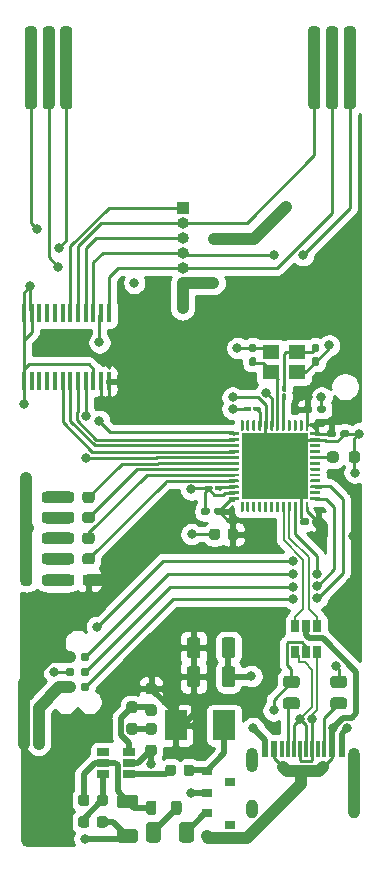
<source format=gbr>
%TF.GenerationSoftware,KiCad,Pcbnew,(5.1.10)-1*%
%TF.CreationDate,2021-05-11T23:47:16-07:00*%
%TF.ProjectId,LinkMeBaby,4c696e6b-4d65-4426-9162-792e6b696361,rev?*%
%TF.SameCoordinates,Original*%
%TF.FileFunction,Copper,L1,Top*%
%TF.FilePolarity,Positive*%
%FSLAX46Y46*%
G04 Gerber Fmt 4.6, Leading zero omitted, Abs format (unit mm)*
G04 Created by KiCad (PCBNEW (5.1.10)-1) date 2021-05-11 23:47:16*
%MOMM*%
%LPD*%
G01*
G04 APERTURE LIST*
%TA.AperFunction,SMDPad,CuDef*%
%ADD10R,0.410000X1.570000*%
%TD*%
%TA.AperFunction,SMDPad,CuDef*%
%ADD11R,0.900000X0.800000*%
%TD*%
%TA.AperFunction,ComponentPad*%
%ADD12O,1.000000X1.600000*%
%TD*%
%TA.AperFunction,ComponentPad*%
%ADD13O,1.000000X2.100000*%
%TD*%
%TA.AperFunction,SMDPad,CuDef*%
%ADD14R,0.300000X1.450000*%
%TD*%
%TA.AperFunction,SMDPad,CuDef*%
%ADD15R,0.600000X1.450000*%
%TD*%
%TA.AperFunction,ComponentPad*%
%ADD16R,1.000000X1.000000*%
%TD*%
%TA.AperFunction,ComponentPad*%
%ADD17O,1.000000X1.000000*%
%TD*%
%TA.AperFunction,SMDPad,CuDef*%
%ADD18C,0.787000*%
%TD*%
%TA.AperFunction,SMDPad,CuDef*%
%ADD19R,1.900000X2.500000*%
%TD*%
%TA.AperFunction,SMDPad,CuDef*%
%ADD20R,0.650000X1.060000*%
%TD*%
%TA.AperFunction,SMDPad,CuDef*%
%ADD21R,1.060000X0.650000*%
%TD*%
%TA.AperFunction,SMDPad,CuDef*%
%ADD22R,1.400000X1.200000*%
%TD*%
%TA.AperFunction,SMDPad,CuDef*%
%ADD23R,5.600000X5.600000*%
%TD*%
%TA.AperFunction,ViaPad*%
%ADD24C,0.800000*%
%TD*%
%TA.AperFunction,Conductor*%
%ADD25C,0.250000*%
%TD*%
%TA.AperFunction,Conductor*%
%ADD26C,0.500000*%
%TD*%
%TA.AperFunction,Conductor*%
%ADD27C,1.000000*%
%TD*%
%TA.AperFunction,Conductor*%
%ADD28C,0.200000*%
%TD*%
%TA.AperFunction,Conductor*%
%ADD29C,0.254000*%
%TD*%
%TA.AperFunction,Conductor*%
%ADD30C,0.100000*%
%TD*%
G04 APERTURE END LIST*
D10*
%TO.P,U1,1*%
%TO.N,EDGE_VDD*%
X27975000Y-52430000D03*
%TO.P,U1,2*%
%TO.N,DIR*%
X27325000Y-52430000D03*
%TO.P,U1,3*%
%TO.N,EDGE_SI*%
X26675000Y-52430000D03*
%TO.P,U1,4*%
%TO.N,EDGE_SD*%
X26025000Y-52430000D03*
%TO.P,U1,5*%
%TO.N,EDGE_SC*%
X25375000Y-52430000D03*
%TO.P,U1,6*%
%TO.N,EDGE_SO*%
X24725000Y-52430000D03*
%TO.P,U1,7*%
%TO.N,N/C*%
X24075000Y-52430000D03*
%TO.P,U1,8*%
X23425000Y-52430000D03*
%TO.P,U1,9*%
X22775000Y-52430000D03*
%TO.P,U1,10*%
X22125000Y-52430000D03*
%TO.P,U1,11*%
%TO.N,GND*%
X21475000Y-52430000D03*
%TO.P,U1,12*%
X20825000Y-52430000D03*
%TO.P,U1,13*%
X20825000Y-58170000D03*
%TO.P,U1,14*%
%TO.N,N/C*%
X21475000Y-58170000D03*
%TO.P,U1,15*%
X22125000Y-58170000D03*
%TO.P,U1,16*%
X22775000Y-58170000D03*
%TO.P,U1,17*%
X23425000Y-58170000D03*
%TO.P,U1,18*%
%TO.N,SPI1_MISO*%
X24075000Y-58170000D03*
%TO.P,U1,19*%
%TO.N,SPI1_SCK*%
X24725000Y-58170000D03*
%TO.P,U1,20*%
%TO.N,SPI1_NSS*%
X25375000Y-58170000D03*
%TO.P,U1,21*%
%TO.N,SPI1_MOSI*%
X26025000Y-58170000D03*
%TO.P,U1,22*%
%TO.N,GND*%
X26675000Y-58170000D03*
%TO.P,U1,23*%
%TO.N,+3V3*%
X27325000Y-58170000D03*
%TO.P,U1,24*%
X27975000Y-58170000D03*
%TD*%
%TO.P,C3,2*%
%TO.N,GND*%
%TA.AperFunction,SMDPad,CuDef*%
G36*
G01*
X37400000Y-70900000D02*
X37400000Y-71400000D01*
G75*
G02*
X37175000Y-71625000I-225000J0D01*
G01*
X36725000Y-71625000D01*
G75*
G02*
X36500000Y-71400000I0J225000D01*
G01*
X36500000Y-70900000D01*
G75*
G02*
X36725000Y-70675000I225000J0D01*
G01*
X37175000Y-70675000D01*
G75*
G02*
X37400000Y-70900000I0J-225000D01*
G01*
G37*
%TD.AperFunction*%
%TO.P,C3,1*%
%TO.N,+3V3*%
%TA.AperFunction,SMDPad,CuDef*%
G36*
G01*
X38950000Y-70900000D02*
X38950000Y-71400000D01*
G75*
G02*
X38725000Y-71625000I-225000J0D01*
G01*
X38275000Y-71625000D01*
G75*
G02*
X38050000Y-71400000I0J225000D01*
G01*
X38050000Y-70900000D01*
G75*
G02*
X38275000Y-70675000I225000J0D01*
G01*
X38725000Y-70675000D01*
G75*
G02*
X38950000Y-70900000I0J-225000D01*
G01*
G37*
%TD.AperFunction*%
%TD*%
%TO.P,C1,2*%
%TO.N,GND*%
%TA.AperFunction,SMDPad,CuDef*%
G36*
G01*
X36785000Y-67125000D02*
X36785000Y-67325000D01*
G75*
G02*
X36685000Y-67425000I-100000J0D01*
G01*
X36250000Y-67425000D01*
G75*
G02*
X36150000Y-67325000I0J100000D01*
G01*
X36150000Y-67125000D01*
G75*
G02*
X36250000Y-67025000I100000J0D01*
G01*
X36685000Y-67025000D01*
G75*
G02*
X36785000Y-67125000I0J-100000D01*
G01*
G37*
%TD.AperFunction*%
%TO.P,C1,1*%
%TO.N,Net-(C1-Pad1)*%
%TA.AperFunction,SMDPad,CuDef*%
G36*
G01*
X37600000Y-67125000D02*
X37600000Y-67325000D01*
G75*
G02*
X37500000Y-67425000I-100000J0D01*
G01*
X37065000Y-67425000D01*
G75*
G02*
X36965000Y-67325000I0J100000D01*
G01*
X36965000Y-67125000D01*
G75*
G02*
X37065000Y-67025000I100000J0D01*
G01*
X37500000Y-67025000D01*
G75*
G02*
X37600000Y-67125000I0J-100000D01*
G01*
G37*
%TD.AperFunction*%
%TD*%
%TO.P,C2,1*%
%TO.N,Net-(C2-Pad1)*%
%TA.AperFunction,SMDPad,CuDef*%
G36*
G01*
X40850000Y-60425000D02*
X40850000Y-60625000D01*
G75*
G02*
X40750000Y-60725000I-100000J0D01*
G01*
X40315000Y-60725000D01*
G75*
G02*
X40215000Y-60625000I0J100000D01*
G01*
X40215000Y-60425000D01*
G75*
G02*
X40315000Y-60325000I100000J0D01*
G01*
X40750000Y-60325000D01*
G75*
G02*
X40850000Y-60425000I0J-100000D01*
G01*
G37*
%TD.AperFunction*%
%TO.P,C2,2*%
%TO.N,GND*%
%TA.AperFunction,SMDPad,CuDef*%
G36*
G01*
X40035000Y-60425000D02*
X40035000Y-60625000D01*
G75*
G02*
X39935000Y-60725000I-100000J0D01*
G01*
X39500000Y-60725000D01*
G75*
G02*
X39400000Y-60625000I0J100000D01*
G01*
X39400000Y-60425000D01*
G75*
G02*
X39500000Y-60325000I100000J0D01*
G01*
X39935000Y-60325000D01*
G75*
G02*
X40035000Y-60425000I0J-100000D01*
G01*
G37*
%TD.AperFunction*%
%TD*%
%TO.P,C4,1*%
%TO.N,+3V3*%
%TA.AperFunction,SMDPad,CuDef*%
G36*
G01*
X46465000Y-62780000D02*
X46465000Y-62470000D01*
G75*
G02*
X46620000Y-62315000I155000J0D01*
G01*
X47045000Y-62315000D01*
G75*
G02*
X47200000Y-62470000I0J-155000D01*
G01*
X47200000Y-62780000D01*
G75*
G02*
X47045000Y-62935000I-155000J0D01*
G01*
X46620000Y-62935000D01*
G75*
G02*
X46465000Y-62780000I0J155000D01*
G01*
G37*
%TD.AperFunction*%
%TO.P,C4,2*%
%TO.N,GND*%
%TA.AperFunction,SMDPad,CuDef*%
G36*
G01*
X47600000Y-62780000D02*
X47600000Y-62470000D01*
G75*
G02*
X47755000Y-62315000I155000J0D01*
G01*
X48180000Y-62315000D01*
G75*
G02*
X48335000Y-62470000I0J-155000D01*
G01*
X48335000Y-62780000D01*
G75*
G02*
X48180000Y-62935000I-155000J0D01*
G01*
X47755000Y-62935000D01*
G75*
G02*
X47600000Y-62780000I0J155000D01*
G01*
G37*
%TD.AperFunction*%
%TD*%
%TO.P,C5,2*%
%TO.N,GND*%
%TA.AperFunction,SMDPad,CuDef*%
G36*
G01*
X37550000Y-83850001D02*
X37550000Y-82549999D01*
G75*
G02*
X37799999Y-82300000I249999J0D01*
G01*
X38450001Y-82300000D01*
G75*
G02*
X38700000Y-82549999I0J-249999D01*
G01*
X38700000Y-83850001D01*
G75*
G02*
X38450001Y-84100000I-249999J0D01*
G01*
X37799999Y-84100000D01*
G75*
G02*
X37550000Y-83850001I0J249999D01*
G01*
G37*
%TD.AperFunction*%
%TO.P,C5,1*%
%TO.N,+3V3*%
%TA.AperFunction,SMDPad,CuDef*%
G36*
G01*
X34600000Y-83850001D02*
X34600000Y-82549999D01*
G75*
G02*
X34849999Y-82300000I249999J0D01*
G01*
X35500001Y-82300000D01*
G75*
G02*
X35750000Y-82549999I0J-249999D01*
G01*
X35750000Y-83850001D01*
G75*
G02*
X35500001Y-84100000I-249999J0D01*
G01*
X34849999Y-84100000D01*
G75*
G02*
X34600000Y-83850001I0J249999D01*
G01*
G37*
%TD.AperFunction*%
%TD*%
%TO.P,C6,1*%
%TO.N,+3V3*%
%TA.AperFunction,SMDPad,CuDef*%
G36*
G01*
X46085000Y-69920000D02*
X46085000Y-70230000D01*
G75*
G02*
X45930000Y-70385000I-155000J0D01*
G01*
X45505000Y-70385000D01*
G75*
G02*
X45350000Y-70230000I0J155000D01*
G01*
X45350000Y-69920000D01*
G75*
G02*
X45505000Y-69765000I155000J0D01*
G01*
X45930000Y-69765000D01*
G75*
G02*
X46085000Y-69920000I0J-155000D01*
G01*
G37*
%TD.AperFunction*%
%TO.P,C6,2*%
%TO.N,GND*%
%TA.AperFunction,SMDPad,CuDef*%
G36*
G01*
X44950000Y-69920000D02*
X44950000Y-70230000D01*
G75*
G02*
X44795000Y-70385000I-155000J0D01*
G01*
X44370000Y-70385000D01*
G75*
G02*
X44215000Y-70230000I0J155000D01*
G01*
X44215000Y-69920000D01*
G75*
G02*
X44370000Y-69765000I155000J0D01*
G01*
X44795000Y-69765000D01*
G75*
G02*
X44950000Y-69920000I0J-155000D01*
G01*
G37*
%TD.AperFunction*%
%TD*%
%TO.P,C7,1*%
%TO.N,BUCK_IN*%
%TA.AperFunction,SMDPad,CuDef*%
G36*
G01*
X28924999Y-93175000D02*
X30225001Y-93175000D01*
G75*
G02*
X30475000Y-93424999I0J-249999D01*
G01*
X30475000Y-94075001D01*
G75*
G02*
X30225001Y-94325000I-249999J0D01*
G01*
X28924999Y-94325000D01*
G75*
G02*
X28675000Y-94075001I0J249999D01*
G01*
X28675000Y-93424999D01*
G75*
G02*
X28924999Y-93175000I249999J0D01*
G01*
G37*
%TD.AperFunction*%
%TO.P,C7,2*%
%TO.N,GND*%
%TA.AperFunction,SMDPad,CuDef*%
G36*
G01*
X28924999Y-96125000D02*
X30225001Y-96125000D01*
G75*
G02*
X30475000Y-96374999I0J-249999D01*
G01*
X30475000Y-97025001D01*
G75*
G02*
X30225001Y-97275000I-249999J0D01*
G01*
X28924999Y-97275000D01*
G75*
G02*
X28675000Y-97025001I0J249999D01*
G01*
X28675000Y-96374999D01*
G75*
G02*
X28924999Y-96125000I249999J0D01*
G01*
G37*
%TD.AperFunction*%
%TD*%
%TO.P,C8,2*%
%TO.N,GND*%
%TA.AperFunction,SMDPad,CuDef*%
G36*
G01*
X40330000Y-55750000D02*
X40020000Y-55750000D01*
G75*
G02*
X39865000Y-55595000I0J155000D01*
G01*
X39865000Y-55170000D01*
G75*
G02*
X40020000Y-55015000I155000J0D01*
G01*
X40330000Y-55015000D01*
G75*
G02*
X40485000Y-55170000I0J-155000D01*
G01*
X40485000Y-55595000D01*
G75*
G02*
X40330000Y-55750000I-155000J0D01*
G01*
G37*
%TD.AperFunction*%
%TO.P,C8,1*%
%TO.N,HSE_OUT*%
%TA.AperFunction,SMDPad,CuDef*%
G36*
G01*
X40330000Y-56885000D02*
X40020000Y-56885000D01*
G75*
G02*
X39865000Y-56730000I0J155000D01*
G01*
X39865000Y-56305000D01*
G75*
G02*
X40020000Y-56150000I155000J0D01*
G01*
X40330000Y-56150000D01*
G75*
G02*
X40485000Y-56305000I0J-155000D01*
G01*
X40485000Y-56730000D01*
G75*
G02*
X40330000Y-56885000I-155000J0D01*
G01*
G37*
%TD.AperFunction*%
%TD*%
%TO.P,C9,1*%
%TO.N,+3V3*%
%TA.AperFunction,SMDPad,CuDef*%
G36*
G01*
X34600000Y-81400001D02*
X34600000Y-80099999D01*
G75*
G02*
X34849999Y-79850000I249999J0D01*
G01*
X35500001Y-79850000D01*
G75*
G02*
X35750000Y-80099999I0J-249999D01*
G01*
X35750000Y-81400001D01*
G75*
G02*
X35500001Y-81650000I-249999J0D01*
G01*
X34849999Y-81650000D01*
G75*
G02*
X34600000Y-81400001I0J249999D01*
G01*
G37*
%TD.AperFunction*%
%TO.P,C9,2*%
%TO.N,GND*%
%TA.AperFunction,SMDPad,CuDef*%
G36*
G01*
X37550000Y-81400001D02*
X37550000Y-80099999D01*
G75*
G02*
X37799999Y-79850000I249999J0D01*
G01*
X38450001Y-79850000D01*
G75*
G02*
X38700000Y-80099999I0J-249999D01*
G01*
X38700000Y-81400001D01*
G75*
G02*
X38450001Y-81650000I-249999J0D01*
G01*
X37799999Y-81650000D01*
G75*
G02*
X37550000Y-81400001I0J249999D01*
G01*
G37*
%TD.AperFunction*%
%TD*%
%TO.P,C10,2*%
%TO.N,GND*%
%TA.AperFunction,SMDPad,CuDef*%
G36*
G01*
X45625000Y-60705000D02*
X45625000Y-60395000D01*
G75*
G02*
X45780000Y-60240000I155000J0D01*
G01*
X46205000Y-60240000D01*
G75*
G02*
X46360000Y-60395000I0J-155000D01*
G01*
X46360000Y-60705000D01*
G75*
G02*
X46205000Y-60860000I-155000J0D01*
G01*
X45780000Y-60860000D01*
G75*
G02*
X45625000Y-60705000I0J155000D01*
G01*
G37*
%TD.AperFunction*%
%TO.P,C10,1*%
%TO.N,+3V3*%
%TA.AperFunction,SMDPad,CuDef*%
G36*
G01*
X44490000Y-60705000D02*
X44490000Y-60395000D01*
G75*
G02*
X44645000Y-60240000I155000J0D01*
G01*
X45070000Y-60240000D01*
G75*
G02*
X45225000Y-60395000I0J-155000D01*
G01*
X45225000Y-60705000D01*
G75*
G02*
X45070000Y-60860000I-155000J0D01*
G01*
X44645000Y-60860000D01*
G75*
G02*
X44490000Y-60705000I0J155000D01*
G01*
G37*
%TD.AperFunction*%
%TD*%
%TO.P,C11,1*%
%TO.N,+3V3*%
%TA.AperFunction,SMDPad,CuDef*%
G36*
G01*
X37660000Y-69045000D02*
X37660000Y-69355000D01*
G75*
G02*
X37505000Y-69510000I-155000J0D01*
G01*
X37080000Y-69510000D01*
G75*
G02*
X36925000Y-69355000I0J155000D01*
G01*
X36925000Y-69045000D01*
G75*
G02*
X37080000Y-68890000I155000J0D01*
G01*
X37505000Y-68890000D01*
G75*
G02*
X37660000Y-69045000I0J-155000D01*
G01*
G37*
%TD.AperFunction*%
%TO.P,C11,2*%
%TO.N,GND*%
%TA.AperFunction,SMDPad,CuDef*%
G36*
G01*
X36525000Y-69045000D02*
X36525000Y-69355000D01*
G75*
G02*
X36370000Y-69510000I-155000J0D01*
G01*
X35945000Y-69510000D01*
G75*
G02*
X35790000Y-69355000I0J155000D01*
G01*
X35790000Y-69045000D01*
G75*
G02*
X35945000Y-68890000I155000J0D01*
G01*
X36370000Y-68890000D01*
G75*
G02*
X36525000Y-69045000I0J-155000D01*
G01*
G37*
%TD.AperFunction*%
%TD*%
%TO.P,C12,1*%
%TO.N,Net-(C12-Pad1)*%
%TA.AperFunction,SMDPad,CuDef*%
G36*
G01*
X45345000Y-55015000D02*
X45655000Y-55015000D01*
G75*
G02*
X45810000Y-55170000I0J-155000D01*
G01*
X45810000Y-55595000D01*
G75*
G02*
X45655000Y-55750000I-155000J0D01*
G01*
X45345000Y-55750000D01*
G75*
G02*
X45190000Y-55595000I0J155000D01*
G01*
X45190000Y-55170000D01*
G75*
G02*
X45345000Y-55015000I155000J0D01*
G01*
G37*
%TD.AperFunction*%
%TO.P,C12,2*%
%TO.N,GND*%
%TA.AperFunction,SMDPad,CuDef*%
G36*
G01*
X45345000Y-56150000D02*
X45655000Y-56150000D01*
G75*
G02*
X45810000Y-56305000I0J-155000D01*
G01*
X45810000Y-56730000D01*
G75*
G02*
X45655000Y-56885000I-155000J0D01*
G01*
X45345000Y-56885000D01*
G75*
G02*
X45190000Y-56730000I0J155000D01*
G01*
X45190000Y-56305000D01*
G75*
G02*
X45345000Y-56150000I155000J0D01*
G01*
G37*
%TD.AperFunction*%
%TD*%
%TO.P,C16,1*%
%TO.N,BUCK_BST*%
%TA.AperFunction,SMDPad,CuDef*%
G36*
G01*
X32775000Y-91375000D02*
X32775000Y-90875000D01*
G75*
G02*
X33000000Y-90650000I225000J0D01*
G01*
X33450000Y-90650000D01*
G75*
G02*
X33675000Y-90875000I0J-225000D01*
G01*
X33675000Y-91375000D01*
G75*
G02*
X33450000Y-91600000I-225000J0D01*
G01*
X33000000Y-91600000D01*
G75*
G02*
X32775000Y-91375000I0J225000D01*
G01*
G37*
%TD.AperFunction*%
%TO.P,C16,2*%
%TO.N,BUCK_SW*%
%TA.AperFunction,SMDPad,CuDef*%
G36*
G01*
X34325000Y-91375000D02*
X34325000Y-90875000D01*
G75*
G02*
X34550000Y-90650000I225000J0D01*
G01*
X35000000Y-90650000D01*
G75*
G02*
X35225000Y-90875000I0J-225000D01*
G01*
X35225000Y-91375000D01*
G75*
G02*
X35000000Y-91600000I-225000J0D01*
G01*
X34550000Y-91600000D01*
G75*
G02*
X34325000Y-91375000I0J225000D01*
G01*
G37*
%TD.AperFunction*%
%TD*%
%TO.P,D1,1*%
%TO.N,Net-(D1-Pad1)*%
%TA.AperFunction,SMDPad,CuDef*%
G36*
G01*
X24000000Y-69962500D02*
X24000000Y-69487500D01*
G75*
G02*
X24237500Y-69250000I237500J0D01*
G01*
X24812500Y-69250000D01*
G75*
G02*
X25050000Y-69487500I0J-237500D01*
G01*
X25050000Y-69962500D01*
G75*
G02*
X24812500Y-70200000I-237500J0D01*
G01*
X24237500Y-70200000D01*
G75*
G02*
X24000000Y-69962500I0J237500D01*
G01*
G37*
%TD.AperFunction*%
%TO.P,D1,2*%
%TO.N,STATUS_CK*%
%TA.AperFunction,SMDPad,CuDef*%
G36*
G01*
X25750000Y-69962500D02*
X25750000Y-69487500D01*
G75*
G02*
X25987500Y-69250000I237500J0D01*
G01*
X26562500Y-69250000D01*
G75*
G02*
X26800000Y-69487500I0J-237500D01*
G01*
X26800000Y-69962500D01*
G75*
G02*
X26562500Y-70200000I-237500J0D01*
G01*
X25987500Y-70200000D01*
G75*
G02*
X25750000Y-69962500I0J237500D01*
G01*
G37*
%TD.AperFunction*%
%TD*%
%TO.P,D2,2*%
%TO.N,STATUS_SO*%
%TA.AperFunction,SMDPad,CuDef*%
G36*
G01*
X25750000Y-71712500D02*
X25750000Y-71237500D01*
G75*
G02*
X25987500Y-71000000I237500J0D01*
G01*
X26562500Y-71000000D01*
G75*
G02*
X26800000Y-71237500I0J-237500D01*
G01*
X26800000Y-71712500D01*
G75*
G02*
X26562500Y-71950000I-237500J0D01*
G01*
X25987500Y-71950000D01*
G75*
G02*
X25750000Y-71712500I0J237500D01*
G01*
G37*
%TD.AperFunction*%
%TO.P,D2,1*%
%TO.N,Net-(D2-Pad1)*%
%TA.AperFunction,SMDPad,CuDef*%
G36*
G01*
X24000000Y-71712500D02*
X24000000Y-71237500D01*
G75*
G02*
X24237500Y-71000000I237500J0D01*
G01*
X24812500Y-71000000D01*
G75*
G02*
X25050000Y-71237500I0J-237500D01*
G01*
X25050000Y-71712500D01*
G75*
G02*
X24812500Y-71950000I-237500J0D01*
G01*
X24237500Y-71950000D01*
G75*
G02*
X24000000Y-71712500I0J237500D01*
G01*
G37*
%TD.AperFunction*%
%TD*%
%TO.P,D3,2*%
%TO.N,STATUS_SI*%
%TA.AperFunction,SMDPad,CuDef*%
G36*
G01*
X25750000Y-73462500D02*
X25750000Y-72987500D01*
G75*
G02*
X25987500Y-72750000I237500J0D01*
G01*
X26562500Y-72750000D01*
G75*
G02*
X26800000Y-72987500I0J-237500D01*
G01*
X26800000Y-73462500D01*
G75*
G02*
X26562500Y-73700000I-237500J0D01*
G01*
X25987500Y-73700000D01*
G75*
G02*
X25750000Y-73462500I0J237500D01*
G01*
G37*
%TD.AperFunction*%
%TO.P,D3,1*%
%TO.N,Net-(D3-Pad1)*%
%TA.AperFunction,SMDPad,CuDef*%
G36*
G01*
X24000000Y-73462500D02*
X24000000Y-72987500D01*
G75*
G02*
X24237500Y-72750000I237500J0D01*
G01*
X24812500Y-72750000D01*
G75*
G02*
X25050000Y-72987500I0J-237500D01*
G01*
X25050000Y-73462500D01*
G75*
G02*
X24812500Y-73700000I-237500J0D01*
G01*
X24237500Y-73700000D01*
G75*
G02*
X24000000Y-73462500I0J237500D01*
G01*
G37*
%TD.AperFunction*%
%TD*%
%TO.P,D4,1*%
%TO.N,Net-(D4-Pad1)*%
%TA.AperFunction,SMDPad,CuDef*%
G36*
G01*
X24000000Y-68237500D02*
X24000000Y-67762500D01*
G75*
G02*
X24237500Y-67525000I237500J0D01*
G01*
X24812500Y-67525000D01*
G75*
G02*
X25050000Y-67762500I0J-237500D01*
G01*
X25050000Y-68237500D01*
G75*
G02*
X24812500Y-68475000I-237500J0D01*
G01*
X24237500Y-68475000D01*
G75*
G02*
X24000000Y-68237500I0J237500D01*
G01*
G37*
%TD.AperFunction*%
%TO.P,D4,2*%
%TO.N,STATUS_SD*%
%TA.AperFunction,SMDPad,CuDef*%
G36*
G01*
X25750000Y-68237500D02*
X25750000Y-67762500D01*
G75*
G02*
X25987500Y-67525000I237500J0D01*
G01*
X26562500Y-67525000D01*
G75*
G02*
X26800000Y-67762500I0J-237500D01*
G01*
X26800000Y-68237500D01*
G75*
G02*
X26562500Y-68475000I-237500J0D01*
G01*
X25987500Y-68475000D01*
G75*
G02*
X25750000Y-68237500I0J237500D01*
G01*
G37*
%TD.AperFunction*%
%TD*%
D11*
%TO.P,D5,1*%
%TO.N,Net-(D5-Pad1)*%
X36275000Y-94775000D03*
%TO.P,D5,2*%
%TO.N,+5V*%
X36275000Y-96675000D03*
%TO.P,D5,3*%
%TO.N,N/C*%
X38275000Y-95725000D03*
%TD*%
%TO.P,D6,3*%
%TO.N,N/C*%
X38275000Y-92125000D03*
%TO.P,D6,2*%
%TO.N,GND*%
X36275000Y-93075000D03*
%TO.P,D6,1*%
%TO.N,BUCK_SW*%
X36275000Y-91175000D03*
%TD*%
%TO.P,D7,1*%
%TO.N,Net-(D7-Pad1)*%
%TA.AperFunction,SMDPad,CuDef*%
G36*
G01*
X24025000Y-75262500D02*
X24025000Y-74787500D01*
G75*
G02*
X24262500Y-74550000I237500J0D01*
G01*
X24837500Y-74550000D01*
G75*
G02*
X25075000Y-74787500I0J-237500D01*
G01*
X25075000Y-75262500D01*
G75*
G02*
X24837500Y-75500000I-237500J0D01*
G01*
X24262500Y-75500000D01*
G75*
G02*
X24025000Y-75262500I0J237500D01*
G01*
G37*
%TD.AperFunction*%
%TO.P,D7,2*%
%TO.N,+3V3*%
%TA.AperFunction,SMDPad,CuDef*%
G36*
G01*
X25775000Y-75262500D02*
X25775000Y-74787500D01*
G75*
G02*
X26012500Y-74550000I237500J0D01*
G01*
X26587500Y-74550000D01*
G75*
G02*
X26825000Y-74787500I0J-237500D01*
G01*
X26825000Y-75262500D01*
G75*
G02*
X26587500Y-75500000I-237500J0D01*
G01*
X26012500Y-75500000D01*
G75*
G02*
X25775000Y-75262500I0J237500D01*
G01*
G37*
%TD.AperFunction*%
%TD*%
%TO.P,F1,1*%
%TO.N,Net-(D5-Pad1)*%
%TA.AperFunction,SMDPad,CuDef*%
G36*
G01*
X35200000Y-95750000D02*
X35200000Y-97000000D01*
G75*
G02*
X34950000Y-97250000I-250000J0D01*
G01*
X34200000Y-97250000D01*
G75*
G02*
X33950000Y-97000000I0J250000D01*
G01*
X33950000Y-95750000D01*
G75*
G02*
X34200000Y-95500000I250000J0D01*
G01*
X34950000Y-95500000D01*
G75*
G02*
X35200000Y-95750000I0J-250000D01*
G01*
G37*
%TD.AperFunction*%
%TO.P,F1,2*%
%TO.N,Net-(F1-Pad2)*%
%TA.AperFunction,SMDPad,CuDef*%
G36*
G01*
X32400000Y-95750000D02*
X32400000Y-97000000D01*
G75*
G02*
X32150000Y-97250000I-250000J0D01*
G01*
X31400000Y-97250000D01*
G75*
G02*
X31150000Y-97000000I0J250000D01*
G01*
X31150000Y-95750000D01*
G75*
G02*
X31400000Y-95500000I250000J0D01*
G01*
X32150000Y-95500000D01*
G75*
G02*
X32400000Y-95750000I0J-250000D01*
G01*
G37*
%TD.AperFunction*%
%TD*%
%TO.P,FB1,1*%
%TO.N,Net-(F1-Pad2)*%
%TA.AperFunction,SMDPad,CuDef*%
G36*
G01*
X34150000Y-93918750D02*
X34150000Y-94681250D01*
G75*
G02*
X33931250Y-94900000I-218750J0D01*
G01*
X33493750Y-94900000D01*
G75*
G02*
X33275000Y-94681250I0J218750D01*
G01*
X33275000Y-93918750D01*
G75*
G02*
X33493750Y-93700000I218750J0D01*
G01*
X33931250Y-93700000D01*
G75*
G02*
X34150000Y-93918750I0J-218750D01*
G01*
G37*
%TD.AperFunction*%
%TO.P,FB1,2*%
%TO.N,BUCK_IN*%
%TA.AperFunction,SMDPad,CuDef*%
G36*
G01*
X32025000Y-93918750D02*
X32025000Y-94681250D01*
G75*
G02*
X31806250Y-94900000I-218750J0D01*
G01*
X31368750Y-94900000D01*
G75*
G02*
X31150000Y-94681250I0J218750D01*
G01*
X31150000Y-93918750D01*
G75*
G02*
X31368750Y-93700000I218750J0D01*
G01*
X31806250Y-93700000D01*
G75*
G02*
X32025000Y-93918750I0J-218750D01*
G01*
G37*
%TD.AperFunction*%
%TD*%
D12*
%TO.P,J1,S1*%
%TO.N,Net-(J1-PadS1)*%
X48770000Y-94400000D03*
X40130000Y-94400000D03*
D13*
X40130000Y-90220000D03*
X48770000Y-90220000D03*
D14*
%TO.P,J1,A6*%
%TO.N,USB_CONN_D+*%
X44200000Y-89305000D03*
%TO.P,J1,B5*%
%TO.N,Net-(J1-PadB5)*%
X46200000Y-89305000D03*
%TO.P,J1,A8*%
%TO.N,N/C*%
X45700000Y-89305000D03*
%TO.P,J1,B6*%
%TO.N,USB_CONN_D+*%
X45200000Y-89305000D03*
%TO.P,J1,A7*%
%TO.N,USB_CONN_D-*%
X44700000Y-89305000D03*
%TO.P,J1,B7*%
X43700000Y-89305000D03*
%TO.P,J1,A5*%
%TO.N,Net-(J1-PadA5)*%
X43200000Y-89305000D03*
%TO.P,J1,B8*%
%TO.N,N/C*%
X42700000Y-89305000D03*
D15*
%TO.P,J1,A12*%
%TO.N,GND*%
X47700000Y-89305000D03*
%TO.P,J1,B4*%
%TO.N,+5V*%
X46900000Y-89305000D03*
%TO.P,J1,A4*%
X42000000Y-89305000D03*
%TO.P,J1,A1*%
%TO.N,GND*%
X41200000Y-89305000D03*
%TO.P,J1,B12*%
X41200000Y-89305000D03*
%TO.P,J1,B9*%
%TO.N,+5V*%
X42000000Y-89305000D03*
%TO.P,J1,A9*%
X46900000Y-89305000D03*
%TO.P,J1,B1*%
%TO.N,GND*%
X47700000Y-89305000D03*
%TD*%
D16*
%TO.P,J2,1*%
%TO.N,EDGE_SO*%
X34250000Y-43500000D03*
D17*
%TO.P,J2,2*%
%TO.N,EDGE_SC*%
X34250000Y-44770000D03*
%TO.P,J2,3*%
%TO.N,EDGE_SD*%
X34250000Y-46040000D03*
%TO.P,J2,4*%
%TO.N,EDGE_SI*%
X34250000Y-47310000D03*
%TO.P,J2,5*%
%TO.N,EDGE_VDD*%
X34250000Y-48580000D03*
%TO.P,J2,6*%
%TO.N,GND*%
X34250000Y-49850000D03*
%TD*%
%TO.P,J3,5*%
%TO.N,EDGE_SC*%
%TA.AperFunction,SMDPad,CuDef*%
G36*
G01*
X45900000Y-28400000D02*
X45900000Y-34900000D01*
G75*
G02*
X45650000Y-35150000I-250000J0D01*
G01*
X45150000Y-35150000D01*
G75*
G02*
X44900000Y-34900000I0J250000D01*
G01*
X44900000Y-28400000D01*
G75*
G02*
X45150000Y-28150000I250000J0D01*
G01*
X45650000Y-28150000D01*
G75*
G02*
X45900000Y-28400000I0J-250000D01*
G01*
G37*
%TD.AperFunction*%
%TO.P,J3,1*%
%TO.N,EDGE_VDD*%
%TA.AperFunction,SMDPad,CuDef*%
G36*
G01*
X47400000Y-28400000D02*
X47400000Y-34900000D01*
G75*
G02*
X47150000Y-35150000I-250000J0D01*
G01*
X46650000Y-35150000D01*
G75*
G02*
X46400000Y-34900000I0J250000D01*
G01*
X46400000Y-28400000D01*
G75*
G02*
X46650000Y-28150000I250000J0D01*
G01*
X47150000Y-28150000D01*
G75*
G02*
X47400000Y-28400000I0J-250000D01*
G01*
G37*
%TD.AperFunction*%
%TO.P,J3,3*%
%TO.N,EDGE_SI*%
%TA.AperFunction,SMDPad,CuDef*%
G36*
G01*
X48900000Y-28400000D02*
X48900000Y-34900000D01*
G75*
G02*
X48650000Y-35150000I-250000J0D01*
G01*
X48150000Y-35150000D01*
G75*
G02*
X47900000Y-34900000I0J250000D01*
G01*
X47900000Y-28400000D01*
G75*
G02*
X48150000Y-28150000I250000J0D01*
G01*
X48650000Y-28150000D01*
G75*
G02*
X48900000Y-28400000I0J-250000D01*
G01*
G37*
%TD.AperFunction*%
%TD*%
%TO.P,J4,3*%
%TO.N,EDGE_SI*%
%TA.AperFunction,SMDPad,CuDef*%
G36*
G01*
X24900000Y-28400000D02*
X24900000Y-34900000D01*
G75*
G02*
X24650000Y-35150000I-250000J0D01*
G01*
X24150000Y-35150000D01*
G75*
G02*
X23900000Y-34900000I0J250000D01*
G01*
X23900000Y-28400000D01*
G75*
G02*
X24150000Y-28150000I250000J0D01*
G01*
X24650000Y-28150000D01*
G75*
G02*
X24900000Y-28400000I0J-250000D01*
G01*
G37*
%TD.AperFunction*%
%TO.P,J4,1*%
%TO.N,EDGE_VDD*%
%TA.AperFunction,SMDPad,CuDef*%
G36*
G01*
X23400000Y-28400000D02*
X23400000Y-34900000D01*
G75*
G02*
X23150000Y-35150000I-250000J0D01*
G01*
X22650000Y-35150000D01*
G75*
G02*
X22400000Y-34900000I0J250000D01*
G01*
X22400000Y-28400000D01*
G75*
G02*
X22650000Y-28150000I250000J0D01*
G01*
X23150000Y-28150000D01*
G75*
G02*
X23400000Y-28400000I0J-250000D01*
G01*
G37*
%TD.AperFunction*%
%TO.P,J4,5*%
%TO.N,EDGE_SC*%
%TA.AperFunction,SMDPad,CuDef*%
G36*
G01*
X21900000Y-28400000D02*
X21900000Y-34900000D01*
G75*
G02*
X21650000Y-35150000I-250000J0D01*
G01*
X21150000Y-35150000D01*
G75*
G02*
X20900000Y-34900000I0J250000D01*
G01*
X20900000Y-28400000D01*
G75*
G02*
X21150000Y-28150000I250000J0D01*
G01*
X21650000Y-28150000D01*
G75*
G02*
X21900000Y-28400000I0J-250000D01*
G01*
G37*
%TD.AperFunction*%
%TD*%
D18*
%TO.P,J5,6*%
%TO.N,SWO*%
X25960000Y-84070000D03*
%TO.P,J5,5*%
%TO.N,GND*%
X24690000Y-84070000D03*
%TO.P,J5,4*%
%TO.N,SWCLK*%
X25960000Y-82800000D03*
%TO.P,J5,3*%
%TO.N,NRST*%
X24690000Y-82800000D03*
%TO.P,J5,2*%
%TO.N,SWDIO*%
X25960000Y-81530000D03*
%TO.P,J5,1*%
%TO.N,+3V3*%
X24690000Y-81530000D03*
%TD*%
D19*
%TO.P,L1,1*%
%TO.N,BUCK_SW*%
X37750000Y-87325000D03*
%TO.P,L1,2*%
%TO.N,+3V3*%
X33650000Y-87325000D03*
%TD*%
%TO.P,R1,1*%
%TO.N,Net-(J1-PadA5)*%
%TA.AperFunction,SMDPad,CuDef*%
G36*
G01*
X43900002Y-85975000D02*
X42999998Y-85975000D01*
G75*
G02*
X42750000Y-85725002I0J249998D01*
G01*
X42750000Y-85199998D01*
G75*
G02*
X42999998Y-84950000I249998J0D01*
G01*
X43900002Y-84950000D01*
G75*
G02*
X44150000Y-85199998I0J-249998D01*
G01*
X44150000Y-85725002D01*
G75*
G02*
X43900002Y-85975000I-249998J0D01*
G01*
G37*
%TD.AperFunction*%
%TO.P,R1,2*%
%TO.N,GND*%
%TA.AperFunction,SMDPad,CuDef*%
G36*
G01*
X43900002Y-84150000D02*
X42999998Y-84150000D01*
G75*
G02*
X42750000Y-83900002I0J249998D01*
G01*
X42750000Y-83374998D01*
G75*
G02*
X42999998Y-83125000I249998J0D01*
G01*
X43900002Y-83125000D01*
G75*
G02*
X44150000Y-83374998I0J-249998D01*
G01*
X44150000Y-83900002D01*
G75*
G02*
X43900002Y-84150000I-249998J0D01*
G01*
G37*
%TD.AperFunction*%
%TD*%
%TO.P,R2,2*%
%TO.N,GND*%
%TA.AperFunction,SMDPad,CuDef*%
G36*
G01*
X47900002Y-84150000D02*
X46999998Y-84150000D01*
G75*
G02*
X46750000Y-83900002I0J249998D01*
G01*
X46750000Y-83374998D01*
G75*
G02*
X46999998Y-83125000I249998J0D01*
G01*
X47900002Y-83125000D01*
G75*
G02*
X48150000Y-83374998I0J-249998D01*
G01*
X48150000Y-83900002D01*
G75*
G02*
X47900002Y-84150000I-249998J0D01*
G01*
G37*
%TD.AperFunction*%
%TO.P,R2,1*%
%TO.N,Net-(J1-PadB5)*%
%TA.AperFunction,SMDPad,CuDef*%
G36*
G01*
X47900002Y-85975000D02*
X46999998Y-85975000D01*
G75*
G02*
X46750000Y-85725002I0J249998D01*
G01*
X46750000Y-85199998D01*
G75*
G02*
X46999998Y-84950000I249998J0D01*
G01*
X47900002Y-84950000D01*
G75*
G02*
X48150000Y-85199998I0J-249998D01*
G01*
X48150000Y-85725002D01*
G75*
G02*
X47900002Y-85975000I-249998J0D01*
G01*
G37*
%TD.AperFunction*%
%TD*%
%TO.P,R3,2*%
%TO.N,Net-(D1-Pad1)*%
%TA.AperFunction,SMDPad,CuDef*%
G36*
G01*
X22325000Y-69962500D02*
X22325000Y-69487500D01*
G75*
G02*
X22562500Y-69250000I237500J0D01*
G01*
X23062500Y-69250000D01*
G75*
G02*
X23300000Y-69487500I0J-237500D01*
G01*
X23300000Y-69962500D01*
G75*
G02*
X23062500Y-70200000I-237500J0D01*
G01*
X22562500Y-70200000D01*
G75*
G02*
X22325000Y-69962500I0J237500D01*
G01*
G37*
%TD.AperFunction*%
%TO.P,R3,1*%
%TO.N,GND*%
%TA.AperFunction,SMDPad,CuDef*%
G36*
G01*
X20500000Y-69962500D02*
X20500000Y-69487500D01*
G75*
G02*
X20737500Y-69250000I237500J0D01*
G01*
X21237500Y-69250000D01*
G75*
G02*
X21475000Y-69487500I0J-237500D01*
G01*
X21475000Y-69962500D01*
G75*
G02*
X21237500Y-70200000I-237500J0D01*
G01*
X20737500Y-70200000D01*
G75*
G02*
X20500000Y-69962500I0J237500D01*
G01*
G37*
%TD.AperFunction*%
%TD*%
%TO.P,R4,1*%
%TO.N,GND*%
%TA.AperFunction,SMDPad,CuDef*%
G36*
G01*
X20500000Y-71712500D02*
X20500000Y-71237500D01*
G75*
G02*
X20737500Y-71000000I237500J0D01*
G01*
X21237500Y-71000000D01*
G75*
G02*
X21475000Y-71237500I0J-237500D01*
G01*
X21475000Y-71712500D01*
G75*
G02*
X21237500Y-71950000I-237500J0D01*
G01*
X20737500Y-71950000D01*
G75*
G02*
X20500000Y-71712500I0J237500D01*
G01*
G37*
%TD.AperFunction*%
%TO.P,R4,2*%
%TO.N,Net-(D2-Pad1)*%
%TA.AperFunction,SMDPad,CuDef*%
G36*
G01*
X22325000Y-71712500D02*
X22325000Y-71237500D01*
G75*
G02*
X22562500Y-71000000I237500J0D01*
G01*
X23062500Y-71000000D01*
G75*
G02*
X23300000Y-71237500I0J-237500D01*
G01*
X23300000Y-71712500D01*
G75*
G02*
X23062500Y-71950000I-237500J0D01*
G01*
X22562500Y-71950000D01*
G75*
G02*
X22325000Y-71712500I0J237500D01*
G01*
G37*
%TD.AperFunction*%
%TD*%
%TO.P,R5,2*%
%TO.N,GND*%
%TA.AperFunction,SMDPad,CuDef*%
G36*
G01*
X48300000Y-64837500D02*
X48300000Y-64362500D01*
G75*
G02*
X48537500Y-64125000I237500J0D01*
G01*
X49037500Y-64125000D01*
G75*
G02*
X49275000Y-64362500I0J-237500D01*
G01*
X49275000Y-64837500D01*
G75*
G02*
X49037500Y-65075000I-237500J0D01*
G01*
X48537500Y-65075000D01*
G75*
G02*
X48300000Y-64837500I0J237500D01*
G01*
G37*
%TD.AperFunction*%
%TO.P,R5,1*%
%TO.N,Net-(R5-Pad1)*%
%TA.AperFunction,SMDPad,CuDef*%
G36*
G01*
X46475000Y-64837500D02*
X46475000Y-64362500D01*
G75*
G02*
X46712500Y-64125000I237500J0D01*
G01*
X47212500Y-64125000D01*
G75*
G02*
X47450000Y-64362500I0J-237500D01*
G01*
X47450000Y-64837500D01*
G75*
G02*
X47212500Y-65075000I-237500J0D01*
G01*
X46712500Y-65075000D01*
G75*
G02*
X46475000Y-64837500I0J237500D01*
G01*
G37*
%TD.AperFunction*%
%TD*%
%TO.P,R6,2*%
%TO.N,Net-(D3-Pad1)*%
%TA.AperFunction,SMDPad,CuDef*%
G36*
G01*
X22325000Y-73462500D02*
X22325000Y-72987500D01*
G75*
G02*
X22562500Y-72750000I237500J0D01*
G01*
X23062500Y-72750000D01*
G75*
G02*
X23300000Y-72987500I0J-237500D01*
G01*
X23300000Y-73462500D01*
G75*
G02*
X23062500Y-73700000I-237500J0D01*
G01*
X22562500Y-73700000D01*
G75*
G02*
X22325000Y-73462500I0J237500D01*
G01*
G37*
%TD.AperFunction*%
%TO.P,R6,1*%
%TO.N,GND*%
%TA.AperFunction,SMDPad,CuDef*%
G36*
G01*
X20500000Y-73462500D02*
X20500000Y-72987500D01*
G75*
G02*
X20737500Y-72750000I237500J0D01*
G01*
X21237500Y-72750000D01*
G75*
G02*
X21475000Y-72987500I0J-237500D01*
G01*
X21475000Y-73462500D01*
G75*
G02*
X21237500Y-73700000I-237500J0D01*
G01*
X20737500Y-73700000D01*
G75*
G02*
X20500000Y-73462500I0J237500D01*
G01*
G37*
%TD.AperFunction*%
%TD*%
%TO.P,R7,1*%
%TO.N,GND*%
%TA.AperFunction,SMDPad,CuDef*%
G36*
G01*
X20500000Y-68237500D02*
X20500000Y-67762500D01*
G75*
G02*
X20737500Y-67525000I237500J0D01*
G01*
X21237500Y-67525000D01*
G75*
G02*
X21475000Y-67762500I0J-237500D01*
G01*
X21475000Y-68237500D01*
G75*
G02*
X21237500Y-68475000I-237500J0D01*
G01*
X20737500Y-68475000D01*
G75*
G02*
X20500000Y-68237500I0J237500D01*
G01*
G37*
%TD.AperFunction*%
%TO.P,R7,2*%
%TO.N,Net-(D4-Pad1)*%
%TA.AperFunction,SMDPad,CuDef*%
G36*
G01*
X22325000Y-68237500D02*
X22325000Y-67762500D01*
G75*
G02*
X22562500Y-67525000I237500J0D01*
G01*
X23062500Y-67525000D01*
G75*
G02*
X23300000Y-67762500I0J-237500D01*
G01*
X23300000Y-68237500D01*
G75*
G02*
X23062500Y-68475000I-237500J0D01*
G01*
X22562500Y-68475000D01*
G75*
G02*
X22325000Y-68237500I0J237500D01*
G01*
G37*
%TD.AperFunction*%
%TD*%
%TO.P,R8,1*%
%TO.N,+3V3*%
%TA.AperFunction,SMDPad,CuDef*%
G36*
G01*
X31337500Y-83725000D02*
X31812500Y-83725000D01*
G75*
G02*
X32050000Y-83962500I0J-237500D01*
G01*
X32050000Y-84462500D01*
G75*
G02*
X31812500Y-84700000I-237500J0D01*
G01*
X31337500Y-84700000D01*
G75*
G02*
X31100000Y-84462500I0J237500D01*
G01*
X31100000Y-83962500D01*
G75*
G02*
X31337500Y-83725000I237500J0D01*
G01*
G37*
%TD.AperFunction*%
%TO.P,R8,2*%
%TO.N,BUCK_FB*%
%TA.AperFunction,SMDPad,CuDef*%
G36*
G01*
X31337500Y-85550000D02*
X31812500Y-85550000D01*
G75*
G02*
X32050000Y-85787500I0J-237500D01*
G01*
X32050000Y-86287500D01*
G75*
G02*
X31812500Y-86525000I-237500J0D01*
G01*
X31337500Y-86525000D01*
G75*
G02*
X31100000Y-86287500I0J237500D01*
G01*
X31100000Y-85787500D01*
G75*
G02*
X31337500Y-85550000I237500J0D01*
G01*
G37*
%TD.AperFunction*%
%TD*%
%TO.P,R9,2*%
%TO.N,Net-(R10-Pad1)*%
%TA.AperFunction,SMDPad,CuDef*%
G36*
G01*
X29712500Y-87125000D02*
X30187500Y-87125000D01*
G75*
G02*
X30425000Y-87362500I0J-237500D01*
G01*
X30425000Y-87862500D01*
G75*
G02*
X30187500Y-88100000I-237500J0D01*
G01*
X29712500Y-88100000D01*
G75*
G02*
X29475000Y-87862500I0J237500D01*
G01*
X29475000Y-87362500D01*
G75*
G02*
X29712500Y-87125000I237500J0D01*
G01*
G37*
%TD.AperFunction*%
%TO.P,R9,1*%
%TO.N,BUCK_FB*%
%TA.AperFunction,SMDPad,CuDef*%
G36*
G01*
X29712500Y-85300000D02*
X30187500Y-85300000D01*
G75*
G02*
X30425000Y-85537500I0J-237500D01*
G01*
X30425000Y-86037500D01*
G75*
G02*
X30187500Y-86275000I-237500J0D01*
G01*
X29712500Y-86275000D01*
G75*
G02*
X29475000Y-86037500I0J237500D01*
G01*
X29475000Y-85537500D01*
G75*
G02*
X29712500Y-85300000I237500J0D01*
G01*
G37*
%TD.AperFunction*%
%TD*%
%TO.P,R10,1*%
%TO.N,Net-(R10-Pad1)*%
%TA.AperFunction,SMDPad,CuDef*%
G36*
G01*
X31337500Y-87125000D02*
X31812500Y-87125000D01*
G75*
G02*
X32050000Y-87362500I0J-237500D01*
G01*
X32050000Y-87862500D01*
G75*
G02*
X31812500Y-88100000I-237500J0D01*
G01*
X31337500Y-88100000D01*
G75*
G02*
X31100000Y-87862500I0J237500D01*
G01*
X31100000Y-87362500D01*
G75*
G02*
X31337500Y-87125000I237500J0D01*
G01*
G37*
%TD.AperFunction*%
%TO.P,R10,2*%
%TO.N,GND*%
%TA.AperFunction,SMDPad,CuDef*%
G36*
G01*
X31337500Y-88950000D02*
X31812500Y-88950000D01*
G75*
G02*
X32050000Y-89187500I0J-237500D01*
G01*
X32050000Y-89687500D01*
G75*
G02*
X31812500Y-89925000I-237500J0D01*
G01*
X31337500Y-89925000D01*
G75*
G02*
X31100000Y-89687500I0J237500D01*
G01*
X31100000Y-89187500D01*
G75*
G02*
X31337500Y-88950000I237500J0D01*
G01*
G37*
%TD.AperFunction*%
%TD*%
%TO.P,R11,1*%
%TO.N,HSE_IN*%
%TA.AperFunction,SMDPad,CuDef*%
G36*
G01*
X42925000Y-59775000D02*
X42775000Y-59775000D01*
G75*
G02*
X42700000Y-59700000I0J75000D01*
G01*
X42700000Y-59275000D01*
G75*
G02*
X42775000Y-59200000I75000J0D01*
G01*
X42925000Y-59200000D01*
G75*
G02*
X43000000Y-59275000I0J-75000D01*
G01*
X43000000Y-59700000D01*
G75*
G02*
X42925000Y-59775000I-75000J0D01*
G01*
G37*
%TD.AperFunction*%
%TO.P,R11,2*%
%TO.N,Net-(C12-Pad1)*%
%TA.AperFunction,SMDPad,CuDef*%
G36*
G01*
X42925000Y-59100000D02*
X42775000Y-59100000D01*
G75*
G02*
X42700000Y-59025000I0J75000D01*
G01*
X42700000Y-58600000D01*
G75*
G02*
X42775000Y-58525000I75000J0D01*
G01*
X42925000Y-58525000D01*
G75*
G02*
X43000000Y-58600000I0J-75000D01*
G01*
X43000000Y-59025000D01*
G75*
G02*
X42925000Y-59100000I-75000J0D01*
G01*
G37*
%TD.AperFunction*%
%TD*%
%TO.P,R12,1*%
%TO.N,BUCK_IN*%
%TA.AperFunction,SMDPad,CuDef*%
G36*
G01*
X25637500Y-93175000D02*
X26112500Y-93175000D01*
G75*
G02*
X26350000Y-93412500I0J-237500D01*
G01*
X26350000Y-93912500D01*
G75*
G02*
X26112500Y-94150000I-237500J0D01*
G01*
X25637500Y-94150000D01*
G75*
G02*
X25400000Y-93912500I0J237500D01*
G01*
X25400000Y-93412500D01*
G75*
G02*
X25637500Y-93175000I237500J0D01*
G01*
G37*
%TD.AperFunction*%
%TO.P,R12,2*%
%TO.N,BUCK_EN*%
%TA.AperFunction,SMDPad,CuDef*%
G36*
G01*
X25637500Y-95000000D02*
X26112500Y-95000000D01*
G75*
G02*
X26350000Y-95237500I0J-237500D01*
G01*
X26350000Y-95737500D01*
G75*
G02*
X26112500Y-95975000I-237500J0D01*
G01*
X25637500Y-95975000D01*
G75*
G02*
X25400000Y-95737500I0J237500D01*
G01*
X25400000Y-95237500D01*
G75*
G02*
X25637500Y-95000000I237500J0D01*
G01*
G37*
%TD.AperFunction*%
%TD*%
%TO.P,R13,2*%
%TO.N,GND*%
%TA.AperFunction,SMDPad,CuDef*%
G36*
G01*
X27212500Y-95000000D02*
X27687500Y-95000000D01*
G75*
G02*
X27925000Y-95237500I0J-237500D01*
G01*
X27925000Y-95737500D01*
G75*
G02*
X27687500Y-95975000I-237500J0D01*
G01*
X27212500Y-95975000D01*
G75*
G02*
X26975000Y-95737500I0J237500D01*
G01*
X26975000Y-95237500D01*
G75*
G02*
X27212500Y-95000000I237500J0D01*
G01*
G37*
%TD.AperFunction*%
%TO.P,R13,1*%
%TO.N,BUCK_EN*%
%TA.AperFunction,SMDPad,CuDef*%
G36*
G01*
X27212500Y-93175000D02*
X27687500Y-93175000D01*
G75*
G02*
X27925000Y-93412500I0J-237500D01*
G01*
X27925000Y-93912500D01*
G75*
G02*
X27687500Y-94150000I-237500J0D01*
G01*
X27212500Y-94150000D01*
G75*
G02*
X26975000Y-93912500I0J237500D01*
G01*
X26975000Y-93412500D01*
G75*
G02*
X27212500Y-93175000I237500J0D01*
G01*
G37*
%TD.AperFunction*%
%TD*%
%TO.P,R14,1*%
%TO.N,Net-(D7-Pad1)*%
%TA.AperFunction,SMDPad,CuDef*%
G36*
G01*
X23325000Y-74787500D02*
X23325000Y-75262500D01*
G75*
G02*
X23087500Y-75500000I-237500J0D01*
G01*
X22587500Y-75500000D01*
G75*
G02*
X22350000Y-75262500I0J237500D01*
G01*
X22350000Y-74787500D01*
G75*
G02*
X22587500Y-74550000I237500J0D01*
G01*
X23087500Y-74550000D01*
G75*
G02*
X23325000Y-74787500I0J-237500D01*
G01*
G37*
%TD.AperFunction*%
%TO.P,R14,2*%
%TO.N,GND*%
%TA.AperFunction,SMDPad,CuDef*%
G36*
G01*
X21500000Y-74787500D02*
X21500000Y-75262500D01*
G75*
G02*
X21262500Y-75500000I-237500J0D01*
G01*
X20762500Y-75500000D01*
G75*
G02*
X20525000Y-75262500I0J237500D01*
G01*
X20525000Y-74787500D01*
G75*
G02*
X20762500Y-74550000I237500J0D01*
G01*
X21262500Y-74550000D01*
G75*
G02*
X21500000Y-74787500I0J-237500D01*
G01*
G37*
%TD.AperFunction*%
%TD*%
D20*
%TO.P,U2,1*%
%TO.N,USB_CONN_D-*%
X43750000Y-81150000D03*
%TO.P,U2,2*%
%TO.N,GND*%
X44700000Y-81150000D03*
%TO.P,U2,3*%
%TO.N,USB_CONN_D+*%
X45650000Y-81150000D03*
%TO.P,U2,4*%
%TO.N,USB_D+*%
X45650000Y-78950000D03*
%TO.P,U2,6*%
%TO.N,USB_D-*%
X43750000Y-78950000D03*
%TO.P,U2,5*%
%TO.N,+5V*%
X44700000Y-78950000D03*
%TD*%
D21*
%TO.P,U4,5*%
%TO.N,BUCK_IN*%
X27525000Y-90525000D03*
%TO.P,U4,6*%
%TO.N,BUCK_EN*%
X27525000Y-91475000D03*
%TO.P,U4,4*%
%TO.N,N/C*%
X27525000Y-89575000D03*
%TO.P,U4,3*%
%TO.N,BUCK_FB*%
X29725000Y-89575000D03*
%TO.P,U4,2*%
%TO.N,GND*%
X29725000Y-90525000D03*
%TO.P,U4,1*%
%TO.N,BUCK_BST*%
X29725000Y-91475000D03*
%TD*%
D22*
%TO.P,Y1,1*%
%TO.N,HSE_OUT*%
X41725000Y-57425000D03*
%TO.P,Y1,2*%
%TO.N,GND*%
X43925000Y-57425000D03*
%TO.P,Y1,3*%
%TO.N,Net-(C12-Pad1)*%
X43925000Y-55725000D03*
%TO.P,Y1,4*%
%TO.N,GND*%
X41725000Y-55725000D03*
%TD*%
%TO.P,U3,1*%
%TO.N,+3V3*%
%TA.AperFunction,SMDPad,CuDef*%
G36*
G01*
X44712500Y-61500000D02*
X44837500Y-61500000D01*
G75*
G02*
X44900000Y-61562500I0J-62500D01*
G01*
X44900000Y-62312500D01*
G75*
G02*
X44837500Y-62375000I-62500J0D01*
G01*
X44712500Y-62375000D01*
G75*
G02*
X44650000Y-62312500I0J62500D01*
G01*
X44650000Y-61562500D01*
G75*
G02*
X44712500Y-61500000I62500J0D01*
G01*
G37*
%TD.AperFunction*%
%TO.P,U3,2*%
%TO.N,N/C*%
%TA.AperFunction,SMDPad,CuDef*%
G36*
G01*
X44212500Y-61500000D02*
X44337500Y-61500000D01*
G75*
G02*
X44400000Y-61562500I0J-62500D01*
G01*
X44400000Y-62312500D01*
G75*
G02*
X44337500Y-62375000I-62500J0D01*
G01*
X44212500Y-62375000D01*
G75*
G02*
X44150000Y-62312500I0J62500D01*
G01*
X44150000Y-61562500D01*
G75*
G02*
X44212500Y-61500000I62500J0D01*
G01*
G37*
%TD.AperFunction*%
%TO.P,U3,3*%
%TA.AperFunction,SMDPad,CuDef*%
G36*
G01*
X43712500Y-61500000D02*
X43837500Y-61500000D01*
G75*
G02*
X43900000Y-61562500I0J-62500D01*
G01*
X43900000Y-62312500D01*
G75*
G02*
X43837500Y-62375000I-62500J0D01*
G01*
X43712500Y-62375000D01*
G75*
G02*
X43650000Y-62312500I0J62500D01*
G01*
X43650000Y-61562500D01*
G75*
G02*
X43712500Y-61500000I62500J0D01*
G01*
G37*
%TD.AperFunction*%
%TO.P,U3,4*%
%TA.AperFunction,SMDPad,CuDef*%
G36*
G01*
X43212500Y-61500000D02*
X43337500Y-61500000D01*
G75*
G02*
X43400000Y-61562500I0J-62500D01*
G01*
X43400000Y-62312500D01*
G75*
G02*
X43337500Y-62375000I-62500J0D01*
G01*
X43212500Y-62375000D01*
G75*
G02*
X43150000Y-62312500I0J62500D01*
G01*
X43150000Y-61562500D01*
G75*
G02*
X43212500Y-61500000I62500J0D01*
G01*
G37*
%TD.AperFunction*%
%TO.P,U3,5*%
%TO.N,HSE_IN*%
%TA.AperFunction,SMDPad,CuDef*%
G36*
G01*
X42712500Y-61500000D02*
X42837500Y-61500000D01*
G75*
G02*
X42900000Y-61562500I0J-62500D01*
G01*
X42900000Y-62312500D01*
G75*
G02*
X42837500Y-62375000I-62500J0D01*
G01*
X42712500Y-62375000D01*
G75*
G02*
X42650000Y-62312500I0J62500D01*
G01*
X42650000Y-61562500D01*
G75*
G02*
X42712500Y-61500000I62500J0D01*
G01*
G37*
%TD.AperFunction*%
%TO.P,U3,6*%
%TO.N,HSE_OUT*%
%TA.AperFunction,SMDPad,CuDef*%
G36*
G01*
X42212500Y-61500000D02*
X42337500Y-61500000D01*
G75*
G02*
X42400000Y-61562500I0J-62500D01*
G01*
X42400000Y-62312500D01*
G75*
G02*
X42337500Y-62375000I-62500J0D01*
G01*
X42212500Y-62375000D01*
G75*
G02*
X42150000Y-62312500I0J62500D01*
G01*
X42150000Y-61562500D01*
G75*
G02*
X42212500Y-61500000I62500J0D01*
G01*
G37*
%TD.AperFunction*%
%TO.P,U3,7*%
%TO.N,NRST*%
%TA.AperFunction,SMDPad,CuDef*%
G36*
G01*
X41712500Y-61500000D02*
X41837500Y-61500000D01*
G75*
G02*
X41900000Y-61562500I0J-62500D01*
G01*
X41900000Y-62312500D01*
G75*
G02*
X41837500Y-62375000I-62500J0D01*
G01*
X41712500Y-62375000D01*
G75*
G02*
X41650000Y-62312500I0J62500D01*
G01*
X41650000Y-61562500D01*
G75*
G02*
X41712500Y-61500000I62500J0D01*
G01*
G37*
%TD.AperFunction*%
%TO.P,U3,8*%
%TO.N,GND*%
%TA.AperFunction,SMDPad,CuDef*%
G36*
G01*
X41212500Y-61500000D02*
X41337500Y-61500000D01*
G75*
G02*
X41400000Y-61562500I0J-62500D01*
G01*
X41400000Y-62312500D01*
G75*
G02*
X41337500Y-62375000I-62500J0D01*
G01*
X41212500Y-62375000D01*
G75*
G02*
X41150000Y-62312500I0J62500D01*
G01*
X41150000Y-61562500D01*
G75*
G02*
X41212500Y-61500000I62500J0D01*
G01*
G37*
%TD.AperFunction*%
%TO.P,U3,9*%
%TO.N,Net-(C2-Pad1)*%
%TA.AperFunction,SMDPad,CuDef*%
G36*
G01*
X40712500Y-61500000D02*
X40837500Y-61500000D01*
G75*
G02*
X40900000Y-61562500I0J-62500D01*
G01*
X40900000Y-62312500D01*
G75*
G02*
X40837500Y-62375000I-62500J0D01*
G01*
X40712500Y-62375000D01*
G75*
G02*
X40650000Y-62312500I0J62500D01*
G01*
X40650000Y-61562500D01*
G75*
G02*
X40712500Y-61500000I62500J0D01*
G01*
G37*
%TD.AperFunction*%
%TO.P,U3,10*%
%TO.N,N/C*%
%TA.AperFunction,SMDPad,CuDef*%
G36*
G01*
X40212500Y-61500000D02*
X40337500Y-61500000D01*
G75*
G02*
X40400000Y-61562500I0J-62500D01*
G01*
X40400000Y-62312500D01*
G75*
G02*
X40337500Y-62375000I-62500J0D01*
G01*
X40212500Y-62375000D01*
G75*
G02*
X40150000Y-62312500I0J62500D01*
G01*
X40150000Y-61562500D01*
G75*
G02*
X40212500Y-61500000I62500J0D01*
G01*
G37*
%TD.AperFunction*%
%TO.P,U3,11*%
%TA.AperFunction,SMDPad,CuDef*%
G36*
G01*
X39712500Y-61500000D02*
X39837500Y-61500000D01*
G75*
G02*
X39900000Y-61562500I0J-62500D01*
G01*
X39900000Y-62312500D01*
G75*
G02*
X39837500Y-62375000I-62500J0D01*
G01*
X39712500Y-62375000D01*
G75*
G02*
X39650000Y-62312500I0J62500D01*
G01*
X39650000Y-61562500D01*
G75*
G02*
X39712500Y-61500000I62500J0D01*
G01*
G37*
%TD.AperFunction*%
%TO.P,U3,12*%
%TA.AperFunction,SMDPad,CuDef*%
G36*
G01*
X39212500Y-61500000D02*
X39337500Y-61500000D01*
G75*
G02*
X39400000Y-61562500I0J-62500D01*
G01*
X39400000Y-62312500D01*
G75*
G02*
X39337500Y-62375000I-62500J0D01*
G01*
X39212500Y-62375000D01*
G75*
G02*
X39150000Y-62312500I0J62500D01*
G01*
X39150000Y-61562500D01*
G75*
G02*
X39212500Y-61500000I62500J0D01*
G01*
G37*
%TD.AperFunction*%
%TO.P,U3,13*%
%TO.N,DIR*%
%TA.AperFunction,SMDPad,CuDef*%
G36*
G01*
X38212500Y-62500000D02*
X38962500Y-62500000D01*
G75*
G02*
X39025000Y-62562500I0J-62500D01*
G01*
X39025000Y-62687500D01*
G75*
G02*
X38962500Y-62750000I-62500J0D01*
G01*
X38212500Y-62750000D01*
G75*
G02*
X38150000Y-62687500I0J62500D01*
G01*
X38150000Y-62562500D01*
G75*
G02*
X38212500Y-62500000I62500J0D01*
G01*
G37*
%TD.AperFunction*%
%TO.P,U3,14*%
%TO.N,SPI1_NSS*%
%TA.AperFunction,SMDPad,CuDef*%
G36*
G01*
X38212500Y-63000000D02*
X38962500Y-63000000D01*
G75*
G02*
X39025000Y-63062500I0J-62500D01*
G01*
X39025000Y-63187500D01*
G75*
G02*
X38962500Y-63250000I-62500J0D01*
G01*
X38212500Y-63250000D01*
G75*
G02*
X38150000Y-63187500I0J62500D01*
G01*
X38150000Y-63062500D01*
G75*
G02*
X38212500Y-63000000I62500J0D01*
G01*
G37*
%TD.AperFunction*%
%TO.P,U3,15*%
%TO.N,SPI1_SCK*%
%TA.AperFunction,SMDPad,CuDef*%
G36*
G01*
X38212500Y-63500000D02*
X38962500Y-63500000D01*
G75*
G02*
X39025000Y-63562500I0J-62500D01*
G01*
X39025000Y-63687500D01*
G75*
G02*
X38962500Y-63750000I-62500J0D01*
G01*
X38212500Y-63750000D01*
G75*
G02*
X38150000Y-63687500I0J62500D01*
G01*
X38150000Y-63562500D01*
G75*
G02*
X38212500Y-63500000I62500J0D01*
G01*
G37*
%TD.AperFunction*%
%TO.P,U3,16*%
%TO.N,SPI1_MISO*%
%TA.AperFunction,SMDPad,CuDef*%
G36*
G01*
X38212500Y-64000000D02*
X38962500Y-64000000D01*
G75*
G02*
X39025000Y-64062500I0J-62500D01*
G01*
X39025000Y-64187500D01*
G75*
G02*
X38962500Y-64250000I-62500J0D01*
G01*
X38212500Y-64250000D01*
G75*
G02*
X38150000Y-64187500I0J62500D01*
G01*
X38150000Y-64062500D01*
G75*
G02*
X38212500Y-64000000I62500J0D01*
G01*
G37*
%TD.AperFunction*%
%TO.P,U3,17*%
%TO.N,SPI1_MOSI*%
%TA.AperFunction,SMDPad,CuDef*%
G36*
G01*
X38212500Y-64500000D02*
X38962500Y-64500000D01*
G75*
G02*
X39025000Y-64562500I0J-62500D01*
G01*
X39025000Y-64687500D01*
G75*
G02*
X38962500Y-64750000I-62500J0D01*
G01*
X38212500Y-64750000D01*
G75*
G02*
X38150000Y-64687500I0J62500D01*
G01*
X38150000Y-64562500D01*
G75*
G02*
X38212500Y-64500000I62500J0D01*
G01*
G37*
%TD.AperFunction*%
%TO.P,U3,18*%
%TO.N,STATUS_SD*%
%TA.AperFunction,SMDPad,CuDef*%
G36*
G01*
X38212500Y-65000000D02*
X38962500Y-65000000D01*
G75*
G02*
X39025000Y-65062500I0J-62500D01*
G01*
X39025000Y-65187500D01*
G75*
G02*
X38962500Y-65250000I-62500J0D01*
G01*
X38212500Y-65250000D01*
G75*
G02*
X38150000Y-65187500I0J62500D01*
G01*
X38150000Y-65062500D01*
G75*
G02*
X38212500Y-65000000I62500J0D01*
G01*
G37*
%TD.AperFunction*%
%TO.P,U3,19*%
%TO.N,STATUS_CK*%
%TA.AperFunction,SMDPad,CuDef*%
G36*
G01*
X38212500Y-65500000D02*
X38962500Y-65500000D01*
G75*
G02*
X39025000Y-65562500I0J-62500D01*
G01*
X39025000Y-65687500D01*
G75*
G02*
X38962500Y-65750000I-62500J0D01*
G01*
X38212500Y-65750000D01*
G75*
G02*
X38150000Y-65687500I0J62500D01*
G01*
X38150000Y-65562500D01*
G75*
G02*
X38212500Y-65500000I62500J0D01*
G01*
G37*
%TD.AperFunction*%
%TO.P,U3,20*%
%TO.N,STATUS_SO*%
%TA.AperFunction,SMDPad,CuDef*%
G36*
G01*
X38212500Y-66000000D02*
X38962500Y-66000000D01*
G75*
G02*
X39025000Y-66062500I0J-62500D01*
G01*
X39025000Y-66187500D01*
G75*
G02*
X38962500Y-66250000I-62500J0D01*
G01*
X38212500Y-66250000D01*
G75*
G02*
X38150000Y-66187500I0J62500D01*
G01*
X38150000Y-66062500D01*
G75*
G02*
X38212500Y-66000000I62500J0D01*
G01*
G37*
%TD.AperFunction*%
%TO.P,U3,21*%
%TO.N,STATUS_SI*%
%TA.AperFunction,SMDPad,CuDef*%
G36*
G01*
X38212500Y-66500000D02*
X38962500Y-66500000D01*
G75*
G02*
X39025000Y-66562500I0J-62500D01*
G01*
X39025000Y-66687500D01*
G75*
G02*
X38962500Y-66750000I-62500J0D01*
G01*
X38212500Y-66750000D01*
G75*
G02*
X38150000Y-66687500I0J62500D01*
G01*
X38150000Y-66562500D01*
G75*
G02*
X38212500Y-66500000I62500J0D01*
G01*
G37*
%TD.AperFunction*%
%TO.P,U3,22*%
%TO.N,Net-(C1-Pad1)*%
%TA.AperFunction,SMDPad,CuDef*%
G36*
G01*
X38212500Y-67000000D02*
X38962500Y-67000000D01*
G75*
G02*
X39025000Y-67062500I0J-62500D01*
G01*
X39025000Y-67187500D01*
G75*
G02*
X38962500Y-67250000I-62500J0D01*
G01*
X38212500Y-67250000D01*
G75*
G02*
X38150000Y-67187500I0J62500D01*
G01*
X38150000Y-67062500D01*
G75*
G02*
X38212500Y-67000000I62500J0D01*
G01*
G37*
%TD.AperFunction*%
%TO.P,U3,23*%
%TO.N,GND*%
%TA.AperFunction,SMDPad,CuDef*%
G36*
G01*
X38212500Y-67500000D02*
X38962500Y-67500000D01*
G75*
G02*
X39025000Y-67562500I0J-62500D01*
G01*
X39025000Y-67687500D01*
G75*
G02*
X38962500Y-67750000I-62500J0D01*
G01*
X38212500Y-67750000D01*
G75*
G02*
X38150000Y-67687500I0J62500D01*
G01*
X38150000Y-67562500D01*
G75*
G02*
X38212500Y-67500000I62500J0D01*
G01*
G37*
%TD.AperFunction*%
%TO.P,U3,24*%
%TO.N,+3V3*%
%TA.AperFunction,SMDPad,CuDef*%
G36*
G01*
X38212500Y-68000000D02*
X38962500Y-68000000D01*
G75*
G02*
X39025000Y-68062500I0J-62500D01*
G01*
X39025000Y-68187500D01*
G75*
G02*
X38962500Y-68250000I-62500J0D01*
G01*
X38212500Y-68250000D01*
G75*
G02*
X38150000Y-68187500I0J62500D01*
G01*
X38150000Y-68062500D01*
G75*
G02*
X38212500Y-68000000I62500J0D01*
G01*
G37*
%TD.AperFunction*%
%TO.P,U3,25*%
%TO.N,N/C*%
%TA.AperFunction,SMDPad,CuDef*%
G36*
G01*
X39212500Y-68375000D02*
X39337500Y-68375000D01*
G75*
G02*
X39400000Y-68437500I0J-62500D01*
G01*
X39400000Y-69187500D01*
G75*
G02*
X39337500Y-69250000I-62500J0D01*
G01*
X39212500Y-69250000D01*
G75*
G02*
X39150000Y-69187500I0J62500D01*
G01*
X39150000Y-68437500D01*
G75*
G02*
X39212500Y-68375000I62500J0D01*
G01*
G37*
%TD.AperFunction*%
%TO.P,U3,26*%
%TA.AperFunction,SMDPad,CuDef*%
G36*
G01*
X39712500Y-68375000D02*
X39837500Y-68375000D01*
G75*
G02*
X39900000Y-68437500I0J-62500D01*
G01*
X39900000Y-69187500D01*
G75*
G02*
X39837500Y-69250000I-62500J0D01*
G01*
X39712500Y-69250000D01*
G75*
G02*
X39650000Y-69187500I0J62500D01*
G01*
X39650000Y-68437500D01*
G75*
G02*
X39712500Y-68375000I62500J0D01*
G01*
G37*
%TD.AperFunction*%
%TO.P,U3,27*%
%TA.AperFunction,SMDPad,CuDef*%
G36*
G01*
X40212500Y-68375000D02*
X40337500Y-68375000D01*
G75*
G02*
X40400000Y-68437500I0J-62500D01*
G01*
X40400000Y-69187500D01*
G75*
G02*
X40337500Y-69250000I-62500J0D01*
G01*
X40212500Y-69250000D01*
G75*
G02*
X40150000Y-69187500I0J62500D01*
G01*
X40150000Y-68437500D01*
G75*
G02*
X40212500Y-68375000I62500J0D01*
G01*
G37*
%TD.AperFunction*%
%TO.P,U3,28*%
%TA.AperFunction,SMDPad,CuDef*%
G36*
G01*
X40712500Y-68375000D02*
X40837500Y-68375000D01*
G75*
G02*
X40900000Y-68437500I0J-62500D01*
G01*
X40900000Y-69187500D01*
G75*
G02*
X40837500Y-69250000I-62500J0D01*
G01*
X40712500Y-69250000D01*
G75*
G02*
X40650000Y-69187500I0J62500D01*
G01*
X40650000Y-68437500D01*
G75*
G02*
X40712500Y-68375000I62500J0D01*
G01*
G37*
%TD.AperFunction*%
%TO.P,U3,29*%
%TA.AperFunction,SMDPad,CuDef*%
G36*
G01*
X41212500Y-68375000D02*
X41337500Y-68375000D01*
G75*
G02*
X41400000Y-68437500I0J-62500D01*
G01*
X41400000Y-69187500D01*
G75*
G02*
X41337500Y-69250000I-62500J0D01*
G01*
X41212500Y-69250000D01*
G75*
G02*
X41150000Y-69187500I0J62500D01*
G01*
X41150000Y-68437500D01*
G75*
G02*
X41212500Y-68375000I62500J0D01*
G01*
G37*
%TD.AperFunction*%
%TO.P,U3,30*%
%TA.AperFunction,SMDPad,CuDef*%
G36*
G01*
X41712500Y-68375000D02*
X41837500Y-68375000D01*
G75*
G02*
X41900000Y-68437500I0J-62500D01*
G01*
X41900000Y-69187500D01*
G75*
G02*
X41837500Y-69250000I-62500J0D01*
G01*
X41712500Y-69250000D01*
G75*
G02*
X41650000Y-69187500I0J62500D01*
G01*
X41650000Y-68437500D01*
G75*
G02*
X41712500Y-68375000I62500J0D01*
G01*
G37*
%TD.AperFunction*%
%TO.P,U3,31*%
%TA.AperFunction,SMDPad,CuDef*%
G36*
G01*
X42212500Y-68375000D02*
X42337500Y-68375000D01*
G75*
G02*
X42400000Y-68437500I0J-62500D01*
G01*
X42400000Y-69187500D01*
G75*
G02*
X42337500Y-69250000I-62500J0D01*
G01*
X42212500Y-69250000D01*
G75*
G02*
X42150000Y-69187500I0J62500D01*
G01*
X42150000Y-68437500D01*
G75*
G02*
X42212500Y-68375000I62500J0D01*
G01*
G37*
%TD.AperFunction*%
%TO.P,U3,32*%
%TO.N,USB_D-*%
%TA.AperFunction,SMDPad,CuDef*%
G36*
G01*
X42712500Y-68375000D02*
X42837500Y-68375000D01*
G75*
G02*
X42900000Y-68437500I0J-62500D01*
G01*
X42900000Y-69187500D01*
G75*
G02*
X42837500Y-69250000I-62500J0D01*
G01*
X42712500Y-69250000D01*
G75*
G02*
X42650000Y-69187500I0J62500D01*
G01*
X42650000Y-68437500D01*
G75*
G02*
X42712500Y-68375000I62500J0D01*
G01*
G37*
%TD.AperFunction*%
%TO.P,U3,33*%
%TO.N,USB_D+*%
%TA.AperFunction,SMDPad,CuDef*%
G36*
G01*
X43212500Y-68375000D02*
X43337500Y-68375000D01*
G75*
G02*
X43400000Y-68437500I0J-62500D01*
G01*
X43400000Y-69187500D01*
G75*
G02*
X43337500Y-69250000I-62500J0D01*
G01*
X43212500Y-69250000D01*
G75*
G02*
X43150000Y-69187500I0J62500D01*
G01*
X43150000Y-68437500D01*
G75*
G02*
X43212500Y-68375000I62500J0D01*
G01*
G37*
%TD.AperFunction*%
%TO.P,U3,34*%
%TO.N,SWDIO*%
%TA.AperFunction,SMDPad,CuDef*%
G36*
G01*
X43712500Y-68375000D02*
X43837500Y-68375000D01*
G75*
G02*
X43900000Y-68437500I0J-62500D01*
G01*
X43900000Y-69187500D01*
G75*
G02*
X43837500Y-69250000I-62500J0D01*
G01*
X43712500Y-69250000D01*
G75*
G02*
X43650000Y-69187500I0J62500D01*
G01*
X43650000Y-68437500D01*
G75*
G02*
X43712500Y-68375000I62500J0D01*
G01*
G37*
%TD.AperFunction*%
%TO.P,U3,35*%
%TO.N,GND*%
%TA.AperFunction,SMDPad,CuDef*%
G36*
G01*
X44212500Y-68375000D02*
X44337500Y-68375000D01*
G75*
G02*
X44400000Y-68437500I0J-62500D01*
G01*
X44400000Y-69187500D01*
G75*
G02*
X44337500Y-69250000I-62500J0D01*
G01*
X44212500Y-69250000D01*
G75*
G02*
X44150000Y-69187500I0J62500D01*
G01*
X44150000Y-68437500D01*
G75*
G02*
X44212500Y-68375000I62500J0D01*
G01*
G37*
%TD.AperFunction*%
%TO.P,U3,36*%
%TO.N,+3V3*%
%TA.AperFunction,SMDPad,CuDef*%
G36*
G01*
X44712500Y-68375000D02*
X44837500Y-68375000D01*
G75*
G02*
X44900000Y-68437500I0J-62500D01*
G01*
X44900000Y-69187500D01*
G75*
G02*
X44837500Y-69250000I-62500J0D01*
G01*
X44712500Y-69250000D01*
G75*
G02*
X44650000Y-69187500I0J62500D01*
G01*
X44650000Y-68437500D01*
G75*
G02*
X44712500Y-68375000I62500J0D01*
G01*
G37*
%TD.AperFunction*%
%TO.P,U3,37*%
%TO.N,SWCLK*%
%TA.AperFunction,SMDPad,CuDef*%
G36*
G01*
X45087500Y-68000000D02*
X45837500Y-68000000D01*
G75*
G02*
X45900000Y-68062500I0J-62500D01*
G01*
X45900000Y-68187500D01*
G75*
G02*
X45837500Y-68250000I-62500J0D01*
G01*
X45087500Y-68250000D01*
G75*
G02*
X45025000Y-68187500I0J62500D01*
G01*
X45025000Y-68062500D01*
G75*
G02*
X45087500Y-68000000I62500J0D01*
G01*
G37*
%TD.AperFunction*%
%TO.P,U3,38*%
%TO.N,N/C*%
%TA.AperFunction,SMDPad,CuDef*%
G36*
G01*
X45087500Y-67500000D02*
X45837500Y-67500000D01*
G75*
G02*
X45900000Y-67562500I0J-62500D01*
G01*
X45900000Y-67687500D01*
G75*
G02*
X45837500Y-67750000I-62500J0D01*
G01*
X45087500Y-67750000D01*
G75*
G02*
X45025000Y-67687500I0J62500D01*
G01*
X45025000Y-67562500D01*
G75*
G02*
X45087500Y-67500000I62500J0D01*
G01*
G37*
%TD.AperFunction*%
%TO.P,U3,39*%
%TO.N,SWO*%
%TA.AperFunction,SMDPad,CuDef*%
G36*
G01*
X45087500Y-67000000D02*
X45837500Y-67000000D01*
G75*
G02*
X45900000Y-67062500I0J-62500D01*
G01*
X45900000Y-67187500D01*
G75*
G02*
X45837500Y-67250000I-62500J0D01*
G01*
X45087500Y-67250000D01*
G75*
G02*
X45025000Y-67187500I0J62500D01*
G01*
X45025000Y-67062500D01*
G75*
G02*
X45087500Y-67000000I62500J0D01*
G01*
G37*
%TD.AperFunction*%
%TO.P,U3,40*%
%TO.N,N/C*%
%TA.AperFunction,SMDPad,CuDef*%
G36*
G01*
X45087500Y-66500000D02*
X45837500Y-66500000D01*
G75*
G02*
X45900000Y-66562500I0J-62500D01*
G01*
X45900000Y-66687500D01*
G75*
G02*
X45837500Y-66750000I-62500J0D01*
G01*
X45087500Y-66750000D01*
G75*
G02*
X45025000Y-66687500I0J62500D01*
G01*
X45025000Y-66562500D01*
G75*
G02*
X45087500Y-66500000I62500J0D01*
G01*
G37*
%TD.AperFunction*%
%TO.P,U3,41*%
%TA.AperFunction,SMDPad,CuDef*%
G36*
G01*
X45087500Y-66000000D02*
X45837500Y-66000000D01*
G75*
G02*
X45900000Y-66062500I0J-62500D01*
G01*
X45900000Y-66187500D01*
G75*
G02*
X45837500Y-66250000I-62500J0D01*
G01*
X45087500Y-66250000D01*
G75*
G02*
X45025000Y-66187500I0J62500D01*
G01*
X45025000Y-66062500D01*
G75*
G02*
X45087500Y-66000000I62500J0D01*
G01*
G37*
%TD.AperFunction*%
%TO.P,U3,42*%
%TA.AperFunction,SMDPad,CuDef*%
G36*
G01*
X45087500Y-65500000D02*
X45837500Y-65500000D01*
G75*
G02*
X45900000Y-65562500I0J-62500D01*
G01*
X45900000Y-65687500D01*
G75*
G02*
X45837500Y-65750000I-62500J0D01*
G01*
X45087500Y-65750000D01*
G75*
G02*
X45025000Y-65687500I0J62500D01*
G01*
X45025000Y-65562500D01*
G75*
G02*
X45087500Y-65500000I62500J0D01*
G01*
G37*
%TD.AperFunction*%
%TO.P,U3,43*%
%TA.AperFunction,SMDPad,CuDef*%
G36*
G01*
X45087500Y-65000000D02*
X45837500Y-65000000D01*
G75*
G02*
X45900000Y-65062500I0J-62500D01*
G01*
X45900000Y-65187500D01*
G75*
G02*
X45837500Y-65250000I-62500J0D01*
G01*
X45087500Y-65250000D01*
G75*
G02*
X45025000Y-65187500I0J62500D01*
G01*
X45025000Y-65062500D01*
G75*
G02*
X45087500Y-65000000I62500J0D01*
G01*
G37*
%TD.AperFunction*%
%TO.P,U3,44*%
%TO.N,Net-(R5-Pad1)*%
%TA.AperFunction,SMDPad,CuDef*%
G36*
G01*
X45087500Y-64500000D02*
X45837500Y-64500000D01*
G75*
G02*
X45900000Y-64562500I0J-62500D01*
G01*
X45900000Y-64687500D01*
G75*
G02*
X45837500Y-64750000I-62500J0D01*
G01*
X45087500Y-64750000D01*
G75*
G02*
X45025000Y-64687500I0J62500D01*
G01*
X45025000Y-64562500D01*
G75*
G02*
X45087500Y-64500000I62500J0D01*
G01*
G37*
%TD.AperFunction*%
%TO.P,U3,45*%
%TO.N,N/C*%
%TA.AperFunction,SMDPad,CuDef*%
G36*
G01*
X45087500Y-64000000D02*
X45837500Y-64000000D01*
G75*
G02*
X45900000Y-64062500I0J-62500D01*
G01*
X45900000Y-64187500D01*
G75*
G02*
X45837500Y-64250000I-62500J0D01*
G01*
X45087500Y-64250000D01*
G75*
G02*
X45025000Y-64187500I0J62500D01*
G01*
X45025000Y-64062500D01*
G75*
G02*
X45087500Y-64000000I62500J0D01*
G01*
G37*
%TD.AperFunction*%
%TO.P,U3,46*%
%TA.AperFunction,SMDPad,CuDef*%
G36*
G01*
X45087500Y-63500000D02*
X45837500Y-63500000D01*
G75*
G02*
X45900000Y-63562500I0J-62500D01*
G01*
X45900000Y-63687500D01*
G75*
G02*
X45837500Y-63750000I-62500J0D01*
G01*
X45087500Y-63750000D01*
G75*
G02*
X45025000Y-63687500I0J62500D01*
G01*
X45025000Y-63562500D01*
G75*
G02*
X45087500Y-63500000I62500J0D01*
G01*
G37*
%TD.AperFunction*%
%TO.P,U3,47*%
%TO.N,GND*%
%TA.AperFunction,SMDPad,CuDef*%
G36*
G01*
X45087500Y-63000000D02*
X45837500Y-63000000D01*
G75*
G02*
X45900000Y-63062500I0J-62500D01*
G01*
X45900000Y-63187500D01*
G75*
G02*
X45837500Y-63250000I-62500J0D01*
G01*
X45087500Y-63250000D01*
G75*
G02*
X45025000Y-63187500I0J62500D01*
G01*
X45025000Y-63062500D01*
G75*
G02*
X45087500Y-63000000I62500J0D01*
G01*
G37*
%TD.AperFunction*%
%TO.P,U3,48*%
%TO.N,+3V3*%
%TA.AperFunction,SMDPad,CuDef*%
G36*
G01*
X45087500Y-62500000D02*
X45837500Y-62500000D01*
G75*
G02*
X45900000Y-62562500I0J-62500D01*
G01*
X45900000Y-62687500D01*
G75*
G02*
X45837500Y-62750000I-62500J0D01*
G01*
X45087500Y-62750000D01*
G75*
G02*
X45025000Y-62687500I0J62500D01*
G01*
X45025000Y-62562500D01*
G75*
G02*
X45087500Y-62500000I62500J0D01*
G01*
G37*
%TD.AperFunction*%
D23*
%TO.P,U3,49*%
%TO.N,GND*%
X42025000Y-65375000D03*
%TD*%
D24*
%TO.N,GND*%
X41950000Y-86050000D03*
X48200000Y-87550000D03*
X40200000Y-87550000D03*
X47200000Y-82300000D03*
X38875000Y-55375000D03*
X21350000Y-50150000D03*
X20850000Y-60150000D03*
X30150000Y-49850000D03*
X34250000Y-52000000D03*
X36850000Y-49850000D03*
X36900000Y-46150000D03*
X43000000Y-43400000D03*
X46650000Y-55150000D03*
X38475000Y-60525000D03*
X38475000Y-59550000D03*
X35000000Y-71125000D03*
X49150000Y-62625000D03*
X34975000Y-67350000D03*
X48800000Y-65925000D03*
X46000000Y-59550000D03*
X21000000Y-66350000D03*
X40075000Y-83150000D03*
X34950000Y-93050000D03*
X31575000Y-90575000D03*
X25950000Y-96925000D03*
X22050000Y-88875000D03*
%TO.N,+3V3*%
X40375000Y-71150000D03*
X41925000Y-80425000D03*
X48325000Y-80425000D03*
X41875000Y-79200000D03*
X48300000Y-79225000D03*
X46850000Y-61575000D03*
X44900000Y-59525000D03*
X46075000Y-71200000D03*
X48650000Y-71250000D03*
X27975000Y-60450000D03*
X28125000Y-75025000D03*
X33425000Y-83225000D03*
X33450000Y-80825000D03*
X20850000Y-88925000D03*
%TO.N,+5V*%
X46950000Y-87550000D03*
%TO.N,USB_CONN_D+*%
X45212653Y-86787347D03*
%TO.N,USB_CONN_D-*%
X44200000Y-86800000D03*
%TO.N,EDGE_SI*%
X44450000Y-47500000D03*
X42000000Y-47500000D03*
X23750000Y-46900000D03*
%TO.N,EDGE_VDD*%
X23700000Y-48500000D03*
%TO.N,EDGE_SC*%
X21950000Y-45300000D03*
%TO.N,SWO*%
X45658314Y-76524447D03*
X43575000Y-76600000D03*
%TO.N,SWCLK*%
X45625000Y-75525000D03*
X43575000Y-75600000D03*
%TO.N,NRST*%
X41325000Y-59150000D03*
X23375000Y-82825000D03*
X27000000Y-78975000D03*
X43570925Y-73379075D03*
%TO.N,SWDIO*%
X45625000Y-74525000D03*
X43575000Y-74525000D03*
%TO.N,DIR*%
X27175000Y-61550000D03*
X27205001Y-54905001D03*
%TO.N,SPI1_MOSI*%
X26050000Y-61150000D03*
X26100000Y-64700000D03*
%TD*%
D25*
%TO.N,GND*%
X43099999Y-83287499D02*
X43450000Y-83637500D01*
X41950000Y-85137500D02*
X41950000Y-86050000D01*
X43450000Y-83637500D02*
X41950000Y-85137500D01*
D26*
X47700000Y-88050000D02*
X48200000Y-87550000D01*
X47700000Y-89305000D02*
X47700000Y-88050000D01*
X41200000Y-88550000D02*
X40200000Y-87550000D01*
X41200000Y-89305000D02*
X41200000Y-88550000D01*
D25*
X43164999Y-80294999D02*
X43099999Y-80359999D01*
X44335001Y-80294999D02*
X43164999Y-80294999D01*
X44700000Y-80659998D02*
X44335001Y-80294999D01*
X44700000Y-81150000D02*
X44700000Y-80659998D01*
X47450000Y-82550000D02*
X47200000Y-82300000D01*
X47450000Y-83637500D02*
X47450000Y-82550000D01*
X43450000Y-83637500D02*
X43450000Y-82550000D01*
X43099999Y-82199999D02*
X43099999Y-80359999D01*
X43450000Y-82550000D02*
X43099999Y-82199999D01*
X41382500Y-55382500D02*
X41725000Y-55725000D01*
X40175000Y-55382500D02*
X41382500Y-55382500D01*
X44592500Y-57425000D02*
X45500000Y-56517500D01*
X43925000Y-57425000D02*
X44592500Y-57425000D01*
X38882500Y-55382500D02*
X38875000Y-55375000D01*
X40175000Y-55382500D02*
X38882500Y-55382500D01*
X21325000Y-50175000D02*
X21350000Y-50150000D01*
X20825000Y-57135000D02*
X21210000Y-56750000D01*
X20825000Y-58170000D02*
X20825000Y-57135000D01*
X26675000Y-57135000D02*
X26675000Y-58170000D01*
X26290000Y-56750000D02*
X26675000Y-57135000D01*
X21210000Y-56750000D02*
X26290000Y-56750000D01*
X20825000Y-60125000D02*
X20850000Y-60150000D01*
X20825000Y-58170000D02*
X20825000Y-60125000D01*
X21475000Y-52430000D02*
X21475000Y-54025000D01*
X20825000Y-54675000D02*
X20825000Y-57135000D01*
X21475000Y-54025000D02*
X20825000Y-54675000D01*
X20825000Y-52430000D02*
X20825000Y-54675000D01*
X21475000Y-52430000D02*
X21475000Y-52275000D01*
X21350000Y-52150000D02*
X21350000Y-50150000D01*
X21475000Y-52275000D02*
X21350000Y-52150000D01*
X20825000Y-50675000D02*
X21350000Y-50150000D01*
X20825000Y-52430000D02*
X20825000Y-50675000D01*
D27*
X34250000Y-49850000D02*
X34250000Y-52000000D01*
X34250000Y-49850000D02*
X36850000Y-49850000D01*
X40250000Y-46150000D02*
X43000000Y-43400000D01*
X36900000Y-46150000D02*
X40250000Y-46150000D01*
D25*
X46650000Y-55367500D02*
X46650000Y-55150000D01*
X45500000Y-56517500D02*
X46650000Y-55367500D01*
X41275000Y-61937500D02*
X41275000Y-60173002D01*
X39717500Y-60525000D02*
X38475000Y-60525000D01*
X40651998Y-59550000D02*
X38475000Y-59550000D01*
X41275000Y-60173002D02*
X40651998Y-59550000D01*
X35025000Y-71150000D02*
X35000000Y-71125000D01*
X36950000Y-71150000D02*
X35025000Y-71150000D01*
X47332490Y-63260010D02*
X47967500Y-62625000D01*
X46421172Y-63260010D02*
X47332490Y-63260010D01*
X46286162Y-63125000D02*
X46421172Y-63260010D01*
X45462500Y-63125000D02*
X46286162Y-63125000D01*
X48787500Y-62987500D02*
X49150000Y-62625000D01*
X48787500Y-64600000D02*
X48787500Y-62987500D01*
X47967500Y-62625000D02*
X49150000Y-62625000D01*
X44775000Y-69882500D02*
X44582500Y-70075000D01*
X44275000Y-69767500D02*
X44582500Y-70075000D01*
X44275000Y-68812500D02*
X44275000Y-69767500D01*
X35100000Y-67225000D02*
X34975000Y-67350000D01*
X36467500Y-67225000D02*
X35100000Y-67225000D01*
X36467500Y-67328558D02*
X36467500Y-67225000D01*
X36913951Y-67775009D02*
X36467500Y-67328558D01*
X37651049Y-67775009D02*
X36913951Y-67775009D01*
X37801058Y-67625000D02*
X37651049Y-67775009D01*
X38587500Y-67625000D02*
X37801058Y-67625000D01*
X36157500Y-67535000D02*
X36467500Y-67225000D01*
X36157500Y-69200000D02*
X36157500Y-67535000D01*
X44275000Y-67625000D02*
X42025000Y-65375000D01*
X44275000Y-68812500D02*
X44275000Y-67625000D01*
X41225010Y-64575010D02*
X42025000Y-65375000D01*
X41225010Y-62174990D02*
X41225010Y-64575010D01*
X41275000Y-62125000D02*
X41225010Y-62174990D01*
X41275000Y-61937500D02*
X41275000Y-62125000D01*
X44275000Y-63125000D02*
X42025000Y-65375000D01*
X45462500Y-63125000D02*
X44275000Y-63125000D01*
X48787500Y-65912500D02*
X48800000Y-65925000D01*
X48787500Y-64600000D02*
X48787500Y-65912500D01*
X45992500Y-59557500D02*
X46000000Y-59550000D01*
X45992500Y-60550000D02*
X45992500Y-59557500D01*
D27*
X20987500Y-68000000D02*
X20987500Y-73225000D01*
X21162500Y-70587500D02*
X21125000Y-70625000D01*
X20987500Y-66362500D02*
X21000000Y-66350000D01*
X20987500Y-68000000D02*
X20987500Y-66362500D01*
X20987500Y-75000000D02*
X21012500Y-75025000D01*
X20987500Y-73225000D02*
X20987500Y-75000000D01*
D26*
X38125000Y-80750000D02*
X38125000Y-83200000D01*
X40025000Y-83200000D02*
X40075000Y-83150000D01*
X38125000Y-83200000D02*
X40025000Y-83200000D01*
X34975000Y-93075000D02*
X34950000Y-93050000D01*
X36275000Y-93075000D02*
X34975000Y-93075000D01*
X30487500Y-90525000D02*
X31575000Y-89437500D01*
X29725000Y-90525000D02*
X30487500Y-90525000D01*
X31575000Y-89437500D02*
X31575000Y-90575000D01*
X27450000Y-95487500D02*
X27387500Y-95487500D01*
X28362500Y-95487500D02*
X29575000Y-96700000D01*
X27450000Y-95487500D02*
X28362500Y-95487500D01*
X29350000Y-96925000D02*
X29575000Y-96700000D01*
X25950000Y-96925000D02*
X29350000Y-96925000D01*
D27*
X22050000Y-85829658D02*
X22050000Y-88875000D01*
X23809658Y-84070000D02*
X22050000Y-85829658D01*
X24690000Y-84070000D02*
X23809658Y-84070000D01*
D25*
%TO.N,Net-(C1-Pad1)*%
X37282500Y-67225000D02*
X37382500Y-67325000D01*
X37382500Y-67125000D02*
X37282500Y-67225000D01*
X38587500Y-67125000D02*
X37382500Y-67125000D01*
%TO.N,Net-(C2-Pad1)*%
X40775000Y-60767500D02*
X40532500Y-60525000D01*
X40775000Y-61937500D02*
X40775000Y-60767500D01*
%TO.N,+3V3*%
X44775000Y-60632500D02*
X44857500Y-60550000D01*
X44775000Y-61937500D02*
X44775000Y-60632500D01*
X44775000Y-68812500D02*
X44775000Y-68857500D01*
X38500000Y-71150000D02*
X40375000Y-71150000D01*
X45462500Y-62625000D02*
X46832500Y-62625000D01*
X44775000Y-69132500D02*
X45717500Y-70075000D01*
X44775000Y-68812500D02*
X44775000Y-69132500D01*
X38587500Y-68125000D02*
X38487481Y-68225019D01*
X38267481Y-68225019D02*
X37292500Y-69200000D01*
X38487481Y-68225019D02*
X38267481Y-68225019D01*
X38500000Y-70407500D02*
X37292500Y-69200000D01*
X38500000Y-71150000D02*
X38500000Y-70407500D01*
X46832500Y-61592500D02*
X46850000Y-61575000D01*
X46832500Y-62625000D02*
X46832500Y-61592500D01*
X44857500Y-59567500D02*
X44900000Y-59525000D01*
X44857500Y-60550000D02*
X44857500Y-59567500D01*
D27*
X46075000Y-70432500D02*
X45717500Y-70075000D01*
X46075000Y-71200000D02*
X46075000Y-70432500D01*
D25*
X27325000Y-58275000D02*
X27375000Y-58325000D01*
X27325000Y-58170000D02*
X27325000Y-58275000D01*
X27375000Y-58325000D02*
X27375000Y-60450000D01*
X27975000Y-58170000D02*
X27975000Y-60450000D01*
X27375000Y-60450000D02*
X27975000Y-60450000D01*
D27*
X26300000Y-75025000D02*
X28125000Y-75025000D01*
D26*
X35175000Y-80750000D02*
X35175000Y-83200000D01*
X33650000Y-87325000D02*
X34250000Y-87325000D01*
X35175000Y-86400000D02*
X35175000Y-83200000D01*
X34250000Y-87325000D02*
X35175000Y-86400000D01*
X33650000Y-86287500D02*
X33650000Y-87325000D01*
X31575000Y-84212500D02*
X33650000Y-86287500D01*
X33450000Y-83200000D02*
X33425000Y-83225000D01*
X35175000Y-83200000D02*
X33450000Y-83200000D01*
X33525000Y-80750000D02*
X33450000Y-80825000D01*
X35175000Y-80750000D02*
X33525000Y-80750000D01*
D27*
X20850000Y-83721998D02*
X20850000Y-88925000D01*
X23041998Y-81530000D02*
X20850000Y-83721998D01*
X24690000Y-81530000D02*
X23041998Y-81530000D01*
D26*
%TO.N,BUCK_IN*%
X30125000Y-94300000D02*
X29575000Y-93750000D01*
X31587500Y-94300000D02*
X30125000Y-94300000D01*
X26809998Y-90525000D02*
X27525000Y-90525000D01*
X28744999Y-92919999D02*
X29575000Y-93750000D01*
X28744999Y-90714999D02*
X28744999Y-92919999D01*
X28555000Y-90525000D02*
X28744999Y-90714999D01*
X27525000Y-90525000D02*
X28555000Y-90525000D01*
X25875000Y-91459998D02*
X26809998Y-90525000D01*
X25875000Y-93662500D02*
X25875000Y-91459998D01*
D25*
%TO.N,HSE_OUT*%
X42300010Y-58000010D02*
X41725000Y-57425000D01*
X41725000Y-57425000D02*
X41725000Y-57325000D01*
X40307501Y-56650001D02*
X40175000Y-56517500D01*
X41050001Y-56650001D02*
X40307501Y-56650001D01*
X41725000Y-57325000D02*
X41050001Y-56650001D01*
X42275000Y-57975000D02*
X41725000Y-57425000D01*
X42275000Y-61937500D02*
X42275000Y-57975000D01*
%TO.N,Net-(C12-Pad1)*%
X42975000Y-55725000D02*
X43925000Y-55725000D01*
X42850000Y-55850000D02*
X42975000Y-55725000D01*
X42850000Y-58812500D02*
X42850000Y-55850000D01*
X45157500Y-55725000D02*
X45500000Y-55382500D01*
X43925000Y-55725000D02*
X45157500Y-55725000D01*
D26*
%TO.N,BUCK_BST*%
X32875000Y-91475000D02*
X33225000Y-91125000D01*
X29725000Y-91475000D02*
X32875000Y-91475000D01*
%TO.N,BUCK_SW*%
X37750000Y-89700000D02*
X36275000Y-91175000D01*
X37750000Y-87325000D02*
X37750000Y-89700000D01*
X36225000Y-91125000D02*
X36275000Y-91175000D01*
X34775000Y-91125000D02*
X36225000Y-91125000D01*
D25*
%TO.N,STATUS_CK*%
X30375000Y-65625000D02*
X26275000Y-69725000D01*
X38587500Y-65625000D02*
X30375000Y-65625000D01*
D27*
%TO.N,Net-(D1-Pad1)*%
X24525000Y-69725000D02*
X22812500Y-69725000D01*
%TO.N,Net-(D2-Pad1)*%
X24525000Y-71475000D02*
X22812500Y-71475000D01*
D25*
%TO.N,STATUS_SO*%
X26275000Y-71045510D02*
X26275000Y-71475000D01*
X31195510Y-66125000D02*
X26275000Y-71045510D01*
X38587500Y-66125000D02*
X31195510Y-66125000D01*
%TO.N,STATUS_SI*%
X38587500Y-66625000D02*
X32800000Y-66625000D01*
X32800000Y-66700000D02*
X26275000Y-73225000D01*
X32800000Y-66625000D02*
X32800000Y-66700000D01*
D27*
%TO.N,Net-(D3-Pad1)*%
X24525000Y-73225000D02*
X22812500Y-73225000D01*
%TO.N,Net-(D4-Pad1)*%
X24525000Y-68000000D02*
X22812500Y-68000000D01*
D25*
%TO.N,STATUS_SD*%
X26325000Y-67950000D02*
X26275000Y-68000000D01*
X38587500Y-65125000D02*
X32175000Y-65125000D01*
X29124990Y-65150010D02*
X26275000Y-68000000D01*
X32149990Y-65150010D02*
X29124990Y-65150010D01*
X32175000Y-65125000D02*
X32149990Y-65150010D01*
D26*
%TO.N,+5V*%
X46900000Y-87600000D02*
X46950000Y-87550000D01*
X46900000Y-89305000D02*
X46900000Y-87600000D01*
X47800001Y-86699999D02*
X48550001Y-86699999D01*
X46950000Y-87550000D02*
X47800001Y-86699999D01*
X48550001Y-86699999D02*
X48950000Y-86300000D01*
X44964999Y-79930001D02*
X44700000Y-79665002D01*
X44700000Y-79665002D02*
X44700000Y-78950000D01*
X46095003Y-79930001D02*
X44964999Y-79930001D01*
X48950000Y-82784998D02*
X46095003Y-79930001D01*
X48950000Y-86300000D02*
X48950000Y-82784998D01*
D25*
X46900000Y-90065002D02*
X46900000Y-89305000D01*
X42000000Y-90065002D02*
X42740009Y-90805011D01*
X46159991Y-90805011D02*
X46900000Y-90065002D01*
X42000000Y-89305000D02*
X42000000Y-90065002D01*
D27*
X45784991Y-91180011D02*
X46159991Y-90805011D01*
X42740009Y-90805011D02*
X43115009Y-91180011D01*
X36425001Y-96825001D02*
X36275000Y-96675000D01*
X39702069Y-96825001D02*
X36425001Y-96825001D01*
X44255011Y-92272059D02*
X39702069Y-96825001D01*
X44255011Y-91180011D02*
X44255011Y-92272059D01*
X43115009Y-91180011D02*
X44255011Y-91180011D01*
X44255011Y-91180011D02*
X45784991Y-91180011D01*
D26*
%TO.N,Net-(D5-Pad1)*%
X36175000Y-94775000D02*
X34575000Y-96375000D01*
X36275000Y-94775000D02*
X36175000Y-94775000D01*
D27*
%TO.N,Net-(D7-Pad1)*%
X22837500Y-75025000D02*
X24550000Y-75025000D01*
D26*
%TO.N,Net-(F1-Pad2)*%
X33712500Y-94437500D02*
X31775000Y-96375000D01*
X33712500Y-94300000D02*
X33712500Y-94437500D01*
D27*
%TO.N,Net-(J1-PadS1)*%
X48770000Y-94400000D02*
X48770000Y-90220000D01*
D25*
%TO.N,USB_CONN_D+*%
X45110001Y-90355001D02*
X45200000Y-90265002D01*
X44275001Y-90355001D02*
X45110001Y-90355001D01*
X45200000Y-90265002D02*
X45200000Y-89305000D01*
X44200000Y-90280000D02*
X44275001Y-90355001D01*
X44200000Y-89305000D02*
X44200000Y-90280000D01*
X45200000Y-86800000D02*
X45212653Y-86787347D01*
X45200000Y-89305000D02*
X45200000Y-86800000D01*
D28*
X45650000Y-82600000D02*
X45650000Y-81150000D01*
X45650000Y-85986397D02*
X45650000Y-82600000D01*
X45212653Y-86423744D02*
X45650000Y-85986397D01*
X45212653Y-86787347D02*
X45212653Y-86423744D01*
D25*
%TO.N,Net-(J1-PadB5)*%
X46200000Y-86712500D02*
X47450000Y-85462500D01*
X46200000Y-89305000D02*
X46200000Y-86712500D01*
%TO.N,USB_CONN_D-*%
X43700000Y-87300000D02*
X44200000Y-86800000D01*
X43700000Y-89305000D02*
X43700000Y-87300000D01*
X44700000Y-87300000D02*
X44200000Y-86800000D01*
X44700000Y-89305000D02*
X44700000Y-87300000D01*
D28*
X44074999Y-81920001D02*
X44074999Y-81474999D01*
X44074999Y-81474999D02*
X43750000Y-81150000D01*
X44134999Y-81980001D02*
X44074999Y-81920001D01*
X44580001Y-81980001D02*
X44134999Y-81980001D01*
X45200000Y-82600000D02*
X44580001Y-81980001D01*
X45200000Y-85800000D02*
X45200000Y-82600000D01*
X44200000Y-86800000D02*
X45200000Y-85800000D01*
D25*
%TO.N,Net-(J1-PadA5)*%
X43200000Y-85712500D02*
X43450000Y-85462500D01*
X43200000Y-89305000D02*
X43200000Y-85712500D01*
%TO.N,EDGE_SO*%
X24725000Y-52430000D02*
X24725000Y-46775000D01*
X28000000Y-43500000D02*
X34250000Y-43500000D01*
X24725000Y-46775000D02*
X28000000Y-43500000D01*
%TO.N,EDGE_SI*%
X34250000Y-47310000D02*
X27490000Y-47310000D01*
X26675000Y-48125000D02*
X26675000Y-52430000D01*
X27490000Y-47310000D02*
X26675000Y-48125000D01*
X48400000Y-43550000D02*
X44450000Y-47500000D01*
X48400000Y-31650000D02*
X48400000Y-43550000D01*
X34440000Y-47500000D02*
X34250000Y-47310000D01*
X42000000Y-47500000D02*
X34440000Y-47500000D01*
X24400000Y-46250000D02*
X23750000Y-46900000D01*
X24400000Y-31650000D02*
X24400000Y-46250000D01*
%TO.N,EDGE_VDD*%
X27975000Y-52430000D02*
X27975000Y-49375000D01*
X28770000Y-48580000D02*
X34250000Y-48580000D01*
X27975000Y-49375000D02*
X28770000Y-48580000D01*
X46900000Y-31650000D02*
X46900000Y-43950000D01*
X42270000Y-48580000D02*
X34250000Y-48580000D01*
X46900000Y-43950000D02*
X42270000Y-48580000D01*
X22900000Y-47700000D02*
X23700000Y-48500000D01*
X22900000Y-31650000D02*
X22900000Y-47700000D01*
%TO.N,EDGE_SD*%
X34250000Y-46040000D02*
X26910000Y-46040000D01*
X26025000Y-46925000D02*
X26025000Y-52430000D01*
X26910000Y-46040000D02*
X26025000Y-46925000D01*
%TO.N,EDGE_SC*%
X25375000Y-52430000D02*
X25375000Y-46761410D01*
X27366410Y-44770000D02*
X34250000Y-44770000D01*
X25375000Y-46761410D02*
X27366410Y-44770000D01*
X45400000Y-31650000D02*
X45400000Y-39050000D01*
X39680000Y-44770000D02*
X34250000Y-44770000D01*
X45400000Y-39050000D02*
X39680000Y-44770000D01*
X21400000Y-44750000D02*
X21950000Y-45300000D01*
X21400000Y-31650000D02*
X21400000Y-44750000D01*
%TO.N,SWO*%
X45462500Y-67125000D02*
X45948022Y-67125000D01*
X46711420Y-67075010D02*
X45512490Y-67075010D01*
X45512490Y-67075010D02*
X45462500Y-67125000D01*
X47825001Y-68188591D02*
X46711420Y-67075010D01*
X47825001Y-73050304D02*
X47825001Y-68188591D01*
X45698555Y-76524447D02*
X45658314Y-76524447D01*
X47825001Y-74398001D02*
X45698555Y-76524447D01*
X47825001Y-73050304D02*
X47825001Y-74398001D01*
X33430000Y-76600000D02*
X25960000Y-84070000D01*
X43575000Y-76600000D02*
X33430000Y-76600000D01*
%TO.N,SWCLK*%
X46375000Y-68125000D02*
X47100000Y-68850000D01*
X47100000Y-68850000D02*
X47100000Y-72750000D01*
X45462500Y-68125000D02*
X46375000Y-68125000D01*
X45698002Y-75525000D02*
X45625000Y-75525000D01*
X47100000Y-74123002D02*
X45698002Y-75525000D01*
X47100000Y-72750000D02*
X47100000Y-74123002D01*
X33160000Y-75600000D02*
X25960000Y-82800000D01*
X43575000Y-75600000D02*
X33160000Y-75600000D01*
%TO.N,NRST*%
X41775000Y-59600000D02*
X41325000Y-59150000D01*
X41775000Y-61937500D02*
X41775000Y-59600000D01*
X23400000Y-82800000D02*
X23375000Y-82825000D01*
X24690000Y-82800000D02*
X23400000Y-82800000D01*
X32595925Y-73379075D02*
X27000000Y-78975000D01*
X43570925Y-73379075D02*
X32595925Y-73379075D01*
%TO.N,SWDIO*%
X43775000Y-71123002D02*
X44576999Y-71925001D01*
X43775000Y-68812500D02*
X43775000Y-71123002D01*
X45625000Y-72973002D02*
X45625000Y-74525000D01*
X44576999Y-71925001D02*
X45625000Y-72973002D01*
X32965000Y-74525000D02*
X43575000Y-74525000D01*
X25960000Y-81530000D02*
X32965000Y-74525000D01*
%TO.N,Net-(R5-Pad1)*%
X46937500Y-64625000D02*
X46962500Y-64600000D01*
X45462500Y-64625000D02*
X46937500Y-64625000D01*
D26*
%TO.N,BUCK_FB*%
X29024990Y-86712510D02*
X29950000Y-85787500D01*
X29024990Y-88147278D02*
X29024990Y-86712510D01*
X29725000Y-88847288D02*
X29024990Y-88147278D01*
X29725000Y-89575000D02*
X29725000Y-88847288D01*
X31325000Y-85787500D02*
X31575000Y-86037500D01*
X29950000Y-85787500D02*
X31325000Y-85787500D01*
%TO.N,Net-(R10-Pad1)*%
X29950000Y-87612500D02*
X31575000Y-87612500D01*
D25*
%TO.N,HSE_IN*%
X42825000Y-59512500D02*
X42850000Y-59487500D01*
X42775000Y-59562500D02*
X42850000Y-59487500D01*
X42775000Y-61937500D02*
X42775000Y-59562500D01*
D26*
%TO.N,BUCK_EN*%
X27450000Y-91550000D02*
X27525000Y-91475000D01*
X27525000Y-93587500D02*
X27450000Y-93662500D01*
X27525000Y-91475000D02*
X27525000Y-93587500D01*
X25875000Y-95237500D02*
X27450000Y-93662500D01*
X25875000Y-95487500D02*
X25875000Y-95237500D01*
D25*
%TO.N,DIR*%
X38462500Y-62500000D02*
X34800000Y-62500000D01*
X38587500Y-62625000D02*
X38462500Y-62500000D01*
X27205001Y-52549999D02*
X27325000Y-52430000D01*
X27205001Y-54905001D02*
X27205001Y-52549999D01*
X28125000Y-62500000D02*
X27175000Y-61550000D01*
X34800000Y-62500000D02*
X28125000Y-62500000D01*
%TO.N,SPI1_NSS*%
X26951998Y-63125000D02*
X38587500Y-63125000D01*
X25324999Y-61498001D02*
X26951998Y-63125000D01*
X25324999Y-60801999D02*
X25324999Y-61498001D01*
X25375000Y-60751998D02*
X25324999Y-60801999D01*
X25375000Y-58170000D02*
X25375000Y-60751998D01*
%TO.N,SPI1_MISO*%
X24075000Y-60575000D02*
X24075000Y-58170000D01*
X24075000Y-61650000D02*
X24075000Y-60575000D01*
X26599990Y-64174990D02*
X24075000Y-61650000D01*
X38537510Y-64174990D02*
X26599990Y-64174990D01*
X38587500Y-64125000D02*
X38537510Y-64174990D01*
%TO.N,SPI1_MOSI*%
X26025000Y-58170000D02*
X26025000Y-60500000D01*
X26025000Y-61125000D02*
X26050000Y-61150000D01*
X26025000Y-60500000D02*
X26025000Y-61125000D01*
X32038590Y-64625000D02*
X38587500Y-64625000D01*
X31963590Y-64700000D02*
X32038590Y-64625000D01*
X26100000Y-64700000D02*
X31963590Y-64700000D01*
%TO.N,SPI1_SCK*%
X24725000Y-58325000D02*
X24725000Y-58170000D01*
X24700000Y-58350000D02*
X24725000Y-58325000D01*
X24700000Y-61509412D02*
X24700000Y-58350000D01*
X26815588Y-63625000D02*
X24700000Y-61509412D01*
X38587500Y-63625000D02*
X26815588Y-63625000D01*
D28*
%TO.N,USB_D+*%
X43250000Y-71431800D02*
X43250000Y-68837500D01*
X45650000Y-78154999D02*
X44925000Y-77429999D01*
X45650000Y-78950000D02*
X45650000Y-78154999D01*
X44925000Y-77429999D02*
X44925000Y-73106800D01*
X44925000Y-73106800D02*
X43250000Y-71431800D01*
X43250000Y-68837500D02*
X43275000Y-68812500D01*
%TO.N,USB_D-*%
X44475000Y-73293200D02*
X42800000Y-71618200D01*
X44475000Y-77429999D02*
X44475000Y-73293200D01*
X43750000Y-78154999D02*
X44475000Y-77429999D01*
X43750000Y-78950000D02*
X43750000Y-78154999D01*
X42800000Y-71618200D02*
X42800000Y-68837500D01*
X42800000Y-68837500D02*
X42775000Y-68812500D01*
%TD*%
D29*
%TO.N,+3V3*%
X33940000Y-67451939D02*
X33979774Y-67651898D01*
X34057795Y-67840256D01*
X34171063Y-68009774D01*
X34315226Y-68153937D01*
X34484744Y-68267205D01*
X34673102Y-68345226D01*
X34873061Y-68385000D01*
X35076939Y-68385000D01*
X35276898Y-68345226D01*
X35397501Y-68295270D01*
X35397500Y-68473308D01*
X35384213Y-68484213D01*
X35285585Y-68604393D01*
X35212297Y-68741504D01*
X35167167Y-68890279D01*
X35151928Y-69045000D01*
X35151928Y-69355000D01*
X35167167Y-69509721D01*
X35212297Y-69658496D01*
X35285585Y-69795607D01*
X35384213Y-69915787D01*
X35504393Y-70014415D01*
X35641504Y-70087703D01*
X35790279Y-70132833D01*
X35945000Y-70148072D01*
X36309692Y-70148072D01*
X36245503Y-70182382D01*
X36114716Y-70289716D01*
X36032415Y-70390000D01*
X35728711Y-70390000D01*
X35659774Y-70321063D01*
X35490256Y-70207795D01*
X35301898Y-70129774D01*
X35101939Y-70090000D01*
X34898061Y-70090000D01*
X34698102Y-70129774D01*
X34509744Y-70207795D01*
X34340226Y-70321063D01*
X34196063Y-70465226D01*
X34082795Y-70634744D01*
X34004774Y-70823102D01*
X33965000Y-71023061D01*
X33965000Y-71226939D01*
X34004774Y-71426898D01*
X34082795Y-71615256D01*
X34196063Y-71784774D01*
X34340226Y-71928937D01*
X34509744Y-72042205D01*
X34698102Y-72120226D01*
X34898061Y-72160000D01*
X35101939Y-72160000D01*
X35301898Y-72120226D01*
X35490256Y-72042205D01*
X35659774Y-71928937D01*
X35678711Y-71910000D01*
X36032415Y-71910000D01*
X36114716Y-72010284D01*
X36245503Y-72117618D01*
X36394717Y-72197375D01*
X36556623Y-72246488D01*
X36725000Y-72263072D01*
X37175000Y-72263072D01*
X37343377Y-72246488D01*
X37505283Y-72197375D01*
X37651351Y-72119300D01*
X37695506Y-72155537D01*
X37805820Y-72214502D01*
X37925518Y-72250812D01*
X38050000Y-72263072D01*
X38214250Y-72260000D01*
X38373000Y-72101250D01*
X38373000Y-71277000D01*
X38627000Y-71277000D01*
X38627000Y-72101250D01*
X38785750Y-72260000D01*
X38950000Y-72263072D01*
X39074482Y-72250812D01*
X39194180Y-72214502D01*
X39304494Y-72155537D01*
X39401185Y-72076185D01*
X39480537Y-71979494D01*
X39539502Y-71869180D01*
X39575812Y-71749482D01*
X39588072Y-71625000D01*
X39585000Y-71435750D01*
X39426250Y-71277000D01*
X38627000Y-71277000D01*
X38373000Y-71277000D01*
X38353000Y-71277000D01*
X38353000Y-71023000D01*
X38373000Y-71023000D01*
X38373000Y-70198750D01*
X38627000Y-70198750D01*
X38627000Y-71023000D01*
X39426250Y-71023000D01*
X39585000Y-70864250D01*
X39588072Y-70675000D01*
X39575812Y-70550518D01*
X39539502Y-70430820D01*
X39480537Y-70320506D01*
X39401185Y-70223815D01*
X39304494Y-70144463D01*
X39194180Y-70085498D01*
X39074482Y-70049188D01*
X38950000Y-70036928D01*
X38785750Y-70040000D01*
X38627000Y-70198750D01*
X38373000Y-70198750D01*
X38214250Y-70040000D01*
X38050000Y-70036928D01*
X38014649Y-70040410D01*
X38111185Y-69961185D01*
X38190537Y-69864494D01*
X38249502Y-69754180D01*
X38285812Y-69634482D01*
X38298072Y-69510000D01*
X38295000Y-69485750D01*
X38136250Y-69327000D01*
X37419500Y-69327000D01*
X37419500Y-69347000D01*
X37165500Y-69347000D01*
X37165500Y-69327000D01*
X37163072Y-69327000D01*
X37163072Y-69073000D01*
X37165500Y-69073000D01*
X37165500Y-69053000D01*
X37419500Y-69053000D01*
X37419500Y-69073000D01*
X38136250Y-69073000D01*
X38295000Y-68914250D01*
X38298072Y-68890000D01*
X38297588Y-68885088D01*
X38301750Y-68885000D01*
X38460498Y-68726252D01*
X38460498Y-68885000D01*
X38511928Y-68885000D01*
X38511928Y-69187500D01*
X38525389Y-69324175D01*
X38565256Y-69455597D01*
X38629996Y-69576717D01*
X38717121Y-69682879D01*
X38823283Y-69770004D01*
X38944403Y-69834744D01*
X39075825Y-69874611D01*
X39212500Y-69888072D01*
X39337500Y-69888072D01*
X39474175Y-69874611D01*
X39525000Y-69859193D01*
X39575825Y-69874611D01*
X39712500Y-69888072D01*
X39837500Y-69888072D01*
X39974175Y-69874611D01*
X40025000Y-69859193D01*
X40075825Y-69874611D01*
X40212500Y-69888072D01*
X40337500Y-69888072D01*
X40474175Y-69874611D01*
X40525000Y-69859193D01*
X40575825Y-69874611D01*
X40712500Y-69888072D01*
X40837500Y-69888072D01*
X40974175Y-69874611D01*
X41025000Y-69859193D01*
X41075825Y-69874611D01*
X41212500Y-69888072D01*
X41337500Y-69888072D01*
X41474175Y-69874611D01*
X41525000Y-69859193D01*
X41575825Y-69874611D01*
X41712500Y-69888072D01*
X41837500Y-69888072D01*
X41974175Y-69874611D01*
X42025000Y-69859193D01*
X42065001Y-69871327D01*
X42065000Y-71582095D01*
X42061444Y-71618200D01*
X42075635Y-71762285D01*
X42082518Y-71784974D01*
X42117663Y-71900832D01*
X42185913Y-72028519D01*
X42277762Y-72140437D01*
X42305808Y-72163454D01*
X42761429Y-72619075D01*
X32633247Y-72619075D01*
X32595924Y-72615399D01*
X32558601Y-72619075D01*
X32558592Y-72619075D01*
X32446939Y-72630072D01*
X32303678Y-72673529D01*
X32171648Y-72744101D01*
X32088008Y-72812743D01*
X32055924Y-72839074D01*
X32032126Y-72868072D01*
X26960199Y-77940000D01*
X26898061Y-77940000D01*
X26698102Y-77979774D01*
X26509744Y-78057795D01*
X26340226Y-78171063D01*
X26196063Y-78315226D01*
X26082795Y-78484744D01*
X26004774Y-78673102D01*
X25965000Y-78873061D01*
X25965000Y-79076939D01*
X26004774Y-79276898D01*
X26050105Y-79386336D01*
X26045652Y-79381883D01*
X25860493Y-79258164D01*
X25654755Y-79172944D01*
X25436345Y-79129500D01*
X25213655Y-79129500D01*
X24995245Y-79172944D01*
X24789507Y-79258164D01*
X24604348Y-79381883D01*
X24446883Y-79539348D01*
X24323164Y-79724507D01*
X24237944Y-79930245D01*
X24194500Y-80148655D01*
X24194500Y-80371345D01*
X24237944Y-80589755D01*
X24242628Y-80601064D01*
X24215859Y-80611708D01*
X24189887Y-80625589D01*
X24167832Y-80828227D01*
X24690000Y-81350395D01*
X24704143Y-81336253D01*
X24883748Y-81515858D01*
X24869605Y-81530000D01*
X24883748Y-81544143D01*
X24704143Y-81723748D01*
X24690000Y-81709605D01*
X24675858Y-81723748D01*
X24496253Y-81544143D01*
X24510395Y-81530000D01*
X23988227Y-81007832D01*
X23785589Y-81029887D01*
X23705400Y-81215939D01*
X23663049Y-81414059D01*
X23660163Y-81616635D01*
X23696852Y-81815881D01*
X23707400Y-81842408D01*
X23676898Y-81829774D01*
X23476939Y-81790000D01*
X23273061Y-81790000D01*
X23073102Y-81829774D01*
X22884744Y-81907795D01*
X22715226Y-82021063D01*
X22571063Y-82165226D01*
X22457795Y-82334744D01*
X22379774Y-82523102D01*
X22340000Y-82723061D01*
X22340000Y-82926939D01*
X22379774Y-83126898D01*
X22457795Y-83315256D01*
X22571063Y-83484774D01*
X22680408Y-83594119D01*
X21286865Y-84987662D01*
X21243551Y-85023209D01*
X21101716Y-85196035D01*
X21007496Y-85372311D01*
X20996324Y-85393212D01*
X20931423Y-85607160D01*
X20909509Y-85829658D01*
X20915000Y-85885410D01*
X20915001Y-88930752D01*
X20931424Y-89097499D01*
X20996325Y-89311447D01*
X21101717Y-89508623D01*
X21243552Y-89681449D01*
X21416378Y-89823284D01*
X21613554Y-89928676D01*
X21827502Y-89993577D01*
X22050000Y-90015491D01*
X22272499Y-89993577D01*
X22486447Y-89928676D01*
X22683623Y-89823284D01*
X22856449Y-89681449D01*
X22998284Y-89508623D01*
X23103676Y-89311447D01*
X23168577Y-89097499D01*
X23185000Y-88930752D01*
X23185000Y-86299789D01*
X23428181Y-86056608D01*
X23430883Y-86060652D01*
X23588348Y-86218117D01*
X23773507Y-86341836D01*
X23979245Y-86427056D01*
X24197655Y-86470500D01*
X24420345Y-86470500D01*
X24638755Y-86427056D01*
X24844493Y-86341836D01*
X25029652Y-86218117D01*
X25187117Y-86060652D01*
X25310836Y-85875493D01*
X25325000Y-85841298D01*
X25339164Y-85875493D01*
X25462883Y-86060652D01*
X25620348Y-86218117D01*
X25805507Y-86341836D01*
X26011245Y-86427056D01*
X26229655Y-86470500D01*
X26452345Y-86470500D01*
X26670755Y-86427056D01*
X26876493Y-86341836D01*
X27061652Y-86218117D01*
X27219117Y-86060652D01*
X27342836Y-85875493D01*
X27428056Y-85669755D01*
X27471500Y-85451345D01*
X27471500Y-85228655D01*
X27428056Y-85010245D01*
X27342836Y-84804507D01*
X27219117Y-84619348D01*
X27061652Y-84461883D01*
X26943592Y-84382998D01*
X26948975Y-84370002D01*
X26988500Y-84171298D01*
X26988500Y-84116301D01*
X27004801Y-84100000D01*
X33961928Y-84100000D01*
X33974188Y-84224482D01*
X34010498Y-84344180D01*
X34069463Y-84454494D01*
X34148815Y-84551185D01*
X34245506Y-84630537D01*
X34355820Y-84689502D01*
X34475518Y-84725812D01*
X34600000Y-84738072D01*
X34889250Y-84735000D01*
X35048000Y-84576250D01*
X35048000Y-83327000D01*
X35302000Y-83327000D01*
X35302000Y-84576250D01*
X35460750Y-84735000D01*
X35750000Y-84738072D01*
X35874482Y-84725812D01*
X35994180Y-84689502D01*
X36104494Y-84630537D01*
X36201185Y-84551185D01*
X36280537Y-84454494D01*
X36339502Y-84344180D01*
X36375812Y-84224482D01*
X36388072Y-84100000D01*
X36385000Y-83485750D01*
X36226250Y-83327000D01*
X35302000Y-83327000D01*
X35048000Y-83327000D01*
X34123750Y-83327000D01*
X33965000Y-83485750D01*
X33961928Y-84100000D01*
X27004801Y-84100000D01*
X27379801Y-83725000D01*
X30461928Y-83725000D01*
X30465000Y-83926750D01*
X30623750Y-84085500D01*
X31448000Y-84085500D01*
X31448000Y-83248750D01*
X31702000Y-83248750D01*
X31702000Y-84085500D01*
X32526250Y-84085500D01*
X32685000Y-83926750D01*
X32688072Y-83725000D01*
X32675812Y-83600518D01*
X32639502Y-83480820D01*
X32580537Y-83370506D01*
X32501185Y-83273815D01*
X32404494Y-83194463D01*
X32294180Y-83135498D01*
X32174482Y-83099188D01*
X32050000Y-83086928D01*
X31860750Y-83090000D01*
X31702000Y-83248750D01*
X31448000Y-83248750D01*
X31289250Y-83090000D01*
X31100000Y-83086928D01*
X30975518Y-83099188D01*
X30855820Y-83135498D01*
X30745506Y-83194463D01*
X30648815Y-83273815D01*
X30569463Y-83370506D01*
X30510498Y-83480820D01*
X30474188Y-83600518D01*
X30461928Y-83725000D01*
X27379801Y-83725000D01*
X29454801Y-81650000D01*
X33961928Y-81650000D01*
X33974188Y-81774482D01*
X34010498Y-81894180D01*
X34053698Y-81975000D01*
X34010498Y-82055820D01*
X33974188Y-82175518D01*
X33961928Y-82300000D01*
X33965000Y-82914250D01*
X34123750Y-83073000D01*
X35048000Y-83073000D01*
X35048000Y-80877000D01*
X35302000Y-80877000D01*
X35302000Y-83073000D01*
X36226250Y-83073000D01*
X36385000Y-82914250D01*
X36388072Y-82300000D01*
X36375812Y-82175518D01*
X36339502Y-82055820D01*
X36296302Y-81975000D01*
X36339502Y-81894180D01*
X36375812Y-81774482D01*
X36388072Y-81650000D01*
X36385000Y-81035750D01*
X36226250Y-80877000D01*
X35302000Y-80877000D01*
X35048000Y-80877000D01*
X34123750Y-80877000D01*
X33965000Y-81035750D01*
X33961928Y-81650000D01*
X29454801Y-81650000D01*
X31254801Y-79850000D01*
X33961928Y-79850000D01*
X33965000Y-80464250D01*
X34123750Y-80623000D01*
X35048000Y-80623000D01*
X35048000Y-79373750D01*
X35302000Y-79373750D01*
X35302000Y-80623000D01*
X36226250Y-80623000D01*
X36385000Y-80464250D01*
X36386821Y-80099999D01*
X36911928Y-80099999D01*
X36911928Y-81400001D01*
X36928992Y-81573255D01*
X36979528Y-81739851D01*
X37061595Y-81893387D01*
X37128573Y-81975000D01*
X37061595Y-82056613D01*
X36979528Y-82210149D01*
X36928992Y-82376745D01*
X36911928Y-82549999D01*
X36911928Y-83850001D01*
X36928992Y-84023255D01*
X36979528Y-84189851D01*
X37061595Y-84343387D01*
X37172038Y-84477962D01*
X37306613Y-84588405D01*
X37460149Y-84670472D01*
X37626745Y-84721008D01*
X37799999Y-84738072D01*
X38450001Y-84738072D01*
X38623255Y-84721008D01*
X38789851Y-84670472D01*
X38943387Y-84588405D01*
X39077962Y-84477962D01*
X39188405Y-84343387D01*
X39270472Y-84189851D01*
X39302278Y-84085000D01*
X39627705Y-84085000D01*
X39773102Y-84145226D01*
X39973061Y-84185000D01*
X40176939Y-84185000D01*
X40376898Y-84145226D01*
X40565256Y-84067205D01*
X40734774Y-83953937D01*
X40878937Y-83809774D01*
X40992205Y-83640256D01*
X41070226Y-83451898D01*
X41110000Y-83251939D01*
X41110000Y-83048061D01*
X41070226Y-82848102D01*
X40992205Y-82659744D01*
X40878937Y-82490226D01*
X40734774Y-82346063D01*
X40565256Y-82232795D01*
X40376898Y-82154774D01*
X40176939Y-82115000D01*
X39973061Y-82115000D01*
X39773102Y-82154774D01*
X39584744Y-82232795D01*
X39461715Y-82315000D01*
X39302278Y-82315000D01*
X39270472Y-82210149D01*
X39188405Y-82056613D01*
X39121427Y-81975000D01*
X39188405Y-81893387D01*
X39270472Y-81739851D01*
X39321008Y-81573255D01*
X39338072Y-81400001D01*
X39338072Y-80099999D01*
X39321008Y-79926745D01*
X39270472Y-79760149D01*
X39188405Y-79606613D01*
X39077962Y-79472038D01*
X38943387Y-79361595D01*
X38789851Y-79279528D01*
X38623255Y-79228992D01*
X38450001Y-79211928D01*
X37799999Y-79211928D01*
X37626745Y-79228992D01*
X37460149Y-79279528D01*
X37306613Y-79361595D01*
X37172038Y-79472038D01*
X37061595Y-79606613D01*
X36979528Y-79760149D01*
X36928992Y-79926745D01*
X36911928Y-80099999D01*
X36386821Y-80099999D01*
X36388072Y-79850000D01*
X36375812Y-79725518D01*
X36339502Y-79605820D01*
X36280537Y-79495506D01*
X36201185Y-79398815D01*
X36104494Y-79319463D01*
X35994180Y-79260498D01*
X35874482Y-79224188D01*
X35750000Y-79211928D01*
X35460750Y-79215000D01*
X35302000Y-79373750D01*
X35048000Y-79373750D01*
X34889250Y-79215000D01*
X34600000Y-79211928D01*
X34475518Y-79224188D01*
X34355820Y-79260498D01*
X34245506Y-79319463D01*
X34148815Y-79398815D01*
X34069463Y-79495506D01*
X34010498Y-79605820D01*
X33974188Y-79725518D01*
X33961928Y-79850000D01*
X31254801Y-79850000D01*
X33744802Y-77360000D01*
X42871289Y-77360000D01*
X42915226Y-77403937D01*
X43084744Y-77517205D01*
X43271140Y-77594413D01*
X43255808Y-77609745D01*
X43227763Y-77632761D01*
X43135914Y-77744679D01*
X43067665Y-77872365D01*
X43067664Y-77872366D01*
X43059816Y-77898236D01*
X42973815Y-77968815D01*
X42894463Y-78065506D01*
X42835498Y-78175820D01*
X42799188Y-78295518D01*
X42786928Y-78420000D01*
X42786928Y-79480000D01*
X42799188Y-79604482D01*
X42805529Y-79625385D01*
X42740723Y-79660025D01*
X42624998Y-79754998D01*
X42601195Y-79784002D01*
X42588997Y-79796200D01*
X42559999Y-79819998D01*
X42536201Y-79848996D01*
X42536200Y-79848997D01*
X42465025Y-79935723D01*
X42394453Y-80067753D01*
X42350997Y-80211014D01*
X42336323Y-80359999D01*
X42340000Y-80397331D01*
X42339999Y-82162676D01*
X42336323Y-82199999D01*
X42339999Y-82237321D01*
X42339999Y-82237331D01*
X42350996Y-82348984D01*
X42392840Y-82486928D01*
X42394453Y-82492245D01*
X42465025Y-82624275D01*
X42487804Y-82652031D01*
X42372038Y-82747038D01*
X42261595Y-82881613D01*
X42179528Y-83035148D01*
X42128992Y-83201744D01*
X42111928Y-83374998D01*
X42111928Y-83900002D01*
X42111997Y-83900702D01*
X41439003Y-84573696D01*
X41409999Y-84597499D01*
X41382886Y-84630537D01*
X41315026Y-84713224D01*
X41258486Y-84819002D01*
X41244454Y-84845254D01*
X41200997Y-84988515D01*
X41190000Y-85100168D01*
X41190000Y-85100178D01*
X41186324Y-85137500D01*
X41190000Y-85174822D01*
X41190000Y-85346289D01*
X41146063Y-85390226D01*
X41032795Y-85559744D01*
X40954774Y-85748102D01*
X40915000Y-85948061D01*
X40915000Y-86151939D01*
X40954774Y-86351898D01*
X41032795Y-86540256D01*
X41146063Y-86709774D01*
X41290226Y-86853937D01*
X41459744Y-86967205D01*
X41648102Y-87045226D01*
X41848061Y-87085000D01*
X42051939Y-87085000D01*
X42251898Y-87045226D01*
X42440001Y-86967311D01*
X42440000Y-87952762D01*
X42425518Y-87954188D01*
X42425000Y-87954345D01*
X42424482Y-87954188D01*
X42300000Y-87941928D01*
X41845842Y-87941928D01*
X41828817Y-87921183D01*
X41795049Y-87893470D01*
X41206535Y-87304957D01*
X41195226Y-87248102D01*
X41117205Y-87059744D01*
X41003937Y-86890226D01*
X40859774Y-86746063D01*
X40690256Y-86632795D01*
X40501898Y-86554774D01*
X40301939Y-86515000D01*
X40098061Y-86515000D01*
X39898102Y-86554774D01*
X39709744Y-86632795D01*
X39540226Y-86746063D01*
X39396063Y-86890226D01*
X39338072Y-86977016D01*
X39338072Y-86075000D01*
X39325812Y-85950518D01*
X39289502Y-85830820D01*
X39230537Y-85720506D01*
X39151185Y-85623815D01*
X39054494Y-85544463D01*
X38944180Y-85485498D01*
X38824482Y-85449188D01*
X38700000Y-85436928D01*
X36800000Y-85436928D01*
X36675518Y-85449188D01*
X36555820Y-85485498D01*
X36445506Y-85544463D01*
X36348815Y-85623815D01*
X36269463Y-85720506D01*
X36210498Y-85830820D01*
X36174188Y-85950518D01*
X36161928Y-86075000D01*
X36161928Y-88575000D01*
X36174188Y-88699482D01*
X36210498Y-88819180D01*
X36269463Y-88929494D01*
X36348815Y-89026185D01*
X36445506Y-89105537D01*
X36555820Y-89164502D01*
X36675518Y-89200812D01*
X36800000Y-89213072D01*
X36865001Y-89213072D01*
X36865001Y-89333420D01*
X36061494Y-90136928D01*
X35825000Y-90136928D01*
X35700518Y-90149188D01*
X35580820Y-90185498D01*
X35540208Y-90207206D01*
X35479497Y-90157382D01*
X35330283Y-90077625D01*
X35168377Y-90028512D01*
X35000000Y-90011928D01*
X34550000Y-90011928D01*
X34381623Y-90028512D01*
X34219717Y-90077625D01*
X34070503Y-90157382D01*
X34000000Y-90215242D01*
X33929497Y-90157382D01*
X33780283Y-90077625D01*
X33618377Y-90028512D01*
X33450000Y-90011928D01*
X33000000Y-90011928D01*
X32831623Y-90028512D01*
X32669717Y-90077625D01*
X32560907Y-90135786D01*
X32621423Y-90022567D01*
X32671248Y-89858316D01*
X32688072Y-89687500D01*
X32688072Y-89211897D01*
X32700000Y-89213072D01*
X33364250Y-89210000D01*
X33523000Y-89051250D01*
X33523000Y-87452000D01*
X33777000Y-87452000D01*
X33777000Y-89051250D01*
X33935750Y-89210000D01*
X34600000Y-89213072D01*
X34724482Y-89200812D01*
X34844180Y-89164502D01*
X34954494Y-89105537D01*
X35051185Y-89026185D01*
X35130537Y-88929494D01*
X35189502Y-88819180D01*
X35225812Y-88699482D01*
X35238072Y-88575000D01*
X35235000Y-87610750D01*
X35076250Y-87452000D01*
X33777000Y-87452000D01*
X33523000Y-87452000D01*
X33503000Y-87452000D01*
X33503000Y-87198000D01*
X33523000Y-87198000D01*
X33523000Y-85598750D01*
X33777000Y-85598750D01*
X33777000Y-87198000D01*
X35076250Y-87198000D01*
X35235000Y-87039250D01*
X35238072Y-86075000D01*
X35225812Y-85950518D01*
X35189502Y-85830820D01*
X35130537Y-85720506D01*
X35051185Y-85623815D01*
X34954494Y-85544463D01*
X34844180Y-85485498D01*
X34724482Y-85449188D01*
X34600000Y-85436928D01*
X33935750Y-85440000D01*
X33777000Y-85598750D01*
X33523000Y-85598750D01*
X33364250Y-85440000D01*
X32700000Y-85436928D01*
X32617480Y-85445055D01*
X32540512Y-85301058D01*
X32451188Y-85192217D01*
X32501185Y-85151185D01*
X32580537Y-85054494D01*
X32639502Y-84944180D01*
X32675812Y-84824482D01*
X32688072Y-84700000D01*
X32685000Y-84498250D01*
X32526250Y-84339500D01*
X31702000Y-84339500D01*
X31702000Y-84359500D01*
X31448000Y-84359500D01*
X31448000Y-84339500D01*
X30623750Y-84339500D01*
X30465000Y-84498250D01*
X30461928Y-84700000D01*
X30462962Y-84710496D01*
X30358316Y-84678752D01*
X30187500Y-84661928D01*
X29712500Y-84661928D01*
X29541684Y-84678752D01*
X29377433Y-84728577D01*
X29226058Y-84809488D01*
X29093377Y-84918377D01*
X28984488Y-85051058D01*
X28903577Y-85202433D01*
X28853752Y-85366684D01*
X28836928Y-85537500D01*
X28836928Y-85648994D01*
X28429941Y-86055981D01*
X28396174Y-86083693D01*
X28368461Y-86117461D01*
X28368458Y-86117464D01*
X28285580Y-86218451D01*
X28203402Y-86372197D01*
X28152795Y-86539020D01*
X28135709Y-86712510D01*
X28139991Y-86755989D01*
X28139990Y-88103808D01*
X28135709Y-88147278D01*
X28139990Y-88190747D01*
X28139990Y-88190754D01*
X28149707Y-88289410D01*
X28152795Y-88320768D01*
X28162642Y-88353229D01*
X28203401Y-88487590D01*
X28285579Y-88641336D01*
X28302965Y-88662521D01*
X28299180Y-88660498D01*
X28179482Y-88624188D01*
X28055000Y-88611928D01*
X26995000Y-88611928D01*
X26870518Y-88624188D01*
X26750820Y-88660498D01*
X26640506Y-88719463D01*
X26543815Y-88798815D01*
X26464463Y-88895506D01*
X26405498Y-89005820D01*
X26369188Y-89125518D01*
X26356928Y-89250000D01*
X26356928Y-89763680D01*
X26343116Y-89771063D01*
X26315939Y-89785589D01*
X26214951Y-89868468D01*
X26214949Y-89868470D01*
X26181181Y-89896183D01*
X26153468Y-89929951D01*
X25279951Y-90803469D01*
X25246184Y-90831181D01*
X25218471Y-90864949D01*
X25218468Y-90864952D01*
X25135590Y-90965939D01*
X25053412Y-91119685D01*
X25002805Y-91286508D01*
X24985719Y-91459998D01*
X24990001Y-91503477D01*
X24990000Y-92827954D01*
X24909488Y-92926058D01*
X24828577Y-93077433D01*
X24778752Y-93241684D01*
X24761928Y-93412500D01*
X24761928Y-93912500D01*
X24778752Y-94083316D01*
X24828577Y-94247567D01*
X24909488Y-94398942D01*
X25018377Y-94531623D01*
X25071232Y-94575000D01*
X25018377Y-94618377D01*
X24909488Y-94751058D01*
X24828577Y-94902433D01*
X24778752Y-95066684D01*
X24761928Y-95237500D01*
X24761928Y-95737500D01*
X24778752Y-95908316D01*
X24828577Y-96072567D01*
X24909488Y-96223942D01*
X25018377Y-96356623D01*
X25061401Y-96391932D01*
X25032795Y-96434744D01*
X24954774Y-96623102D01*
X24915000Y-96823061D01*
X24915000Y-97026939D01*
X24954774Y-97226898D01*
X25032689Y-97414999D01*
X21082277Y-97414999D01*
X20965154Y-97403515D01*
X20883537Y-97378874D01*
X20808259Y-97338848D01*
X20742189Y-97284963D01*
X20687847Y-97219274D01*
X20647299Y-97144282D01*
X20622089Y-97062840D01*
X20609979Y-96947618D01*
X20592998Y-76121377D01*
X20762500Y-76138072D01*
X20771857Y-76138072D01*
X20790001Y-76143576D01*
X21012499Y-76165490D01*
X21234998Y-76143576D01*
X21253142Y-76138072D01*
X21262500Y-76138072D01*
X21433316Y-76121248D01*
X21597567Y-76071423D01*
X21748942Y-75990512D01*
X21881623Y-75881623D01*
X21925000Y-75828768D01*
X21968377Y-75881623D01*
X22101058Y-75990512D01*
X22252433Y-76071423D01*
X22416684Y-76121248D01*
X22587500Y-76138072D01*
X22596854Y-76138072D01*
X22615001Y-76143577D01*
X22781748Y-76160000D01*
X24605752Y-76160000D01*
X24772499Y-76143577D01*
X24790646Y-76138072D01*
X24837500Y-76138072D01*
X25008316Y-76121248D01*
X25172567Y-76071423D01*
X25323942Y-75990512D01*
X25347839Y-75970901D01*
X25420506Y-76030537D01*
X25530820Y-76089502D01*
X25650518Y-76125812D01*
X25775000Y-76138072D01*
X26014250Y-76135000D01*
X26173000Y-75976250D01*
X26173000Y-75152000D01*
X26427000Y-75152000D01*
X26427000Y-75976250D01*
X26585750Y-76135000D01*
X26825000Y-76138072D01*
X26949482Y-76125812D01*
X27069180Y-76089502D01*
X27179494Y-76030537D01*
X27276185Y-75951185D01*
X27355537Y-75854494D01*
X27414502Y-75744180D01*
X27450812Y-75624482D01*
X27463072Y-75500000D01*
X27460000Y-75310750D01*
X27301250Y-75152000D01*
X26427000Y-75152000D01*
X26173000Y-75152000D01*
X26153000Y-75152000D01*
X26153000Y-74898000D01*
X26173000Y-74898000D01*
X26173000Y-74878000D01*
X26427000Y-74878000D01*
X26427000Y-74898000D01*
X27301250Y-74898000D01*
X27460000Y-74739250D01*
X27463072Y-74550000D01*
X27450812Y-74425518D01*
X27414502Y-74305820D01*
X27355537Y-74195506D01*
X27276185Y-74098815D01*
X27211249Y-74045524D01*
X27290512Y-73948942D01*
X27371423Y-73797567D01*
X27421248Y-73633316D01*
X27438072Y-73462500D01*
X27438072Y-73136729D01*
X33189803Y-67385000D01*
X33940000Y-67385000D01*
X33940000Y-67451939D01*
%TA.AperFunction,Conductor*%
D30*
G36*
X33940000Y-67451939D02*
G01*
X33979774Y-67651898D01*
X34057795Y-67840256D01*
X34171063Y-68009774D01*
X34315226Y-68153937D01*
X34484744Y-68267205D01*
X34673102Y-68345226D01*
X34873061Y-68385000D01*
X35076939Y-68385000D01*
X35276898Y-68345226D01*
X35397501Y-68295270D01*
X35397500Y-68473308D01*
X35384213Y-68484213D01*
X35285585Y-68604393D01*
X35212297Y-68741504D01*
X35167167Y-68890279D01*
X35151928Y-69045000D01*
X35151928Y-69355000D01*
X35167167Y-69509721D01*
X35212297Y-69658496D01*
X35285585Y-69795607D01*
X35384213Y-69915787D01*
X35504393Y-70014415D01*
X35641504Y-70087703D01*
X35790279Y-70132833D01*
X35945000Y-70148072D01*
X36309692Y-70148072D01*
X36245503Y-70182382D01*
X36114716Y-70289716D01*
X36032415Y-70390000D01*
X35728711Y-70390000D01*
X35659774Y-70321063D01*
X35490256Y-70207795D01*
X35301898Y-70129774D01*
X35101939Y-70090000D01*
X34898061Y-70090000D01*
X34698102Y-70129774D01*
X34509744Y-70207795D01*
X34340226Y-70321063D01*
X34196063Y-70465226D01*
X34082795Y-70634744D01*
X34004774Y-70823102D01*
X33965000Y-71023061D01*
X33965000Y-71226939D01*
X34004774Y-71426898D01*
X34082795Y-71615256D01*
X34196063Y-71784774D01*
X34340226Y-71928937D01*
X34509744Y-72042205D01*
X34698102Y-72120226D01*
X34898061Y-72160000D01*
X35101939Y-72160000D01*
X35301898Y-72120226D01*
X35490256Y-72042205D01*
X35659774Y-71928937D01*
X35678711Y-71910000D01*
X36032415Y-71910000D01*
X36114716Y-72010284D01*
X36245503Y-72117618D01*
X36394717Y-72197375D01*
X36556623Y-72246488D01*
X36725000Y-72263072D01*
X37175000Y-72263072D01*
X37343377Y-72246488D01*
X37505283Y-72197375D01*
X37651351Y-72119300D01*
X37695506Y-72155537D01*
X37805820Y-72214502D01*
X37925518Y-72250812D01*
X38050000Y-72263072D01*
X38214250Y-72260000D01*
X38373000Y-72101250D01*
X38373000Y-71277000D01*
X38627000Y-71277000D01*
X38627000Y-72101250D01*
X38785750Y-72260000D01*
X38950000Y-72263072D01*
X39074482Y-72250812D01*
X39194180Y-72214502D01*
X39304494Y-72155537D01*
X39401185Y-72076185D01*
X39480537Y-71979494D01*
X39539502Y-71869180D01*
X39575812Y-71749482D01*
X39588072Y-71625000D01*
X39585000Y-71435750D01*
X39426250Y-71277000D01*
X38627000Y-71277000D01*
X38373000Y-71277000D01*
X38353000Y-71277000D01*
X38353000Y-71023000D01*
X38373000Y-71023000D01*
X38373000Y-70198750D01*
X38627000Y-70198750D01*
X38627000Y-71023000D01*
X39426250Y-71023000D01*
X39585000Y-70864250D01*
X39588072Y-70675000D01*
X39575812Y-70550518D01*
X39539502Y-70430820D01*
X39480537Y-70320506D01*
X39401185Y-70223815D01*
X39304494Y-70144463D01*
X39194180Y-70085498D01*
X39074482Y-70049188D01*
X38950000Y-70036928D01*
X38785750Y-70040000D01*
X38627000Y-70198750D01*
X38373000Y-70198750D01*
X38214250Y-70040000D01*
X38050000Y-70036928D01*
X38014649Y-70040410D01*
X38111185Y-69961185D01*
X38190537Y-69864494D01*
X38249502Y-69754180D01*
X38285812Y-69634482D01*
X38298072Y-69510000D01*
X38295000Y-69485750D01*
X38136250Y-69327000D01*
X37419500Y-69327000D01*
X37419500Y-69347000D01*
X37165500Y-69347000D01*
X37165500Y-69327000D01*
X37163072Y-69327000D01*
X37163072Y-69073000D01*
X37165500Y-69073000D01*
X37165500Y-69053000D01*
X37419500Y-69053000D01*
X37419500Y-69073000D01*
X38136250Y-69073000D01*
X38295000Y-68914250D01*
X38298072Y-68890000D01*
X38297588Y-68885088D01*
X38301750Y-68885000D01*
X38460498Y-68726252D01*
X38460498Y-68885000D01*
X38511928Y-68885000D01*
X38511928Y-69187500D01*
X38525389Y-69324175D01*
X38565256Y-69455597D01*
X38629996Y-69576717D01*
X38717121Y-69682879D01*
X38823283Y-69770004D01*
X38944403Y-69834744D01*
X39075825Y-69874611D01*
X39212500Y-69888072D01*
X39337500Y-69888072D01*
X39474175Y-69874611D01*
X39525000Y-69859193D01*
X39575825Y-69874611D01*
X39712500Y-69888072D01*
X39837500Y-69888072D01*
X39974175Y-69874611D01*
X40025000Y-69859193D01*
X40075825Y-69874611D01*
X40212500Y-69888072D01*
X40337500Y-69888072D01*
X40474175Y-69874611D01*
X40525000Y-69859193D01*
X40575825Y-69874611D01*
X40712500Y-69888072D01*
X40837500Y-69888072D01*
X40974175Y-69874611D01*
X41025000Y-69859193D01*
X41075825Y-69874611D01*
X41212500Y-69888072D01*
X41337500Y-69888072D01*
X41474175Y-69874611D01*
X41525000Y-69859193D01*
X41575825Y-69874611D01*
X41712500Y-69888072D01*
X41837500Y-69888072D01*
X41974175Y-69874611D01*
X42025000Y-69859193D01*
X42065001Y-69871327D01*
X42065000Y-71582095D01*
X42061444Y-71618200D01*
X42075635Y-71762285D01*
X42082518Y-71784974D01*
X42117663Y-71900832D01*
X42185913Y-72028519D01*
X42277762Y-72140437D01*
X42305808Y-72163454D01*
X42761429Y-72619075D01*
X32633247Y-72619075D01*
X32595924Y-72615399D01*
X32558601Y-72619075D01*
X32558592Y-72619075D01*
X32446939Y-72630072D01*
X32303678Y-72673529D01*
X32171648Y-72744101D01*
X32088008Y-72812743D01*
X32055924Y-72839074D01*
X32032126Y-72868072D01*
X26960199Y-77940000D01*
X26898061Y-77940000D01*
X26698102Y-77979774D01*
X26509744Y-78057795D01*
X26340226Y-78171063D01*
X26196063Y-78315226D01*
X26082795Y-78484744D01*
X26004774Y-78673102D01*
X25965000Y-78873061D01*
X25965000Y-79076939D01*
X26004774Y-79276898D01*
X26050105Y-79386336D01*
X26045652Y-79381883D01*
X25860493Y-79258164D01*
X25654755Y-79172944D01*
X25436345Y-79129500D01*
X25213655Y-79129500D01*
X24995245Y-79172944D01*
X24789507Y-79258164D01*
X24604348Y-79381883D01*
X24446883Y-79539348D01*
X24323164Y-79724507D01*
X24237944Y-79930245D01*
X24194500Y-80148655D01*
X24194500Y-80371345D01*
X24237944Y-80589755D01*
X24242628Y-80601064D01*
X24215859Y-80611708D01*
X24189887Y-80625589D01*
X24167832Y-80828227D01*
X24690000Y-81350395D01*
X24704143Y-81336253D01*
X24883748Y-81515858D01*
X24869605Y-81530000D01*
X24883748Y-81544143D01*
X24704143Y-81723748D01*
X24690000Y-81709605D01*
X24675858Y-81723748D01*
X24496253Y-81544143D01*
X24510395Y-81530000D01*
X23988227Y-81007832D01*
X23785589Y-81029887D01*
X23705400Y-81215939D01*
X23663049Y-81414059D01*
X23660163Y-81616635D01*
X23696852Y-81815881D01*
X23707400Y-81842408D01*
X23676898Y-81829774D01*
X23476939Y-81790000D01*
X23273061Y-81790000D01*
X23073102Y-81829774D01*
X22884744Y-81907795D01*
X22715226Y-82021063D01*
X22571063Y-82165226D01*
X22457795Y-82334744D01*
X22379774Y-82523102D01*
X22340000Y-82723061D01*
X22340000Y-82926939D01*
X22379774Y-83126898D01*
X22457795Y-83315256D01*
X22571063Y-83484774D01*
X22680408Y-83594119D01*
X21286865Y-84987662D01*
X21243551Y-85023209D01*
X21101716Y-85196035D01*
X21007496Y-85372311D01*
X20996324Y-85393212D01*
X20931423Y-85607160D01*
X20909509Y-85829658D01*
X20915000Y-85885410D01*
X20915001Y-88930752D01*
X20931424Y-89097499D01*
X20996325Y-89311447D01*
X21101717Y-89508623D01*
X21243552Y-89681449D01*
X21416378Y-89823284D01*
X21613554Y-89928676D01*
X21827502Y-89993577D01*
X22050000Y-90015491D01*
X22272499Y-89993577D01*
X22486447Y-89928676D01*
X22683623Y-89823284D01*
X22856449Y-89681449D01*
X22998284Y-89508623D01*
X23103676Y-89311447D01*
X23168577Y-89097499D01*
X23185000Y-88930752D01*
X23185000Y-86299789D01*
X23428181Y-86056608D01*
X23430883Y-86060652D01*
X23588348Y-86218117D01*
X23773507Y-86341836D01*
X23979245Y-86427056D01*
X24197655Y-86470500D01*
X24420345Y-86470500D01*
X24638755Y-86427056D01*
X24844493Y-86341836D01*
X25029652Y-86218117D01*
X25187117Y-86060652D01*
X25310836Y-85875493D01*
X25325000Y-85841298D01*
X25339164Y-85875493D01*
X25462883Y-86060652D01*
X25620348Y-86218117D01*
X25805507Y-86341836D01*
X26011245Y-86427056D01*
X26229655Y-86470500D01*
X26452345Y-86470500D01*
X26670755Y-86427056D01*
X26876493Y-86341836D01*
X27061652Y-86218117D01*
X27219117Y-86060652D01*
X27342836Y-85875493D01*
X27428056Y-85669755D01*
X27471500Y-85451345D01*
X27471500Y-85228655D01*
X27428056Y-85010245D01*
X27342836Y-84804507D01*
X27219117Y-84619348D01*
X27061652Y-84461883D01*
X26943592Y-84382998D01*
X26948975Y-84370002D01*
X26988500Y-84171298D01*
X26988500Y-84116301D01*
X27004801Y-84100000D01*
X33961928Y-84100000D01*
X33974188Y-84224482D01*
X34010498Y-84344180D01*
X34069463Y-84454494D01*
X34148815Y-84551185D01*
X34245506Y-84630537D01*
X34355820Y-84689502D01*
X34475518Y-84725812D01*
X34600000Y-84738072D01*
X34889250Y-84735000D01*
X35048000Y-84576250D01*
X35048000Y-83327000D01*
X35302000Y-83327000D01*
X35302000Y-84576250D01*
X35460750Y-84735000D01*
X35750000Y-84738072D01*
X35874482Y-84725812D01*
X35994180Y-84689502D01*
X36104494Y-84630537D01*
X36201185Y-84551185D01*
X36280537Y-84454494D01*
X36339502Y-84344180D01*
X36375812Y-84224482D01*
X36388072Y-84100000D01*
X36385000Y-83485750D01*
X36226250Y-83327000D01*
X35302000Y-83327000D01*
X35048000Y-83327000D01*
X34123750Y-83327000D01*
X33965000Y-83485750D01*
X33961928Y-84100000D01*
X27004801Y-84100000D01*
X27379801Y-83725000D01*
X30461928Y-83725000D01*
X30465000Y-83926750D01*
X30623750Y-84085500D01*
X31448000Y-84085500D01*
X31448000Y-83248750D01*
X31702000Y-83248750D01*
X31702000Y-84085500D01*
X32526250Y-84085500D01*
X32685000Y-83926750D01*
X32688072Y-83725000D01*
X32675812Y-83600518D01*
X32639502Y-83480820D01*
X32580537Y-83370506D01*
X32501185Y-83273815D01*
X32404494Y-83194463D01*
X32294180Y-83135498D01*
X32174482Y-83099188D01*
X32050000Y-83086928D01*
X31860750Y-83090000D01*
X31702000Y-83248750D01*
X31448000Y-83248750D01*
X31289250Y-83090000D01*
X31100000Y-83086928D01*
X30975518Y-83099188D01*
X30855820Y-83135498D01*
X30745506Y-83194463D01*
X30648815Y-83273815D01*
X30569463Y-83370506D01*
X30510498Y-83480820D01*
X30474188Y-83600518D01*
X30461928Y-83725000D01*
X27379801Y-83725000D01*
X29454801Y-81650000D01*
X33961928Y-81650000D01*
X33974188Y-81774482D01*
X34010498Y-81894180D01*
X34053698Y-81975000D01*
X34010498Y-82055820D01*
X33974188Y-82175518D01*
X33961928Y-82300000D01*
X33965000Y-82914250D01*
X34123750Y-83073000D01*
X35048000Y-83073000D01*
X35048000Y-80877000D01*
X35302000Y-80877000D01*
X35302000Y-83073000D01*
X36226250Y-83073000D01*
X36385000Y-82914250D01*
X36388072Y-82300000D01*
X36375812Y-82175518D01*
X36339502Y-82055820D01*
X36296302Y-81975000D01*
X36339502Y-81894180D01*
X36375812Y-81774482D01*
X36388072Y-81650000D01*
X36385000Y-81035750D01*
X36226250Y-80877000D01*
X35302000Y-80877000D01*
X35048000Y-80877000D01*
X34123750Y-80877000D01*
X33965000Y-81035750D01*
X33961928Y-81650000D01*
X29454801Y-81650000D01*
X31254801Y-79850000D01*
X33961928Y-79850000D01*
X33965000Y-80464250D01*
X34123750Y-80623000D01*
X35048000Y-80623000D01*
X35048000Y-79373750D01*
X35302000Y-79373750D01*
X35302000Y-80623000D01*
X36226250Y-80623000D01*
X36385000Y-80464250D01*
X36386821Y-80099999D01*
X36911928Y-80099999D01*
X36911928Y-81400001D01*
X36928992Y-81573255D01*
X36979528Y-81739851D01*
X37061595Y-81893387D01*
X37128573Y-81975000D01*
X37061595Y-82056613D01*
X36979528Y-82210149D01*
X36928992Y-82376745D01*
X36911928Y-82549999D01*
X36911928Y-83850001D01*
X36928992Y-84023255D01*
X36979528Y-84189851D01*
X37061595Y-84343387D01*
X37172038Y-84477962D01*
X37306613Y-84588405D01*
X37460149Y-84670472D01*
X37626745Y-84721008D01*
X37799999Y-84738072D01*
X38450001Y-84738072D01*
X38623255Y-84721008D01*
X38789851Y-84670472D01*
X38943387Y-84588405D01*
X39077962Y-84477962D01*
X39188405Y-84343387D01*
X39270472Y-84189851D01*
X39302278Y-84085000D01*
X39627705Y-84085000D01*
X39773102Y-84145226D01*
X39973061Y-84185000D01*
X40176939Y-84185000D01*
X40376898Y-84145226D01*
X40565256Y-84067205D01*
X40734774Y-83953937D01*
X40878937Y-83809774D01*
X40992205Y-83640256D01*
X41070226Y-83451898D01*
X41110000Y-83251939D01*
X41110000Y-83048061D01*
X41070226Y-82848102D01*
X40992205Y-82659744D01*
X40878937Y-82490226D01*
X40734774Y-82346063D01*
X40565256Y-82232795D01*
X40376898Y-82154774D01*
X40176939Y-82115000D01*
X39973061Y-82115000D01*
X39773102Y-82154774D01*
X39584744Y-82232795D01*
X39461715Y-82315000D01*
X39302278Y-82315000D01*
X39270472Y-82210149D01*
X39188405Y-82056613D01*
X39121427Y-81975000D01*
X39188405Y-81893387D01*
X39270472Y-81739851D01*
X39321008Y-81573255D01*
X39338072Y-81400001D01*
X39338072Y-80099999D01*
X39321008Y-79926745D01*
X39270472Y-79760149D01*
X39188405Y-79606613D01*
X39077962Y-79472038D01*
X38943387Y-79361595D01*
X38789851Y-79279528D01*
X38623255Y-79228992D01*
X38450001Y-79211928D01*
X37799999Y-79211928D01*
X37626745Y-79228992D01*
X37460149Y-79279528D01*
X37306613Y-79361595D01*
X37172038Y-79472038D01*
X37061595Y-79606613D01*
X36979528Y-79760149D01*
X36928992Y-79926745D01*
X36911928Y-80099999D01*
X36386821Y-80099999D01*
X36388072Y-79850000D01*
X36375812Y-79725518D01*
X36339502Y-79605820D01*
X36280537Y-79495506D01*
X36201185Y-79398815D01*
X36104494Y-79319463D01*
X35994180Y-79260498D01*
X35874482Y-79224188D01*
X35750000Y-79211928D01*
X35460750Y-79215000D01*
X35302000Y-79373750D01*
X35048000Y-79373750D01*
X34889250Y-79215000D01*
X34600000Y-79211928D01*
X34475518Y-79224188D01*
X34355820Y-79260498D01*
X34245506Y-79319463D01*
X34148815Y-79398815D01*
X34069463Y-79495506D01*
X34010498Y-79605820D01*
X33974188Y-79725518D01*
X33961928Y-79850000D01*
X31254801Y-79850000D01*
X33744802Y-77360000D01*
X42871289Y-77360000D01*
X42915226Y-77403937D01*
X43084744Y-77517205D01*
X43271140Y-77594413D01*
X43255808Y-77609745D01*
X43227763Y-77632761D01*
X43135914Y-77744679D01*
X43067665Y-77872365D01*
X43067664Y-77872366D01*
X43059816Y-77898236D01*
X42973815Y-77968815D01*
X42894463Y-78065506D01*
X42835498Y-78175820D01*
X42799188Y-78295518D01*
X42786928Y-78420000D01*
X42786928Y-79480000D01*
X42799188Y-79604482D01*
X42805529Y-79625385D01*
X42740723Y-79660025D01*
X42624998Y-79754998D01*
X42601195Y-79784002D01*
X42588997Y-79796200D01*
X42559999Y-79819998D01*
X42536201Y-79848996D01*
X42536200Y-79848997D01*
X42465025Y-79935723D01*
X42394453Y-80067753D01*
X42350997Y-80211014D01*
X42336323Y-80359999D01*
X42340000Y-80397331D01*
X42339999Y-82162676D01*
X42336323Y-82199999D01*
X42339999Y-82237321D01*
X42339999Y-82237331D01*
X42350996Y-82348984D01*
X42392840Y-82486928D01*
X42394453Y-82492245D01*
X42465025Y-82624275D01*
X42487804Y-82652031D01*
X42372038Y-82747038D01*
X42261595Y-82881613D01*
X42179528Y-83035148D01*
X42128992Y-83201744D01*
X42111928Y-83374998D01*
X42111928Y-83900002D01*
X42111997Y-83900702D01*
X41439003Y-84573696D01*
X41409999Y-84597499D01*
X41382886Y-84630537D01*
X41315026Y-84713224D01*
X41258486Y-84819002D01*
X41244454Y-84845254D01*
X41200997Y-84988515D01*
X41190000Y-85100168D01*
X41190000Y-85100178D01*
X41186324Y-85137500D01*
X41190000Y-85174822D01*
X41190000Y-85346289D01*
X41146063Y-85390226D01*
X41032795Y-85559744D01*
X40954774Y-85748102D01*
X40915000Y-85948061D01*
X40915000Y-86151939D01*
X40954774Y-86351898D01*
X41032795Y-86540256D01*
X41146063Y-86709774D01*
X41290226Y-86853937D01*
X41459744Y-86967205D01*
X41648102Y-87045226D01*
X41848061Y-87085000D01*
X42051939Y-87085000D01*
X42251898Y-87045226D01*
X42440001Y-86967311D01*
X42440000Y-87952762D01*
X42425518Y-87954188D01*
X42425000Y-87954345D01*
X42424482Y-87954188D01*
X42300000Y-87941928D01*
X41845842Y-87941928D01*
X41828817Y-87921183D01*
X41795049Y-87893470D01*
X41206535Y-87304957D01*
X41195226Y-87248102D01*
X41117205Y-87059744D01*
X41003937Y-86890226D01*
X40859774Y-86746063D01*
X40690256Y-86632795D01*
X40501898Y-86554774D01*
X40301939Y-86515000D01*
X40098061Y-86515000D01*
X39898102Y-86554774D01*
X39709744Y-86632795D01*
X39540226Y-86746063D01*
X39396063Y-86890226D01*
X39338072Y-86977016D01*
X39338072Y-86075000D01*
X39325812Y-85950518D01*
X39289502Y-85830820D01*
X39230537Y-85720506D01*
X39151185Y-85623815D01*
X39054494Y-85544463D01*
X38944180Y-85485498D01*
X38824482Y-85449188D01*
X38700000Y-85436928D01*
X36800000Y-85436928D01*
X36675518Y-85449188D01*
X36555820Y-85485498D01*
X36445506Y-85544463D01*
X36348815Y-85623815D01*
X36269463Y-85720506D01*
X36210498Y-85830820D01*
X36174188Y-85950518D01*
X36161928Y-86075000D01*
X36161928Y-88575000D01*
X36174188Y-88699482D01*
X36210498Y-88819180D01*
X36269463Y-88929494D01*
X36348815Y-89026185D01*
X36445506Y-89105537D01*
X36555820Y-89164502D01*
X36675518Y-89200812D01*
X36800000Y-89213072D01*
X36865001Y-89213072D01*
X36865001Y-89333420D01*
X36061494Y-90136928D01*
X35825000Y-90136928D01*
X35700518Y-90149188D01*
X35580820Y-90185498D01*
X35540208Y-90207206D01*
X35479497Y-90157382D01*
X35330283Y-90077625D01*
X35168377Y-90028512D01*
X35000000Y-90011928D01*
X34550000Y-90011928D01*
X34381623Y-90028512D01*
X34219717Y-90077625D01*
X34070503Y-90157382D01*
X34000000Y-90215242D01*
X33929497Y-90157382D01*
X33780283Y-90077625D01*
X33618377Y-90028512D01*
X33450000Y-90011928D01*
X33000000Y-90011928D01*
X32831623Y-90028512D01*
X32669717Y-90077625D01*
X32560907Y-90135786D01*
X32621423Y-90022567D01*
X32671248Y-89858316D01*
X32688072Y-89687500D01*
X32688072Y-89211897D01*
X32700000Y-89213072D01*
X33364250Y-89210000D01*
X33523000Y-89051250D01*
X33523000Y-87452000D01*
X33777000Y-87452000D01*
X33777000Y-89051250D01*
X33935750Y-89210000D01*
X34600000Y-89213072D01*
X34724482Y-89200812D01*
X34844180Y-89164502D01*
X34954494Y-89105537D01*
X35051185Y-89026185D01*
X35130537Y-88929494D01*
X35189502Y-88819180D01*
X35225812Y-88699482D01*
X35238072Y-88575000D01*
X35235000Y-87610750D01*
X35076250Y-87452000D01*
X33777000Y-87452000D01*
X33523000Y-87452000D01*
X33503000Y-87452000D01*
X33503000Y-87198000D01*
X33523000Y-87198000D01*
X33523000Y-85598750D01*
X33777000Y-85598750D01*
X33777000Y-87198000D01*
X35076250Y-87198000D01*
X35235000Y-87039250D01*
X35238072Y-86075000D01*
X35225812Y-85950518D01*
X35189502Y-85830820D01*
X35130537Y-85720506D01*
X35051185Y-85623815D01*
X34954494Y-85544463D01*
X34844180Y-85485498D01*
X34724482Y-85449188D01*
X34600000Y-85436928D01*
X33935750Y-85440000D01*
X33777000Y-85598750D01*
X33523000Y-85598750D01*
X33364250Y-85440000D01*
X32700000Y-85436928D01*
X32617480Y-85445055D01*
X32540512Y-85301058D01*
X32451188Y-85192217D01*
X32501185Y-85151185D01*
X32580537Y-85054494D01*
X32639502Y-84944180D01*
X32675812Y-84824482D01*
X32688072Y-84700000D01*
X32685000Y-84498250D01*
X32526250Y-84339500D01*
X31702000Y-84339500D01*
X31702000Y-84359500D01*
X31448000Y-84359500D01*
X31448000Y-84339500D01*
X30623750Y-84339500D01*
X30465000Y-84498250D01*
X30461928Y-84700000D01*
X30462962Y-84710496D01*
X30358316Y-84678752D01*
X30187500Y-84661928D01*
X29712500Y-84661928D01*
X29541684Y-84678752D01*
X29377433Y-84728577D01*
X29226058Y-84809488D01*
X29093377Y-84918377D01*
X28984488Y-85051058D01*
X28903577Y-85202433D01*
X28853752Y-85366684D01*
X28836928Y-85537500D01*
X28836928Y-85648994D01*
X28429941Y-86055981D01*
X28396174Y-86083693D01*
X28368461Y-86117461D01*
X28368458Y-86117464D01*
X28285580Y-86218451D01*
X28203402Y-86372197D01*
X28152795Y-86539020D01*
X28135709Y-86712510D01*
X28139991Y-86755989D01*
X28139990Y-88103808D01*
X28135709Y-88147278D01*
X28139990Y-88190747D01*
X28139990Y-88190754D01*
X28149707Y-88289410D01*
X28152795Y-88320768D01*
X28162642Y-88353229D01*
X28203401Y-88487590D01*
X28285579Y-88641336D01*
X28302965Y-88662521D01*
X28299180Y-88660498D01*
X28179482Y-88624188D01*
X28055000Y-88611928D01*
X26995000Y-88611928D01*
X26870518Y-88624188D01*
X26750820Y-88660498D01*
X26640506Y-88719463D01*
X26543815Y-88798815D01*
X26464463Y-88895506D01*
X26405498Y-89005820D01*
X26369188Y-89125518D01*
X26356928Y-89250000D01*
X26356928Y-89763680D01*
X26343116Y-89771063D01*
X26315939Y-89785589D01*
X26214951Y-89868468D01*
X26214949Y-89868470D01*
X26181181Y-89896183D01*
X26153468Y-89929951D01*
X25279951Y-90803469D01*
X25246184Y-90831181D01*
X25218471Y-90864949D01*
X25218468Y-90864952D01*
X25135590Y-90965939D01*
X25053412Y-91119685D01*
X25002805Y-91286508D01*
X24985719Y-91459998D01*
X24990001Y-91503477D01*
X24990000Y-92827954D01*
X24909488Y-92926058D01*
X24828577Y-93077433D01*
X24778752Y-93241684D01*
X24761928Y-93412500D01*
X24761928Y-93912500D01*
X24778752Y-94083316D01*
X24828577Y-94247567D01*
X24909488Y-94398942D01*
X25018377Y-94531623D01*
X25071232Y-94575000D01*
X25018377Y-94618377D01*
X24909488Y-94751058D01*
X24828577Y-94902433D01*
X24778752Y-95066684D01*
X24761928Y-95237500D01*
X24761928Y-95737500D01*
X24778752Y-95908316D01*
X24828577Y-96072567D01*
X24909488Y-96223942D01*
X25018377Y-96356623D01*
X25061401Y-96391932D01*
X25032795Y-96434744D01*
X24954774Y-96623102D01*
X24915000Y-96823061D01*
X24915000Y-97026939D01*
X24954774Y-97226898D01*
X25032689Y-97414999D01*
X21082277Y-97414999D01*
X20965154Y-97403515D01*
X20883537Y-97378874D01*
X20808259Y-97338848D01*
X20742189Y-97284963D01*
X20687847Y-97219274D01*
X20647299Y-97144282D01*
X20622089Y-97062840D01*
X20609979Y-96947618D01*
X20592998Y-76121377D01*
X20762500Y-76138072D01*
X20771857Y-76138072D01*
X20790001Y-76143576D01*
X21012499Y-76165490D01*
X21234998Y-76143576D01*
X21253142Y-76138072D01*
X21262500Y-76138072D01*
X21433316Y-76121248D01*
X21597567Y-76071423D01*
X21748942Y-75990512D01*
X21881623Y-75881623D01*
X21925000Y-75828768D01*
X21968377Y-75881623D01*
X22101058Y-75990512D01*
X22252433Y-76071423D01*
X22416684Y-76121248D01*
X22587500Y-76138072D01*
X22596854Y-76138072D01*
X22615001Y-76143577D01*
X22781748Y-76160000D01*
X24605752Y-76160000D01*
X24772499Y-76143577D01*
X24790646Y-76138072D01*
X24837500Y-76138072D01*
X25008316Y-76121248D01*
X25172567Y-76071423D01*
X25323942Y-75990512D01*
X25347839Y-75970901D01*
X25420506Y-76030537D01*
X25530820Y-76089502D01*
X25650518Y-76125812D01*
X25775000Y-76138072D01*
X26014250Y-76135000D01*
X26173000Y-75976250D01*
X26173000Y-75152000D01*
X26427000Y-75152000D01*
X26427000Y-75976250D01*
X26585750Y-76135000D01*
X26825000Y-76138072D01*
X26949482Y-76125812D01*
X27069180Y-76089502D01*
X27179494Y-76030537D01*
X27276185Y-75951185D01*
X27355537Y-75854494D01*
X27414502Y-75744180D01*
X27450812Y-75624482D01*
X27463072Y-75500000D01*
X27460000Y-75310750D01*
X27301250Y-75152000D01*
X26427000Y-75152000D01*
X26173000Y-75152000D01*
X26153000Y-75152000D01*
X26153000Y-74898000D01*
X26173000Y-74898000D01*
X26173000Y-74878000D01*
X26427000Y-74878000D01*
X26427000Y-74898000D01*
X27301250Y-74898000D01*
X27460000Y-74739250D01*
X27463072Y-74550000D01*
X27450812Y-74425518D01*
X27414502Y-74305820D01*
X27355537Y-74195506D01*
X27276185Y-74098815D01*
X27211249Y-74045524D01*
X27290512Y-73948942D01*
X27371423Y-73797567D01*
X27421248Y-73633316D01*
X27438072Y-73462500D01*
X27438072Y-73136729D01*
X33189803Y-67385000D01*
X33940000Y-67385000D01*
X33940000Y-67451939D01*
G37*
%TD.AperFunction*%
D29*
X47890705Y-65422905D02*
X47882795Y-65434744D01*
X47804774Y-65623102D01*
X47765000Y-65823061D01*
X47765000Y-66026939D01*
X47804774Y-66226898D01*
X47882795Y-66415256D01*
X47996063Y-66584774D01*
X48140226Y-66728937D01*
X48309744Y-66842205D01*
X48498102Y-66920226D01*
X48698061Y-66960000D01*
X48901939Y-66960000D01*
X49101898Y-66920226D01*
X49265440Y-66852484D01*
X49277677Y-81861096D01*
X46751535Y-79334955D01*
X46723820Y-79301184D01*
X46613072Y-79210295D01*
X46613072Y-78420000D01*
X46600812Y-78295518D01*
X46564502Y-78175820D01*
X46505537Y-78065506D01*
X46426185Y-77968815D01*
X46340185Y-77898237D01*
X46332337Y-77872366D01*
X46264087Y-77744679D01*
X46172238Y-77632761D01*
X46144193Y-77609745D01*
X46026615Y-77492168D01*
X46148570Y-77441652D01*
X46318088Y-77328384D01*
X46462251Y-77184221D01*
X46575519Y-77014703D01*
X46653540Y-76826345D01*
X46693314Y-76626386D01*
X46693314Y-76604489D01*
X48336004Y-74961800D01*
X48365002Y-74938002D01*
X48459975Y-74822277D01*
X48530547Y-74690248D01*
X48574004Y-74546987D01*
X48585001Y-74435334D01*
X48585001Y-74435326D01*
X48588677Y-74398001D01*
X48585001Y-74360676D01*
X48585001Y-68225913D01*
X48588677Y-68188590D01*
X48585001Y-68151267D01*
X48585001Y-68151258D01*
X48574004Y-68039605D01*
X48530547Y-67896344D01*
X48459975Y-67764315D01*
X48365002Y-67648590D01*
X48336004Y-67624792D01*
X47275224Y-66564012D01*
X47251421Y-66535009D01*
X47135696Y-66440036D01*
X47003667Y-66369464D01*
X46860406Y-66326007D01*
X46748753Y-66315010D01*
X46748742Y-66315010D01*
X46711420Y-66311334D01*
X46674098Y-66315010D01*
X46525514Y-66315010D01*
X46538072Y-66187500D01*
X46538072Y-66062500D01*
X46524611Y-65925825D01*
X46509193Y-65875000D01*
X46524611Y-65824175D01*
X46537340Y-65694930D01*
X46541684Y-65696248D01*
X46712500Y-65713072D01*
X47212500Y-65713072D01*
X47383316Y-65696248D01*
X47547567Y-65646423D01*
X47698942Y-65565512D01*
X47831623Y-65456623D01*
X47875000Y-65403768D01*
X47890705Y-65422905D01*
%TA.AperFunction,Conductor*%
D30*
G36*
X47890705Y-65422905D02*
G01*
X47882795Y-65434744D01*
X47804774Y-65623102D01*
X47765000Y-65823061D01*
X47765000Y-66026939D01*
X47804774Y-66226898D01*
X47882795Y-66415256D01*
X47996063Y-66584774D01*
X48140226Y-66728937D01*
X48309744Y-66842205D01*
X48498102Y-66920226D01*
X48698061Y-66960000D01*
X48901939Y-66960000D01*
X49101898Y-66920226D01*
X49265440Y-66852484D01*
X49277677Y-81861096D01*
X46751535Y-79334955D01*
X46723820Y-79301184D01*
X46613072Y-79210295D01*
X46613072Y-78420000D01*
X46600812Y-78295518D01*
X46564502Y-78175820D01*
X46505537Y-78065506D01*
X46426185Y-77968815D01*
X46340185Y-77898237D01*
X46332337Y-77872366D01*
X46264087Y-77744679D01*
X46172238Y-77632761D01*
X46144193Y-77609745D01*
X46026615Y-77492168D01*
X46148570Y-77441652D01*
X46318088Y-77328384D01*
X46462251Y-77184221D01*
X46575519Y-77014703D01*
X46653540Y-76826345D01*
X46693314Y-76626386D01*
X46693314Y-76604489D01*
X48336004Y-74961800D01*
X48365002Y-74938002D01*
X48459975Y-74822277D01*
X48530547Y-74690248D01*
X48574004Y-74546987D01*
X48585001Y-74435334D01*
X48585001Y-74435326D01*
X48588677Y-74398001D01*
X48585001Y-74360676D01*
X48585001Y-68225913D01*
X48588677Y-68188590D01*
X48585001Y-68151267D01*
X48585001Y-68151258D01*
X48574004Y-68039605D01*
X48530547Y-67896344D01*
X48459975Y-67764315D01*
X48365002Y-67648590D01*
X48336004Y-67624792D01*
X47275224Y-66564012D01*
X47251421Y-66535009D01*
X47135696Y-66440036D01*
X47003667Y-66369464D01*
X46860406Y-66326007D01*
X46748753Y-66315010D01*
X46748742Y-66315010D01*
X46711420Y-66311334D01*
X46674098Y-66315010D01*
X46525514Y-66315010D01*
X46538072Y-66187500D01*
X46538072Y-66062500D01*
X46524611Y-65925825D01*
X46509193Y-65875000D01*
X46524611Y-65824175D01*
X46537340Y-65694930D01*
X46541684Y-65696248D01*
X46712500Y-65713072D01*
X47212500Y-65713072D01*
X47383316Y-65696248D01*
X47547567Y-65646423D01*
X47698942Y-65565512D01*
X47831623Y-65456623D01*
X47875000Y-65403768D01*
X47890705Y-65422905D01*
G37*
%TD.AperFunction*%
D29*
X46340000Y-69164802D02*
X46340000Y-69181282D01*
X46329180Y-69175498D01*
X46209482Y-69139188D01*
X46085000Y-69126928D01*
X46003250Y-69130000D01*
X45844500Y-69288750D01*
X45844500Y-69948000D01*
X45864500Y-69948000D01*
X45864500Y-70202000D01*
X45844500Y-70202000D01*
X45844500Y-70861250D01*
X46003250Y-71020000D01*
X46085000Y-71023072D01*
X46209482Y-71010812D01*
X46329180Y-70974502D01*
X46340001Y-70968718D01*
X46340001Y-72711924D01*
X46330546Y-72680755D01*
X46259974Y-72548726D01*
X46165001Y-72433001D01*
X46136004Y-72409204D01*
X45140802Y-71414003D01*
X45140798Y-71413998D01*
X44749872Y-71023072D01*
X44795000Y-71023072D01*
X44949721Y-71007833D01*
X45089086Y-70965557D01*
X45105820Y-70974502D01*
X45225518Y-71010812D01*
X45350000Y-71023072D01*
X45431750Y-71020000D01*
X45590500Y-70861250D01*
X45590500Y-70202000D01*
X45588072Y-70202000D01*
X45588072Y-69948000D01*
X45590500Y-69948000D01*
X45590500Y-69288750D01*
X45537883Y-69236133D01*
X45537913Y-69235742D01*
X45535000Y-69098250D01*
X45376252Y-68939502D01*
X45535000Y-68939502D01*
X45535000Y-68888072D01*
X45837500Y-68888072D01*
X45868691Y-68885000D01*
X46060199Y-68885000D01*
X46340000Y-69164802D01*
%TA.AperFunction,Conductor*%
D30*
G36*
X46340000Y-69164802D02*
G01*
X46340000Y-69181282D01*
X46329180Y-69175498D01*
X46209482Y-69139188D01*
X46085000Y-69126928D01*
X46003250Y-69130000D01*
X45844500Y-69288750D01*
X45844500Y-69948000D01*
X45864500Y-69948000D01*
X45864500Y-70202000D01*
X45844500Y-70202000D01*
X45844500Y-70861250D01*
X46003250Y-71020000D01*
X46085000Y-71023072D01*
X46209482Y-71010812D01*
X46329180Y-70974502D01*
X46340001Y-70968718D01*
X46340001Y-72711924D01*
X46330546Y-72680755D01*
X46259974Y-72548726D01*
X46165001Y-72433001D01*
X46136004Y-72409204D01*
X45140802Y-71414003D01*
X45140798Y-71413998D01*
X44749872Y-71023072D01*
X44795000Y-71023072D01*
X44949721Y-71007833D01*
X45089086Y-70965557D01*
X45105820Y-70974502D01*
X45225518Y-71010812D01*
X45350000Y-71023072D01*
X45431750Y-71020000D01*
X45590500Y-70861250D01*
X45590500Y-70202000D01*
X45588072Y-70202000D01*
X45588072Y-69948000D01*
X45590500Y-69948000D01*
X45590500Y-69288750D01*
X45537883Y-69236133D01*
X45537913Y-69235742D01*
X45535000Y-69098250D01*
X45376252Y-68939502D01*
X45535000Y-68939502D01*
X45535000Y-68888072D01*
X45837500Y-68888072D01*
X45868691Y-68885000D01*
X46060199Y-68885000D01*
X46340000Y-69164802D01*
G37*
%TD.AperFunction*%
D29*
X49240001Y-35617844D02*
X49239974Y-35618120D01*
X49240001Y-35651230D01*
X49240001Y-35682419D01*
X49240027Y-35682679D01*
X49261151Y-61591832D01*
X49251939Y-61590000D01*
X49048061Y-61590000D01*
X48848102Y-61629774D01*
X48659744Y-61707795D01*
X48556884Y-61776524D01*
X48483496Y-61737297D01*
X48334721Y-61692167D01*
X48180000Y-61676928D01*
X47755000Y-61676928D01*
X47600279Y-61692167D01*
X47460914Y-61734443D01*
X47444180Y-61725498D01*
X47324482Y-61689188D01*
X47200000Y-61676928D01*
X47118250Y-61680000D01*
X46959500Y-61838750D01*
X46959500Y-62498000D01*
X46961928Y-62498000D01*
X46961928Y-62500010D01*
X46722604Y-62500010D01*
X46710438Y-62490026D01*
X46705500Y-62487387D01*
X46705500Y-61838750D01*
X46546750Y-61680000D01*
X46465000Y-61676928D01*
X46340518Y-61689188D01*
X46220820Y-61725498D01*
X46110506Y-61784463D01*
X46013815Y-61863815D01*
X46007633Y-61871348D01*
X45885742Y-61862087D01*
X45748250Y-61865000D01*
X45589500Y-62023750D01*
X45589500Y-62361928D01*
X45537823Y-62361928D01*
X45537913Y-62360742D01*
X45535000Y-62223250D01*
X45376250Y-62064500D01*
X45335500Y-62064500D01*
X45335500Y-62023750D01*
X45176750Y-61865000D01*
X45039258Y-61862087D01*
X45038072Y-61862177D01*
X45038072Y-61810500D01*
X45376250Y-61810500D01*
X45535000Y-61651750D01*
X45537913Y-61514258D01*
X45533408Y-61454965D01*
X45625279Y-61482833D01*
X45780000Y-61498072D01*
X46205000Y-61498072D01*
X46359721Y-61482833D01*
X46508496Y-61437703D01*
X46645607Y-61364415D01*
X46765787Y-61265787D01*
X46864415Y-61145607D01*
X46937703Y-61008496D01*
X46982833Y-60859721D01*
X46998072Y-60705000D01*
X46998072Y-60395000D01*
X46982833Y-60240279D01*
X46937703Y-60091504D01*
X46913374Y-60045989D01*
X46917205Y-60040256D01*
X46995226Y-59851898D01*
X47035000Y-59651939D01*
X47035000Y-59452699D01*
X47203202Y-59620901D01*
X47407926Y-59757693D01*
X47635402Y-59851917D01*
X47876890Y-59899952D01*
X48123110Y-59899952D01*
X48364598Y-59851917D01*
X48592074Y-59757693D01*
X48796798Y-59620901D01*
X48970901Y-59446798D01*
X49107693Y-59242074D01*
X49201917Y-59014598D01*
X49249952Y-58773110D01*
X49249952Y-58526890D01*
X49201917Y-58285402D01*
X49107693Y-58057926D01*
X48970901Y-57853202D01*
X48796798Y-57679099D01*
X48592074Y-57542307D01*
X48364598Y-57448083D01*
X48123110Y-57400048D01*
X47876890Y-57400048D01*
X47635402Y-57448083D01*
X47407926Y-57542307D01*
X47203202Y-57679099D01*
X47029099Y-57853202D01*
X46892307Y-58057926D01*
X46798083Y-58285402D01*
X46750048Y-58526890D01*
X46750048Y-58773110D01*
X46765747Y-58852036D01*
X46659774Y-58746063D01*
X46490256Y-58632795D01*
X46301898Y-58554774D01*
X46101939Y-58515000D01*
X45898061Y-58515000D01*
X45698102Y-58554774D01*
X45509744Y-58632795D01*
X45340226Y-58746063D01*
X45196063Y-58890226D01*
X45082795Y-59059744D01*
X45004774Y-59248102D01*
X44965000Y-59448061D01*
X44965000Y-59651939D01*
X44986786Y-59761464D01*
X44984500Y-59763750D01*
X44984500Y-60423000D01*
X44986928Y-60423000D01*
X44986928Y-60677000D01*
X44984500Y-60677000D01*
X44984500Y-60697000D01*
X44730500Y-60697000D01*
X44730500Y-60677000D01*
X44013750Y-60677000D01*
X43855000Y-60835750D01*
X43851928Y-60860000D01*
X43852261Y-60863382D01*
X43837500Y-60861928D01*
X43712500Y-60861928D01*
X43575825Y-60875389D01*
X43535000Y-60887773D01*
X43535000Y-60240000D01*
X43851928Y-60240000D01*
X43855000Y-60264250D01*
X44013750Y-60423000D01*
X44730500Y-60423000D01*
X44730500Y-59763750D01*
X44571750Y-59605000D01*
X44490000Y-59601928D01*
X44365518Y-59614188D01*
X44245820Y-59650498D01*
X44135506Y-59709463D01*
X44038815Y-59788815D01*
X43959463Y-59885506D01*
X43900498Y-59995820D01*
X43864188Y-60115518D01*
X43851928Y-60240000D01*
X43535000Y-60240000D01*
X43535000Y-60064166D01*
X43583793Y-59972881D01*
X43624371Y-59839113D01*
X43638072Y-59700000D01*
X43638072Y-59275000D01*
X43625761Y-59150000D01*
X43638072Y-59025000D01*
X43638072Y-58663072D01*
X44625000Y-58663072D01*
X44749482Y-58650812D01*
X44869180Y-58614502D01*
X44979494Y-58555537D01*
X45076185Y-58476185D01*
X45155537Y-58379494D01*
X45214502Y-58269180D01*
X45250812Y-58149482D01*
X45263072Y-58025000D01*
X45263072Y-57829229D01*
X45569229Y-57523072D01*
X45655000Y-57523072D01*
X45809721Y-57507833D01*
X45958496Y-57462703D01*
X46095607Y-57389415D01*
X46215787Y-57290787D01*
X46314415Y-57170607D01*
X46387703Y-57033496D01*
X46432833Y-56884721D01*
X46448072Y-56730000D01*
X46448072Y-56644229D01*
X46945878Y-56146423D01*
X46951898Y-56145226D01*
X47140256Y-56067205D01*
X47309774Y-55953937D01*
X47453937Y-55809774D01*
X47567205Y-55640256D01*
X47645226Y-55451898D01*
X47685000Y-55251939D01*
X47685000Y-55048061D01*
X47645226Y-54848102D01*
X47567205Y-54659744D01*
X47453937Y-54490226D01*
X47309774Y-54346063D01*
X47140256Y-54232795D01*
X46951898Y-54154774D01*
X46751939Y-54115000D01*
X46548061Y-54115000D01*
X46348102Y-54154774D01*
X46159744Y-54232795D01*
X45990226Y-54346063D01*
X45912841Y-54423448D01*
X45809721Y-54392167D01*
X45655000Y-54376928D01*
X45345000Y-54376928D01*
X45190279Y-54392167D01*
X45041504Y-54437297D01*
X44904393Y-54510585D01*
X44872121Y-54537070D01*
X44869180Y-54535498D01*
X44749482Y-54499188D01*
X44625000Y-54486928D01*
X43225000Y-54486928D01*
X43100518Y-54499188D01*
X42980820Y-54535498D01*
X42870506Y-54594463D01*
X42825000Y-54631809D01*
X42779494Y-54594463D01*
X42669180Y-54535498D01*
X42549482Y-54499188D01*
X42425000Y-54486928D01*
X41025000Y-54486928D01*
X40900518Y-54499188D01*
X40795528Y-54531037D01*
X40770607Y-54510585D01*
X40633496Y-54437297D01*
X40484721Y-54392167D01*
X40330000Y-54376928D01*
X40020000Y-54376928D01*
X39865279Y-54392167D01*
X39716504Y-54437297D01*
X39579393Y-54510585D01*
X39518748Y-54560355D01*
X39365256Y-54457795D01*
X39176898Y-54379774D01*
X38976939Y-54340000D01*
X38773061Y-54340000D01*
X38573102Y-54379774D01*
X38384744Y-54457795D01*
X38215226Y-54571063D01*
X38071063Y-54715226D01*
X37957795Y-54884744D01*
X37879774Y-55073102D01*
X37840000Y-55273061D01*
X37840000Y-55476939D01*
X37879774Y-55676898D01*
X37957795Y-55865256D01*
X38071063Y-56034774D01*
X38215226Y-56178937D01*
X38384744Y-56292205D01*
X38573102Y-56370226D01*
X38773061Y-56410000D01*
X38976939Y-56410000D01*
X39176898Y-56370226D01*
X39226928Y-56349503D01*
X39226928Y-56730000D01*
X39242167Y-56884721D01*
X39287297Y-57033496D01*
X39360585Y-57170607D01*
X39459213Y-57290787D01*
X39579393Y-57389415D01*
X39716504Y-57462703D01*
X39865279Y-57507833D01*
X40020000Y-57523072D01*
X40330000Y-57523072D01*
X40386928Y-57517465D01*
X40386928Y-58025000D01*
X40399188Y-58149482D01*
X40435498Y-58269180D01*
X40494463Y-58379494D01*
X40556366Y-58454923D01*
X40521063Y-58490226D01*
X40407795Y-58659744D01*
X40353841Y-58790000D01*
X39178711Y-58790000D01*
X39134774Y-58746063D01*
X38965256Y-58632795D01*
X38776898Y-58554774D01*
X38576939Y-58515000D01*
X38373061Y-58515000D01*
X38173102Y-58554774D01*
X37984744Y-58632795D01*
X37815226Y-58746063D01*
X37671063Y-58890226D01*
X37557795Y-59059744D01*
X37479774Y-59248102D01*
X37440000Y-59448061D01*
X37440000Y-59651939D01*
X37479774Y-59851898D01*
X37556653Y-60037500D01*
X37479774Y-60223102D01*
X37440000Y-60423061D01*
X37440000Y-60626939D01*
X37479774Y-60826898D01*
X37557795Y-61015256D01*
X37671063Y-61184774D01*
X37815226Y-61328937D01*
X37984744Y-61442205D01*
X38173102Y-61520226D01*
X38373061Y-61560000D01*
X38512174Y-61560000D01*
X38511928Y-61562500D01*
X38511928Y-61741191D01*
X38499833Y-61740000D01*
X38499822Y-61740000D01*
X38462500Y-61736324D01*
X38425178Y-61740000D01*
X28439802Y-61740000D01*
X28210000Y-61510198D01*
X28210000Y-61448061D01*
X28170226Y-61248102D01*
X28092205Y-61059744D01*
X27978937Y-60890226D01*
X27834774Y-60746063D01*
X27665256Y-60632795D01*
X27476898Y-60554774D01*
X27276939Y-60515000D01*
X27073061Y-60515000D01*
X26894255Y-60550566D01*
X26853937Y-60490226D01*
X26785000Y-60421289D01*
X26785000Y-59593072D01*
X26880000Y-59593072D01*
X27004032Y-59580856D01*
X27088250Y-59590000D01*
X27144735Y-59533515D01*
X27234494Y-59485537D01*
X27325566Y-59410797D01*
X27407904Y-59480379D01*
X27506878Y-59535128D01*
X27561750Y-59590000D01*
X27650000Y-59580418D01*
X27738250Y-59590000D01*
X27793122Y-59535128D01*
X27892096Y-59480379D01*
X27987634Y-59399642D01*
X28053000Y-59317613D01*
X28053000Y-59431250D01*
X28211750Y-59590000D01*
X28313479Y-59578955D01*
X28432642Y-59540925D01*
X28542096Y-59480379D01*
X28637634Y-59399642D01*
X28715586Y-59301819D01*
X28772956Y-59190667D01*
X28807539Y-59070459D01*
X28818006Y-58945813D01*
X28815000Y-58455750D01*
X28656250Y-58297000D01*
X28053000Y-58297000D01*
X28053000Y-58343750D01*
X28006250Y-58297000D01*
X27828000Y-58297000D01*
X27828000Y-58043000D01*
X28006250Y-58043000D01*
X28053000Y-57996250D01*
X28053000Y-58043000D01*
X28656250Y-58043000D01*
X28815000Y-57884250D01*
X28818006Y-57394187D01*
X28807539Y-57269541D01*
X28772956Y-57149333D01*
X28715586Y-57038181D01*
X28637634Y-56940358D01*
X28542096Y-56859621D01*
X28432642Y-56799075D01*
X28313479Y-56761045D01*
X28211750Y-56750000D01*
X28053000Y-56908750D01*
X28053000Y-57022387D01*
X27987634Y-56940358D01*
X27892096Y-56859621D01*
X27793122Y-56804872D01*
X27738250Y-56750000D01*
X27650000Y-56759582D01*
X27561750Y-56750000D01*
X27506878Y-56804872D01*
X27452002Y-56835228D01*
X27452002Y-56750000D01*
X27330968Y-56750000D01*
X27309974Y-56710724D01*
X27215001Y-56594999D01*
X27185998Y-56571197D01*
X26853804Y-56239003D01*
X26830001Y-56209999D01*
X26714276Y-56115026D01*
X26582247Y-56044454D01*
X26438986Y-56000997D01*
X26327333Y-55990000D01*
X26327322Y-55990000D01*
X26290000Y-55986324D01*
X26252678Y-55990000D01*
X21585000Y-55990000D01*
X21585000Y-54989801D01*
X21986002Y-54588800D01*
X22015001Y-54565001D01*
X22109974Y-54449276D01*
X22180546Y-54317247D01*
X22224003Y-54173986D01*
X22235000Y-54062333D01*
X22235000Y-54062323D01*
X22238676Y-54025000D01*
X22235000Y-53987677D01*
X22235000Y-53853072D01*
X22330000Y-53853072D01*
X22450000Y-53841253D01*
X22570000Y-53853072D01*
X22980000Y-53853072D01*
X23100000Y-53841253D01*
X23220000Y-53853072D01*
X23630000Y-53853072D01*
X23750000Y-53841253D01*
X23870000Y-53853072D01*
X24280000Y-53853072D01*
X24400000Y-53841253D01*
X24520000Y-53853072D01*
X24930000Y-53853072D01*
X25050000Y-53841253D01*
X25170000Y-53853072D01*
X25580000Y-53853072D01*
X25700000Y-53841253D01*
X25820000Y-53853072D01*
X26230000Y-53853072D01*
X26350000Y-53841253D01*
X26445001Y-53850610D01*
X26445001Y-54201290D01*
X26401064Y-54245227D01*
X26287796Y-54414745D01*
X26209775Y-54603103D01*
X26170001Y-54803062D01*
X26170001Y-55006940D01*
X26209775Y-55206899D01*
X26287796Y-55395257D01*
X26401064Y-55564775D01*
X26545227Y-55708938D01*
X26714745Y-55822206D01*
X26903103Y-55900227D01*
X27103062Y-55940001D01*
X27306940Y-55940001D01*
X27506899Y-55900227D01*
X27695257Y-55822206D01*
X27864775Y-55708938D01*
X28008938Y-55564775D01*
X28122206Y-55395257D01*
X28200227Y-55206899D01*
X28240001Y-55006940D01*
X28240001Y-54803062D01*
X28200227Y-54603103D01*
X28122206Y-54414745D01*
X28008938Y-54245227D01*
X27965001Y-54201290D01*
X27965001Y-53853072D01*
X28180000Y-53853072D01*
X28304482Y-53840812D01*
X28424180Y-53804502D01*
X28534494Y-53745537D01*
X28631185Y-53666185D01*
X28710537Y-53569494D01*
X28769502Y-53459180D01*
X28805812Y-53339482D01*
X28818072Y-53215000D01*
X28818072Y-51645000D01*
X28805812Y-51520518D01*
X28769502Y-51400820D01*
X28735000Y-51336272D01*
X28735000Y-49689801D01*
X29084802Y-49340000D01*
X29245987Y-49340000D01*
X29232795Y-49359744D01*
X29154774Y-49548102D01*
X29115000Y-49748061D01*
X29115000Y-49951939D01*
X29154774Y-50151898D01*
X29232795Y-50340256D01*
X29346063Y-50509774D01*
X29490226Y-50653937D01*
X29659744Y-50767205D01*
X29848102Y-50845226D01*
X30048061Y-50885000D01*
X30251939Y-50885000D01*
X30451898Y-50845226D01*
X30640256Y-50767205D01*
X30809774Y-50653937D01*
X30953937Y-50509774D01*
X31067205Y-50340256D01*
X31145226Y-50151898D01*
X31185000Y-49951939D01*
X31185000Y-49748061D01*
X31145226Y-49548102D01*
X31067205Y-49359744D01*
X31054013Y-49340000D01*
X33232734Y-49340000D01*
X33222731Y-49364149D01*
X33196324Y-49413553D01*
X33180063Y-49467158D01*
X33158617Y-49518933D01*
X33147685Y-49573894D01*
X33131423Y-49627501D01*
X33125932Y-49683253D01*
X33115000Y-49738212D01*
X33115000Y-49794248D01*
X33109509Y-49850000D01*
X33115000Y-49905752D01*
X33115001Y-52055752D01*
X33131424Y-52222499D01*
X33196325Y-52436447D01*
X33301717Y-52633623D01*
X33443552Y-52806449D01*
X33616378Y-52948284D01*
X33813554Y-53053676D01*
X34027502Y-53118577D01*
X34250000Y-53140491D01*
X34472499Y-53118577D01*
X34686447Y-53053676D01*
X34883623Y-52948284D01*
X35056449Y-52806449D01*
X35198284Y-52633623D01*
X35303676Y-52436447D01*
X35368577Y-52222499D01*
X35385000Y-52055752D01*
X35385000Y-50985000D01*
X36905752Y-50985000D01*
X37072499Y-50968577D01*
X37286447Y-50903676D01*
X37483623Y-50798284D01*
X37656449Y-50656449D01*
X37798284Y-50483623D01*
X37903676Y-50286447D01*
X37968577Y-50072499D01*
X37990491Y-49850000D01*
X37968577Y-49627501D01*
X37903676Y-49413553D01*
X37864361Y-49340000D01*
X42232678Y-49340000D01*
X42270000Y-49343676D01*
X42307322Y-49340000D01*
X42307333Y-49340000D01*
X42418986Y-49329003D01*
X42562247Y-49285546D01*
X42694276Y-49214974D01*
X42810001Y-49120001D01*
X42833804Y-49090997D01*
X43705545Y-48219256D01*
X43790226Y-48303937D01*
X43959744Y-48417205D01*
X44148102Y-48495226D01*
X44348061Y-48535000D01*
X44551939Y-48535000D01*
X44751898Y-48495226D01*
X44940256Y-48417205D01*
X45109774Y-48303937D01*
X45253937Y-48159774D01*
X45367205Y-47990256D01*
X45445226Y-47801898D01*
X45485000Y-47601939D01*
X45485000Y-47539801D01*
X48911003Y-44113799D01*
X48940001Y-44090001D01*
X49034974Y-43974276D01*
X49105546Y-43842247D01*
X49149003Y-43698986D01*
X49160000Y-43587333D01*
X49163677Y-43550000D01*
X49160000Y-43512667D01*
X49160000Y-35624770D01*
X49240001Y-35559116D01*
X49240001Y-35617844D01*
%TA.AperFunction,Conductor*%
D30*
G36*
X49240001Y-35617844D02*
G01*
X49239974Y-35618120D01*
X49240001Y-35651230D01*
X49240001Y-35682419D01*
X49240027Y-35682679D01*
X49261151Y-61591832D01*
X49251939Y-61590000D01*
X49048061Y-61590000D01*
X48848102Y-61629774D01*
X48659744Y-61707795D01*
X48556884Y-61776524D01*
X48483496Y-61737297D01*
X48334721Y-61692167D01*
X48180000Y-61676928D01*
X47755000Y-61676928D01*
X47600279Y-61692167D01*
X47460914Y-61734443D01*
X47444180Y-61725498D01*
X47324482Y-61689188D01*
X47200000Y-61676928D01*
X47118250Y-61680000D01*
X46959500Y-61838750D01*
X46959500Y-62498000D01*
X46961928Y-62498000D01*
X46961928Y-62500010D01*
X46722604Y-62500010D01*
X46710438Y-62490026D01*
X46705500Y-62487387D01*
X46705500Y-61838750D01*
X46546750Y-61680000D01*
X46465000Y-61676928D01*
X46340518Y-61689188D01*
X46220820Y-61725498D01*
X46110506Y-61784463D01*
X46013815Y-61863815D01*
X46007633Y-61871348D01*
X45885742Y-61862087D01*
X45748250Y-61865000D01*
X45589500Y-62023750D01*
X45589500Y-62361928D01*
X45537823Y-62361928D01*
X45537913Y-62360742D01*
X45535000Y-62223250D01*
X45376250Y-62064500D01*
X45335500Y-62064500D01*
X45335500Y-62023750D01*
X45176750Y-61865000D01*
X45039258Y-61862087D01*
X45038072Y-61862177D01*
X45038072Y-61810500D01*
X45376250Y-61810500D01*
X45535000Y-61651750D01*
X45537913Y-61514258D01*
X45533408Y-61454965D01*
X45625279Y-61482833D01*
X45780000Y-61498072D01*
X46205000Y-61498072D01*
X46359721Y-61482833D01*
X46508496Y-61437703D01*
X46645607Y-61364415D01*
X46765787Y-61265787D01*
X46864415Y-61145607D01*
X46937703Y-61008496D01*
X46982833Y-60859721D01*
X46998072Y-60705000D01*
X46998072Y-60395000D01*
X46982833Y-60240279D01*
X46937703Y-60091504D01*
X46913374Y-60045989D01*
X46917205Y-60040256D01*
X46995226Y-59851898D01*
X47035000Y-59651939D01*
X47035000Y-59452699D01*
X47203202Y-59620901D01*
X47407926Y-59757693D01*
X47635402Y-59851917D01*
X47876890Y-59899952D01*
X48123110Y-59899952D01*
X48364598Y-59851917D01*
X48592074Y-59757693D01*
X48796798Y-59620901D01*
X48970901Y-59446798D01*
X49107693Y-59242074D01*
X49201917Y-59014598D01*
X49249952Y-58773110D01*
X49249952Y-58526890D01*
X49201917Y-58285402D01*
X49107693Y-58057926D01*
X48970901Y-57853202D01*
X48796798Y-57679099D01*
X48592074Y-57542307D01*
X48364598Y-57448083D01*
X48123110Y-57400048D01*
X47876890Y-57400048D01*
X47635402Y-57448083D01*
X47407926Y-57542307D01*
X47203202Y-57679099D01*
X47029099Y-57853202D01*
X46892307Y-58057926D01*
X46798083Y-58285402D01*
X46750048Y-58526890D01*
X46750048Y-58773110D01*
X46765747Y-58852036D01*
X46659774Y-58746063D01*
X46490256Y-58632795D01*
X46301898Y-58554774D01*
X46101939Y-58515000D01*
X45898061Y-58515000D01*
X45698102Y-58554774D01*
X45509744Y-58632795D01*
X45340226Y-58746063D01*
X45196063Y-58890226D01*
X45082795Y-59059744D01*
X45004774Y-59248102D01*
X44965000Y-59448061D01*
X44965000Y-59651939D01*
X44986786Y-59761464D01*
X44984500Y-59763750D01*
X44984500Y-60423000D01*
X44986928Y-60423000D01*
X44986928Y-60677000D01*
X44984500Y-60677000D01*
X44984500Y-60697000D01*
X44730500Y-60697000D01*
X44730500Y-60677000D01*
X44013750Y-60677000D01*
X43855000Y-60835750D01*
X43851928Y-60860000D01*
X43852261Y-60863382D01*
X43837500Y-60861928D01*
X43712500Y-60861928D01*
X43575825Y-60875389D01*
X43535000Y-60887773D01*
X43535000Y-60240000D01*
X43851928Y-60240000D01*
X43855000Y-60264250D01*
X44013750Y-60423000D01*
X44730500Y-60423000D01*
X44730500Y-59763750D01*
X44571750Y-59605000D01*
X44490000Y-59601928D01*
X44365518Y-59614188D01*
X44245820Y-59650498D01*
X44135506Y-59709463D01*
X44038815Y-59788815D01*
X43959463Y-59885506D01*
X43900498Y-59995820D01*
X43864188Y-60115518D01*
X43851928Y-60240000D01*
X43535000Y-60240000D01*
X43535000Y-60064166D01*
X43583793Y-59972881D01*
X43624371Y-59839113D01*
X43638072Y-59700000D01*
X43638072Y-59275000D01*
X43625761Y-59150000D01*
X43638072Y-59025000D01*
X43638072Y-58663072D01*
X44625000Y-58663072D01*
X44749482Y-58650812D01*
X44869180Y-58614502D01*
X44979494Y-58555537D01*
X45076185Y-58476185D01*
X45155537Y-58379494D01*
X45214502Y-58269180D01*
X45250812Y-58149482D01*
X45263072Y-58025000D01*
X45263072Y-57829229D01*
X45569229Y-57523072D01*
X45655000Y-57523072D01*
X45809721Y-57507833D01*
X45958496Y-57462703D01*
X46095607Y-57389415D01*
X46215787Y-57290787D01*
X46314415Y-57170607D01*
X46387703Y-57033496D01*
X46432833Y-56884721D01*
X46448072Y-56730000D01*
X46448072Y-56644229D01*
X46945878Y-56146423D01*
X46951898Y-56145226D01*
X47140256Y-56067205D01*
X47309774Y-55953937D01*
X47453937Y-55809774D01*
X47567205Y-55640256D01*
X47645226Y-55451898D01*
X47685000Y-55251939D01*
X47685000Y-55048061D01*
X47645226Y-54848102D01*
X47567205Y-54659744D01*
X47453937Y-54490226D01*
X47309774Y-54346063D01*
X47140256Y-54232795D01*
X46951898Y-54154774D01*
X46751939Y-54115000D01*
X46548061Y-54115000D01*
X46348102Y-54154774D01*
X46159744Y-54232795D01*
X45990226Y-54346063D01*
X45912841Y-54423448D01*
X45809721Y-54392167D01*
X45655000Y-54376928D01*
X45345000Y-54376928D01*
X45190279Y-54392167D01*
X45041504Y-54437297D01*
X44904393Y-54510585D01*
X44872121Y-54537070D01*
X44869180Y-54535498D01*
X44749482Y-54499188D01*
X44625000Y-54486928D01*
X43225000Y-54486928D01*
X43100518Y-54499188D01*
X42980820Y-54535498D01*
X42870506Y-54594463D01*
X42825000Y-54631809D01*
X42779494Y-54594463D01*
X42669180Y-54535498D01*
X42549482Y-54499188D01*
X42425000Y-54486928D01*
X41025000Y-54486928D01*
X40900518Y-54499188D01*
X40795528Y-54531037D01*
X40770607Y-54510585D01*
X40633496Y-54437297D01*
X40484721Y-54392167D01*
X40330000Y-54376928D01*
X40020000Y-54376928D01*
X39865279Y-54392167D01*
X39716504Y-54437297D01*
X39579393Y-54510585D01*
X39518748Y-54560355D01*
X39365256Y-54457795D01*
X39176898Y-54379774D01*
X38976939Y-54340000D01*
X38773061Y-54340000D01*
X38573102Y-54379774D01*
X38384744Y-54457795D01*
X38215226Y-54571063D01*
X38071063Y-54715226D01*
X37957795Y-54884744D01*
X37879774Y-55073102D01*
X37840000Y-55273061D01*
X37840000Y-55476939D01*
X37879774Y-55676898D01*
X37957795Y-55865256D01*
X38071063Y-56034774D01*
X38215226Y-56178937D01*
X38384744Y-56292205D01*
X38573102Y-56370226D01*
X38773061Y-56410000D01*
X38976939Y-56410000D01*
X39176898Y-56370226D01*
X39226928Y-56349503D01*
X39226928Y-56730000D01*
X39242167Y-56884721D01*
X39287297Y-57033496D01*
X39360585Y-57170607D01*
X39459213Y-57290787D01*
X39579393Y-57389415D01*
X39716504Y-57462703D01*
X39865279Y-57507833D01*
X40020000Y-57523072D01*
X40330000Y-57523072D01*
X40386928Y-57517465D01*
X40386928Y-58025000D01*
X40399188Y-58149482D01*
X40435498Y-58269180D01*
X40494463Y-58379494D01*
X40556366Y-58454923D01*
X40521063Y-58490226D01*
X40407795Y-58659744D01*
X40353841Y-58790000D01*
X39178711Y-58790000D01*
X39134774Y-58746063D01*
X38965256Y-58632795D01*
X38776898Y-58554774D01*
X38576939Y-58515000D01*
X38373061Y-58515000D01*
X38173102Y-58554774D01*
X37984744Y-58632795D01*
X37815226Y-58746063D01*
X37671063Y-58890226D01*
X37557795Y-59059744D01*
X37479774Y-59248102D01*
X37440000Y-59448061D01*
X37440000Y-59651939D01*
X37479774Y-59851898D01*
X37556653Y-60037500D01*
X37479774Y-60223102D01*
X37440000Y-60423061D01*
X37440000Y-60626939D01*
X37479774Y-60826898D01*
X37557795Y-61015256D01*
X37671063Y-61184774D01*
X37815226Y-61328937D01*
X37984744Y-61442205D01*
X38173102Y-61520226D01*
X38373061Y-61560000D01*
X38512174Y-61560000D01*
X38511928Y-61562500D01*
X38511928Y-61741191D01*
X38499833Y-61740000D01*
X38499822Y-61740000D01*
X38462500Y-61736324D01*
X38425178Y-61740000D01*
X28439802Y-61740000D01*
X28210000Y-61510198D01*
X28210000Y-61448061D01*
X28170226Y-61248102D01*
X28092205Y-61059744D01*
X27978937Y-60890226D01*
X27834774Y-60746063D01*
X27665256Y-60632795D01*
X27476898Y-60554774D01*
X27276939Y-60515000D01*
X27073061Y-60515000D01*
X26894255Y-60550566D01*
X26853937Y-60490226D01*
X26785000Y-60421289D01*
X26785000Y-59593072D01*
X26880000Y-59593072D01*
X27004032Y-59580856D01*
X27088250Y-59590000D01*
X27144735Y-59533515D01*
X27234494Y-59485537D01*
X27325566Y-59410797D01*
X27407904Y-59480379D01*
X27506878Y-59535128D01*
X27561750Y-59590000D01*
X27650000Y-59580418D01*
X27738250Y-59590000D01*
X27793122Y-59535128D01*
X27892096Y-59480379D01*
X27987634Y-59399642D01*
X28053000Y-59317613D01*
X28053000Y-59431250D01*
X28211750Y-59590000D01*
X28313479Y-59578955D01*
X28432642Y-59540925D01*
X28542096Y-59480379D01*
X28637634Y-59399642D01*
X28715586Y-59301819D01*
X28772956Y-59190667D01*
X28807539Y-59070459D01*
X28818006Y-58945813D01*
X28815000Y-58455750D01*
X28656250Y-58297000D01*
X28053000Y-58297000D01*
X28053000Y-58343750D01*
X28006250Y-58297000D01*
X27828000Y-58297000D01*
X27828000Y-58043000D01*
X28006250Y-58043000D01*
X28053000Y-57996250D01*
X28053000Y-58043000D01*
X28656250Y-58043000D01*
X28815000Y-57884250D01*
X28818006Y-57394187D01*
X28807539Y-57269541D01*
X28772956Y-57149333D01*
X28715586Y-57038181D01*
X28637634Y-56940358D01*
X28542096Y-56859621D01*
X28432642Y-56799075D01*
X28313479Y-56761045D01*
X28211750Y-56750000D01*
X28053000Y-56908750D01*
X28053000Y-57022387D01*
X27987634Y-56940358D01*
X27892096Y-56859621D01*
X27793122Y-56804872D01*
X27738250Y-56750000D01*
X27650000Y-56759582D01*
X27561750Y-56750000D01*
X27506878Y-56804872D01*
X27452002Y-56835228D01*
X27452002Y-56750000D01*
X27330968Y-56750000D01*
X27309974Y-56710724D01*
X27215001Y-56594999D01*
X27185998Y-56571197D01*
X26853804Y-56239003D01*
X26830001Y-56209999D01*
X26714276Y-56115026D01*
X26582247Y-56044454D01*
X26438986Y-56000997D01*
X26327333Y-55990000D01*
X26327322Y-55990000D01*
X26290000Y-55986324D01*
X26252678Y-55990000D01*
X21585000Y-55990000D01*
X21585000Y-54989801D01*
X21986002Y-54588800D01*
X22015001Y-54565001D01*
X22109974Y-54449276D01*
X22180546Y-54317247D01*
X22224003Y-54173986D01*
X22235000Y-54062333D01*
X22235000Y-54062323D01*
X22238676Y-54025000D01*
X22235000Y-53987677D01*
X22235000Y-53853072D01*
X22330000Y-53853072D01*
X22450000Y-53841253D01*
X22570000Y-53853072D01*
X22980000Y-53853072D01*
X23100000Y-53841253D01*
X23220000Y-53853072D01*
X23630000Y-53853072D01*
X23750000Y-53841253D01*
X23870000Y-53853072D01*
X24280000Y-53853072D01*
X24400000Y-53841253D01*
X24520000Y-53853072D01*
X24930000Y-53853072D01*
X25050000Y-53841253D01*
X25170000Y-53853072D01*
X25580000Y-53853072D01*
X25700000Y-53841253D01*
X25820000Y-53853072D01*
X26230000Y-53853072D01*
X26350000Y-53841253D01*
X26445001Y-53850610D01*
X26445001Y-54201290D01*
X26401064Y-54245227D01*
X26287796Y-54414745D01*
X26209775Y-54603103D01*
X26170001Y-54803062D01*
X26170001Y-55006940D01*
X26209775Y-55206899D01*
X26287796Y-55395257D01*
X26401064Y-55564775D01*
X26545227Y-55708938D01*
X26714745Y-55822206D01*
X26903103Y-55900227D01*
X27103062Y-55940001D01*
X27306940Y-55940001D01*
X27506899Y-55900227D01*
X27695257Y-55822206D01*
X27864775Y-55708938D01*
X28008938Y-55564775D01*
X28122206Y-55395257D01*
X28200227Y-55206899D01*
X28240001Y-55006940D01*
X28240001Y-54803062D01*
X28200227Y-54603103D01*
X28122206Y-54414745D01*
X28008938Y-54245227D01*
X27965001Y-54201290D01*
X27965001Y-53853072D01*
X28180000Y-53853072D01*
X28304482Y-53840812D01*
X28424180Y-53804502D01*
X28534494Y-53745537D01*
X28631185Y-53666185D01*
X28710537Y-53569494D01*
X28769502Y-53459180D01*
X28805812Y-53339482D01*
X28818072Y-53215000D01*
X28818072Y-51645000D01*
X28805812Y-51520518D01*
X28769502Y-51400820D01*
X28735000Y-51336272D01*
X28735000Y-49689801D01*
X29084802Y-49340000D01*
X29245987Y-49340000D01*
X29232795Y-49359744D01*
X29154774Y-49548102D01*
X29115000Y-49748061D01*
X29115000Y-49951939D01*
X29154774Y-50151898D01*
X29232795Y-50340256D01*
X29346063Y-50509774D01*
X29490226Y-50653937D01*
X29659744Y-50767205D01*
X29848102Y-50845226D01*
X30048061Y-50885000D01*
X30251939Y-50885000D01*
X30451898Y-50845226D01*
X30640256Y-50767205D01*
X30809774Y-50653937D01*
X30953937Y-50509774D01*
X31067205Y-50340256D01*
X31145226Y-50151898D01*
X31185000Y-49951939D01*
X31185000Y-49748061D01*
X31145226Y-49548102D01*
X31067205Y-49359744D01*
X31054013Y-49340000D01*
X33232734Y-49340000D01*
X33222731Y-49364149D01*
X33196324Y-49413553D01*
X33180063Y-49467158D01*
X33158617Y-49518933D01*
X33147685Y-49573894D01*
X33131423Y-49627501D01*
X33125932Y-49683253D01*
X33115000Y-49738212D01*
X33115000Y-49794248D01*
X33109509Y-49850000D01*
X33115000Y-49905752D01*
X33115001Y-52055752D01*
X33131424Y-52222499D01*
X33196325Y-52436447D01*
X33301717Y-52633623D01*
X33443552Y-52806449D01*
X33616378Y-52948284D01*
X33813554Y-53053676D01*
X34027502Y-53118577D01*
X34250000Y-53140491D01*
X34472499Y-53118577D01*
X34686447Y-53053676D01*
X34883623Y-52948284D01*
X35056449Y-52806449D01*
X35198284Y-52633623D01*
X35303676Y-52436447D01*
X35368577Y-52222499D01*
X35385000Y-52055752D01*
X35385000Y-50985000D01*
X36905752Y-50985000D01*
X37072499Y-50968577D01*
X37286447Y-50903676D01*
X37483623Y-50798284D01*
X37656449Y-50656449D01*
X37798284Y-50483623D01*
X37903676Y-50286447D01*
X37968577Y-50072499D01*
X37990491Y-49850000D01*
X37968577Y-49627501D01*
X37903676Y-49413553D01*
X37864361Y-49340000D01*
X42232678Y-49340000D01*
X42270000Y-49343676D01*
X42307322Y-49340000D01*
X42307333Y-49340000D01*
X42418986Y-49329003D01*
X42562247Y-49285546D01*
X42694276Y-49214974D01*
X42810001Y-49120001D01*
X42833804Y-49090997D01*
X43705545Y-48219256D01*
X43790226Y-48303937D01*
X43959744Y-48417205D01*
X44148102Y-48495226D01*
X44348061Y-48535000D01*
X44551939Y-48535000D01*
X44751898Y-48495226D01*
X44940256Y-48417205D01*
X45109774Y-48303937D01*
X45253937Y-48159774D01*
X45367205Y-47990256D01*
X45445226Y-47801898D01*
X45485000Y-47601939D01*
X45485000Y-47539801D01*
X48911003Y-44113799D01*
X48940001Y-44090001D01*
X49034974Y-43974276D01*
X49105546Y-43842247D01*
X49149003Y-43698986D01*
X49160000Y-43587333D01*
X49163677Y-43550000D01*
X49160000Y-43512667D01*
X49160000Y-35624770D01*
X49240001Y-35559116D01*
X49240001Y-35617844D01*
G37*
%TD.AperFunction*%
%TD*%
M02*

</source>
